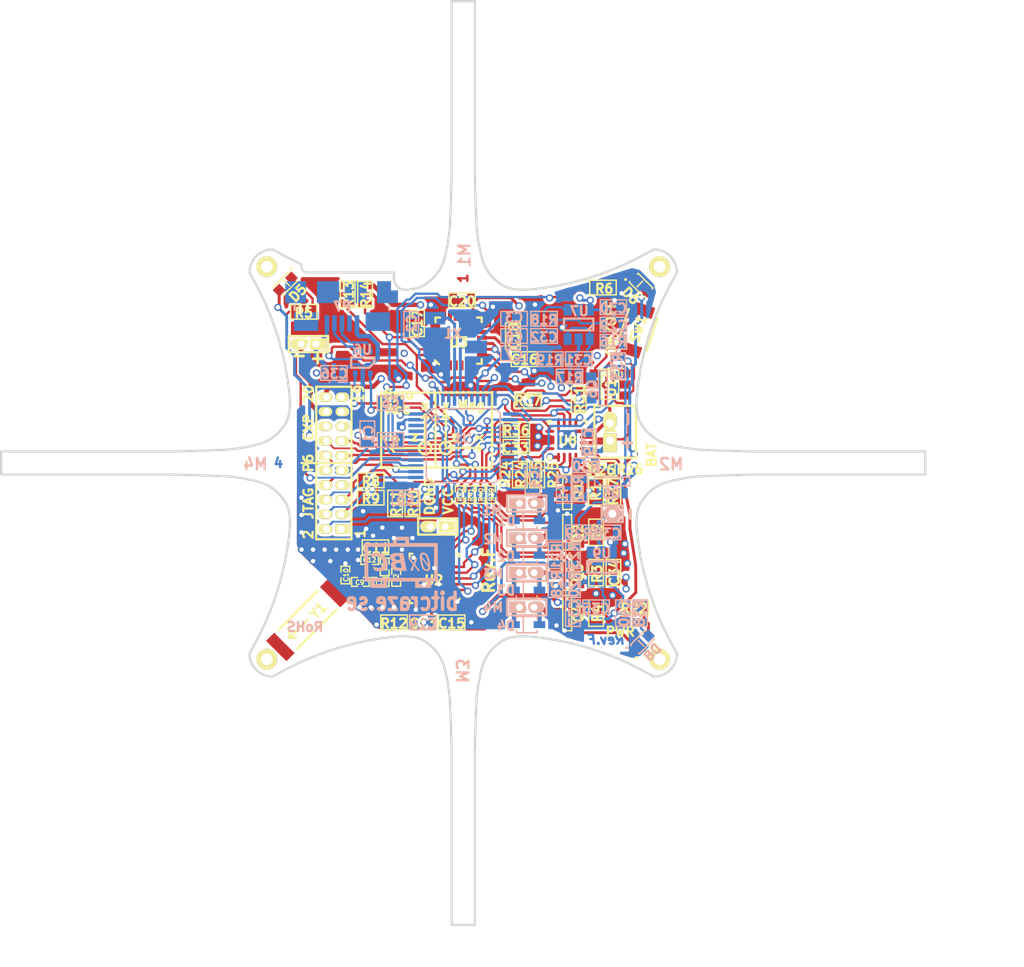
<source format=kicad_pcb>
(kicad_pcb (version 20171130) (host pcbnew 5.1.10-88a1d61d58~90~ubuntu20.04.1)
  (title_block (title "Crazyflie control board") (date 2021-08-09) (rev F) (company "Costa Rica Institute of Technology") (comment 1 "Based on  Crazyflie - Bitcraze"))
  (layers (0 Front_L1 signal) (1 Gnd_L2 power) (2 Vcc_L3 power) (31 Back_L4 signal) (34 B.Paste user) (35 F.Paste user) (36 B.SilkS user) (37 F.SilkS user) (38 B.Mask user) (39 F.Mask user) (44 Edge.Cuts user))
  (net 0 "")
  (net 1 +BATT)
  (net 2 /BOOT0)
  (net 3 /EXT_I2C_SCL/TX)
  (net 4 /EXT_I2C_SDA/RX)
  (net 5 /EXT_SPI_CS)
  (net 6 /EXT_SPI_MISO)
  (net 7 /EXT_SPI_MOSI)
  (net 8 /EXT_SPI_SCK)
  (net 9 /IMU/I2C_SCL_VCCA)
  (net 10 /IMU/I2C_SDA_VCCA)
  (net 11 /IMU/INT_GA)
  (net 12 /LED_GREEN)
  (net 13 /LED_RED)
  (net 14 /MOTOR1)
  (net 15 /MOTOR2)
  (net 16 /MOTOR3)
  (net 17 /MOTOR4)
  (net 18 /POWER/CHG)
  (net 19 /POWER/D+)
  (net 20 /POWER/D-)
  (net 21 /POWER/EN1)
  (net 22 /POWER/EN2)
  (net 23 /POWER/PGOOD)
  (net 24 /POWER/SYSOFF)
  (net 25 /POWER/USBD+)
  (net 26 /POWER/USBD-)
  (net 27 /POWER/USB_CON)
  (net 28 /POWER/VBAT)
  (net 29 /POWER/VUSB)
  (net 30 /SNRST)
  (net 31 /TCK)
  (net 32 /TDI)
  (net 33 /TDO)
  (net 34 /TMS)
  (net 35 /WIRELESS/SPI_MISO)
  (net 36 /WIRELESS/SPI_MOSI)
  (net 37 /WIRELESS/SPI_SCK)
  (net 38 /WIRELESS/W_CE)
  (net 39 /WIRELESS/W_CK)
  (net 40 /WIRELESS/W_CS)
  (net 41 /WIRELESS/W_INT)
  (net 42 AGND)
  (net 43 DGND)
  (net 44 GND)
  (net 45 N-000005)
  (net 46 N-000010)
  (net 47 N-000011)
  (net 48 N-000015)
  (net 49 N-000028)
  (net 50 N-000029)
  (net 51 N-000032)
  (net 52 N-000033)
  (net 53 N-000046)
  (net 54 N-000051)
  (net 55 N-000052)
  (net 56 N-000053)
  (net 57 N-000068)
  (net 58 N-000069)
  (net 59 N-000073)
  (net 60 N-000074)
  (net 61 N-000075)
  (net 62 N-000076)
  (net 63 N-000077)
  (net 64 N-000078)
  (net 65 N-000079)
  (net 66 N-000080)
  (net 67 N-000081)
  (net 68 N-000083)
  (net 69 N-000084)
  (net 70 N-000085)
  (net 71 N-000087)
  (net 72 N-000089)
  (net 73 N-000090)
  (net 74 N-000091)
  (net 75 N-000093)
  (net 76 N-000095)
  (net 77 N-000096)
  (net 78 N-000099)
  (net 79 N-000100)
  (net 80 N-000101)
  (net 81 N-000102)
  (net 82 N-000103)
  (net 83 VCC)
  (net 84 VCCA)
  (net 85 VCOM)
  (module EDGE_S_LONG_USB (layer Front_L1) (at 139.99972 101.0031)
    (fp_text reference PCB_EDGE1 hide)
    (fp_text value VAL** hide)
    (fp_line (start -21.97 -1.09) (end -25 -1) (layer Edge.Cuts) (width 0.2))
    (fp_line (start -20.25 -1.17) (end -21.97 -1.09) (layer Edge.Cuts) (width 0.2))
    (fp_line (start -1.17094 -20.25142) (end -1.09 -21.97) (layer Edge.Cuts) (width 0.2))
    (fp_line (start -1.09 -21.97) (end -1 -25) (layer Edge.Cuts) (width 0.2))
    (fp_line (start -17.8435 -1.59258) (end -18.6 -1.42) (layer Edge.Cuts) (width 0.2))
    (fp_line (start -17.41424 -1.72212) (end -17.8435 -1.59258) (layer Edge.Cuts) (width 0.2))
    (fp_line (start -17.09674 -1.84912) (end -17.41424 -1.72212) (layer Edge.Cuts) (width 0.2))
    (fp_line (start -16.83258 -1.9812) (end -17.09674 -1.84912) (layer Edge.Cuts) (width 0.2))
    (fp_line (start -19.27098 -1.29794) (end -20.25 -1.17) (layer Edge.Cuts) (width 0.2))
    (fp_line (start -18.59788 -1.41986) (end -19.27098 -1.29794) (layer Edge.Cuts) (width 0.2))
    (fp_line (start -1.41986 -18.58518) (end -1.3 -19.26) (layer Edge.Cuts) (width 0.2))
    (fp_line (start -1.3 -19.26) (end -1.17094 -20.25142) (layer Edge.Cuts) (width 0.2))
    (fp_line (start -1.9558 -16.87576) (end -1.86 -17.07) (layer Edge.Cuts) (width 0.2))
    (fp_line (start -1.86 -17.07) (end -1.72 -17.42) (layer Edge.Cuts) (width 0.2))
    (fp_line (start -1.72 -17.42) (end -1.59 -17.84) (layer Edge.Cuts) (width 0.2))
    (fp_line (start -1.59004 -17.84) (end -1.42 -18.58772) (layer Edge.Cuts) (width 0.2))
    (fp_line (start -5.00126 -15.00124) (end -4.85902 -15.00886) (layer Edge.Cuts) (width 0.20066))
    (fp_line (start -14.00048 -17.00022) (end -14.00048 -17.20088) (layer Edge.Cuts) (width 0.20066))
    (fp_line (start -5.99948 -15.99946) (end -5.99948 -16.49984) (layer Edge.Cuts) (width 0.20066))
    (fp_line (start -5.99948 -16.49984) (end -13.5001 -16.49984) (layer Edge.Cuts) (width 0.20066))
    (fp_line (start -15.00124 -5.21208) (end -15.00632 -5.42544) (layer Edge.Cuts) (width 0.20066))
    (fp_line (start -16.19504 -2.44348) (end -16.01216 -2.6162) (layer Edge.Cuts) (width 0.20066))
    (fp_line (start -16.83258 -1.9812) (end -16.5989 -2.12598) (layer Edge.Cuts) (width 0.20066))
    (fp_line (start -16.5989 -2.12598) (end -16.19504 -2.44348) (layer Edge.Cuts) (width 0.20066))
    (fp_line (start -16.01216 -2.6162) (end -15.85976 -2.77876) (layer Edge.Cuts) (width 0.20066))
    (fp_line (start -15.85976 -2.77876) (end -15.73022 -2.93116) (layer Edge.Cuts) (width 0.20066))
    (fp_line (start -15.73022 -2.93116) (end -15.60068 -3.0988) (layer Edge.Cuts) (width 0.20066))
    (fp_line (start -15.60068 -3.0988) (end -15.45082 -3.31978) (layer Edge.Cuts) (width 0.20066))
    (fp_line (start -15.45082 -3.31978) (end -15.33906 -3.50012) (layer Edge.Cuts) (width 0.20066))
    (fp_line (start -15.33906 -3.50012) (end -15.25016 -3.68046) (layer Edge.Cuts) (width 0.20066))
    (fp_line (start -15.25016 -3.68046) (end -15.17904 -3.8608) (layer Edge.Cuts) (width 0.20066))
    (fp_line (start -15.17904 -3.8608) (end -15.1003 -4.15036) (layer Edge.Cuts) (width 0.20066))
    (fp_line (start -15.1003 -4.15036) (end -15.05966 -4.38912) (layer Edge.Cuts) (width 0.20066))
    (fp_line (start -15.05966 -4.38912) (end -15.00886 -4.86664) (layer Edge.Cuts) (width 0.20066))
    (fp_line (start -15.00886 -4.86918) (end -15.00124 -5.20954) (layer Edge.Cuts) (width 0.20066))
    (fp_line (start -3.0988 -15.60068) (end -3.31978 -15.45082) (layer Edge.Cuts) (width 0.20066))
    (fp_line (start -3.31978 -15.45082) (end -3.50012 -15.33906) (layer Edge.Cuts) (width 0.20066))
    (fp_line (start -1.9558 -16.87576) (end -2.09042 -16.65986) (layer Edge.Cuts) (width 0.20066))
    (fp_line (start -2.09042 -16.65986) (end -2.29108 -16.38046) (layer Edge.Cuts) (width 0.20066))
    (fp_line (start -2.29108 -16.38046) (end -2.46888 -16.16964) (layer Edge.Cuts) (width 0.20066))
    (fp_line (start -2.46888 -16.16964) (end -2.60096 -16.02994) (layer Edge.Cuts) (width 0.20066))
    (fp_line (start -2.60096 -16.02994) (end -2.77876 -15.85976) (layer Edge.Cuts) (width 0.20066))
    (fp_line (start -2.77876 -15.85976) (end -2.93116 -15.73022) (layer Edge.Cuts) (width 0.20066))
    (fp_line (start -2.93116 -15.73022) (end -3.0988 -15.60068) (layer Edge.Cuts) (width 0.20066))
    (fp_line (start -3.50012 -15.33906) (end -3.68046 -15.25016) (layer Edge.Cuts) (width 0.20066))
    (fp_line (start -3.68046 -15.25016) (end -3.8608 -15.17904) (layer Edge.Cuts) (width 0.20066))
    (fp_line (start -3.8608 -15.17904) (end -4.15036 -15.1003) (layer Edge.Cuts) (width 0.20066))
    (fp_line (start -4.15036 -15.1003) (end -4.38912 -15.05966) (layer Edge.Cuts) (width 0.20066))
    (fp_line (start -4.38912 -15.05966) (end -4.86156 -15.00886) (layer Edge.Cuts) (width 0.20066))
    (fp_line (start -17.90192 -15.40256) (end -18.50136 -16.50238) (layer Edge.Cuts) (width 0.20066))
    (fp_line (start -17.20342 -14.00302) (end -17.90192 -15.40256) (layer Edge.Cuts) (width 0.20066))
    (fp_line (start -16.70304 -12.8016) (end -17.20342 -14.00302) (layer Edge.Cuts) (width 0.20066))
    (fp_line (start -16.40332 -12.0015) (end -16.70304 -12.8016) (layer Edge.Cuts) (width 0.20066))
    (fp_line (start -16.002 -10.80262) (end -16.40332 -12.0015) (layer Edge.Cuts) (width 0.20066))
    (fp_line (start -15.60322 -9.30148) (end -16.002 -10.80262) (layer Edge.Cuts) (width 0.20066))
    (fp_line (start -15.40256 -8.40232) (end -15.60322 -9.30148) (layer Edge.Cuts) (width 0.20066))
    (fp_line (start -15.2019 -7.20344) (end -15.40256 -8.40232) (layer Edge.Cuts) (width 0.20066))
    (fp_line (start -15.10284 -6.5024) (end -15.2019 -7.20344) (layer Edge.Cuts) (width 0.20066))
    (fp_line (start -15.00632 -5.42544) (end -15.10284 -6.5024) (layer Edge.Cuts) (width 0.20066))
    (fp_line (start -14.00048 -17.20088) (end -15.40002 -17.89938) (layer Edge.Cuts) (width 0.20066))
    (fp_line (start -15.40002 -17.89938) (end -16.49984 -18.49882) (layer Edge.Cuts) (width 0.20066))
    (fp_arc (start -13.5001 -17.00022) (end -13.5001 -16.49984) (angle 90) (layer Edge.Cuts) (width 0.20066))
    (fp_arc (start -5.00126 -15.99946) (end -5.00126 -15.00124) (angle 90) (layer Edge.Cuts) (width 0.20066))
    (fp_arc (start -16.49984 -16.49984) (end -18.50136 -16.50238) (angle 89.92728966) (layer Edge.Cuts) (width 0.20066))
    (pad 1 thru_hole circle (at -17.00022 -17.00022) (size 1.80086 1.80086) (drill 1.00076) (layers *.Cu *.Mask F.SilkS))
  )
  (module EDGE_S_LONG (layer Front_L1) (at 139.99972 101.0031 270)
    (fp_text reference PCB_EDGE2 hide)
    (fp_text value VAL** hide)
    (fp_line (start -15.40002 -17.89938) (end -16.50238 -18.50136) (layer Edge.Cuts) (width 0.20066))
    (fp_line (start -14.00048 -17.20088) (end -15.40002 -17.89938) (layer Edge.Cuts) (width 0.20066))
    (fp_line (start -12.79906 -16.7005) (end -14.00048 -17.20088) (layer Edge.Cuts) (width 0.20066))
    (fp_line (start -11.99896 -16.40078) (end -12.79906 -16.7005) (layer Edge.Cuts) (width 0.20066))
    (fp_line (start -10.80008 -15.99946) (end -11.99896 -16.40078) (layer Edge.Cuts) (width 0.20066))
    (fp_line (start -9.29894 -15.60068) (end -10.80008 -15.99946) (layer Edge.Cuts) (width 0.20066))
    (fp_line (start -8.39978 -15.40002) (end -9.29894 -15.60068) (layer Edge.Cuts) (width 0.20066))
    (fp_line (start -7.2009 -15.19936) (end -8.39978 -15.40002) (layer Edge.Cuts) (width 0.20066))
    (fp_line (start -6.49986 -15.1003) (end -7.2009 -15.19936) (layer Edge.Cuts) (width 0.20066))
    (fp_line (start -5.43052 -15.00124) (end -6.49986 -15.1003) (layer Edge.Cuts) (width 0.20066))
    (fp_line (start -15.00124 -5.4356) (end -15.10284 -6.5024) (layer Edge.Cuts) (width 0.20066))
    (fp_line (start -15.10284 -6.5024) (end -15.2019 -7.20344) (layer Edge.Cuts) (width 0.20066))
    (fp_line (start -15.2019 -7.20344) (end -15.40256 -8.40232) (layer Edge.Cuts) (width 0.20066))
    (fp_line (start -15.40256 -8.40232) (end -15.60322 -9.30148) (layer Edge.Cuts) (width 0.20066))
    (fp_line (start -15.60322 -9.30148) (end -16.002 -10.80262) (layer Edge.Cuts) (width 0.20066))
    (fp_line (start -16.002 -10.80262) (end -16.40332 -12.0015) (layer Edge.Cuts) (width 0.20066))
    (fp_line (start -16.40332 -12.0015) (end -16.70304 -12.8016) (layer Edge.Cuts) (width 0.20066))
    (fp_line (start -16.70304 -12.8016) (end -17.20342 -14.00302) (layer Edge.Cuts) (width 0.20066))
    (fp_line (start -17.20342 -14.00302) (end -17.90192 -15.40256) (layer Edge.Cuts) (width 0.20066))
    (fp_line (start -17.90192 -15.40256) (end -18.50136 -16.50238) (layer Edge.Cuts) (width 0.20066))
    (fp_line (start -4.8641 -15.00886) (end -5.20954 -15.00124) (layer Edge.Cuts) (width 0.20066))
    (fp_line (start -4.38912 -15.05966) (end -4.8641 -15.00886) (layer Edge.Cuts) (width 0.20066))
    (fp_line (start -4.15036 -15.1003) (end -4.38912 -15.05966) (layer Edge.Cuts) (width 0.20066))
    (fp_line (start -3.89128 -15.17142) (end -4.15036 -15.1003) (layer Edge.Cuts) (width 0.20066))
    (fp_line (start -3.6576 -15.26032) (end -3.89128 -15.17142) (layer Edge.Cuts) (width 0.20066))
    (fp_line (start -3.45948 -15.36192) (end -3.6576 -15.26032) (layer Edge.Cuts) (width 0.20066))
    (fp_line (start -3.31978 -15.45082) (end -3.45948 -15.36192) (layer Edge.Cuts) (width 0.20066))
    (fp_line (start -3.0988 -15.60068) (end -3.31978 -15.45082) (layer Edge.Cuts) (width 0.20066))
    (fp_line (start -5.20954 -15.00124) (end -5.43052 -15.00124) (layer Edge.Cuts) (width 0.20066))
    (fp_line (start -2.46888 -16.16964) (end -2.60096 -16.02994) (layer Edge.Cuts) (width 0.20066))
    (fp_line (start -2.09042 -16.65986) (end -2.29108 -16.38046) (layer Edge.Cuts) (width 0.20066))
    (fp_line (start -1.95834 -16.87322) (end -2.09042 -16.65986) (layer Edge.Cuts) (width 0.20066))
    (fp_line (start -2.29108 -16.38046) (end -2.46888 -16.16964) (layer Edge.Cuts) (width 0.20066))
    (fp_line (start -2.60096 -16.02994) (end -2.77876 -15.85976) (layer Edge.Cuts) (width 0.20066))
    (fp_line (start -2.77876 -15.85976) (end -2.93116 -15.73022) (layer Edge.Cuts) (width 0.20066))
    (fp_line (start -2.93116 -15.73022) (end -3.0988 -15.60068) (layer Edge.Cuts) (width 0.20066))
    (fp_line (start -15.00886 -4.86918) (end -15.00378 -5.17398) (layer Edge.Cuts) (width 0.20066))
    (fp_line (start -15.05966 -4.38912) (end -15.00886 -4.86918) (layer Edge.Cuts) (width 0.20066))
    (fp_line (start -15.1003 -4.15036) (end -15.05966 -4.38912) (layer Edge.Cuts) (width 0.20066))
    (fp_line (start -15.18158 -3.85318) (end -15.1003 -4.15036) (layer Edge.Cuts) (width 0.20066))
    (fp_line (start -15.25016 -3.68046) (end -15.18158 -3.85318) (layer Edge.Cuts) (width 0.20066))
    (fp_line (start -15.33906 -3.50012) (end -15.25016 -3.68046) (layer Edge.Cuts) (width 0.20066))
    (fp_line (start -15.45082 -3.31978) (end -15.33906 -3.50012) (layer Edge.Cuts) (width 0.20066))
    (fp_line (start -15.60068 -3.0988) (end -15.45082 -3.31978) (layer Edge.Cuts) (width 0.20066))
    (fp_line (start -15.73022 -2.93116) (end -15.60068 -3.0988) (layer Edge.Cuts) (width 0.20066))
    (fp_line (start -16.02994 -2.60096) (end -15.85976 -2.77876) (layer Edge.Cuts) (width 0.20066))
    (fp_line (start -16.84528 -1.97866) (end -16.61922 -2.1209) (layer Edge.Cuts) (width 0.20066))
    (fp_line (start -15.85976 -2.77876) (end -15.73022 -2.93116) (layer Edge.Cuts) (width 0.20066))
    (fp_line (start -16.16964 -2.46888) (end -16.36522 -2.30378) (layer Edge.Cuts) (width 0.20066))
    (fp_line (start -15.00378 -5.17144) (end -15.00124 -5.4356) (layer Edge.Cuts) (width 0.20066))
    (fp_line (start -16.61922 -2.1209) (end -16.36522 -2.30378) (layer Edge.Cuts) (width 0.20066))
    (fp_line (start -16.16964 -2.46888) (end -16.02994 -2.60096) (layer Edge.Cuts) (width 0.20066))
    (fp_line (start -1.59 -17.84) (end -1.42 -18.59788) (layer Edge.Cuts) (width 0.2))
    (fp_line (start -1.72 -17.42) (end -1.59 -17.84) (layer Edge.Cuts) (width 0.2))
    (fp_line (start -1.86 -17.07) (end -1.72 -17.42) (layer Edge.Cuts) (width 0.2))
    (fp_line (start -1.96 -16.87) (end -1.86 -17.07) (layer Edge.Cuts) (width 0.2))
    (fp_line (start -1.3 -19.26) (end -1.17 -20.2565) (layer Edge.Cuts) (width 0.2))
    (fp_line (start -1.42 -18.6) (end -1.3 -19.26) (layer Edge.Cuts) (width 0.2))
    (fp_line (start -18.59 -1.42) (end -19.26 -1.3) (layer Edge.Cuts) (width 0.2))
    (fp_line (start -19.26 -1.3) (end -20.25396 -1.17) (layer Edge.Cuts) (width 0.2))
    (fp_line (start -16.84528 -1.97866) (end -17.02308 -1.8923) (layer Edge.Cuts) (width 0.2))
    (fp_line (start -17.02308 -1.8923) (end -17.42 -1.72) (layer Edge.Cuts) (width 0.2))
    (fp_line (start -17.42 -1.72) (end -17.84 -1.59) (layer Edge.Cuts) (width 0.2))
    (fp_line (start -17.84 -1.59) (end -18.59 -1.42) (layer Edge.Cuts) (width 0.2))
    (fp_line (start -1.09 -21.97) (end -1 -25) (layer Edge.Cuts) (width 0.2))
    (fp_line (start -1.17 -20.26) (end -1.09 -21.97) (layer Edge.Cuts) (width 0.2))
    (fp_line (start -20.2565 -1.17) (end -21.97 -1.09) (layer Edge.Cuts) (width 0.2))
    (fp_line (start -21.97 -1.09) (end -25 -1) (layer Edge.Cuts) (width 0.2))
    (fp_arc (start -16.49984 -16.49984) (end -18.50136 -16.50238) (angle 89.85457932) (layer Edge.Cuts) (width 0.20066))
    (pad 1 thru_hole circle (at -17.00022 -17.00022 270) (size 1.80086 1.80086) (drill 1.00076) (layers *.Cu *.Mask F.SilkS))
  )
  (module EDGE_S_LONG (layer Front_L1) (at 139.99972 101.0031 90)
    (fp_text reference PCB_EDGE2 hide)
    (fp_text value VAL** hide)
    (fp_line (start -15.40002 -17.89938) (end -16.50238 -18.50136) (layer Edge.Cuts) (width 0.20066))
    (fp_line (start -14.00048 -17.20088) (end -15.40002 -17.89938) (layer Edge.Cuts) (width 0.20066))
    (fp_line (start -12.79906 -16.7005) (end -14.00048 -17.20088) (layer Edge.Cuts) (width 0.20066))
    (fp_line (start -11.99896 -16.40078) (end -12.79906 -16.7005) (layer Edge.Cuts) (width 0.20066))
    (fp_line (start -10.80008 -15.99946) (end -11.99896 -16.40078) (layer Edge.Cuts) (width 0.20066))
    (fp_line (start -9.29894 -15.60068) (end -10.80008 -15.99946) (layer Edge.Cuts) (width 0.20066))
    (fp_line (start -8.39978 -15.40002) (end -9.29894 -15.60068) (layer Edge.Cuts) (width 0.20066))
    (fp_line (start -7.2009 -15.19936) (end -8.39978 -15.40002) (layer Edge.Cuts) (width 0.20066))
    (fp_line (start -6.49986 -15.1003) (end -7.2009 -15.19936) (layer Edge.Cuts) (width 0.20066))
    (fp_line (start -5.43052 -15.00124) (end -6.49986 -15.1003) (layer Edge.Cuts) (width 0.20066))
    (fp_line (start -15.00124 -5.4356) (end -15.10284 -6.5024) (layer Edge.Cuts) (width 0.20066))
    (fp_line (start -15.10284 -6.5024) (end -15.2019 -7.20344) (layer Edge.Cuts) (width 0.20066))
    (fp_line (start -15.2019 -7.20344) (end -15.40256 -8.40232) (layer Edge.Cuts) (width 0.20066))
    (fp_line (start -15.40256 -8.40232) (end -15.60322 -9.30148) (layer Edge.Cuts) (width 0.20066))
    (fp_line (start -15.60322 -9.30148) (end -16.002 -10.80262) (layer Edge.Cuts) (width 0.20066))
    (fp_line (start -16.002 -10.80262) (end -16.40332 -12.0015) (layer Edge.Cuts) (width 0.20066))
    (fp_line (start -16.40332 -12.0015) (end -16.70304 -12.8016) (layer Edge.Cuts) (width 0.20066))
    (fp_line (start -16.70304 -12.8016) (end -17.20342 -14.00302) (layer Edge.Cuts) (width 0.20066))
    (fp_line (start -17.20342 -14.00302) (end -17.90192 -15.40256) (layer Edge.Cuts) (width 0.20066))
    (fp_line (start -17.90192 -15.40256) (end -18.50136 -16.50238) (layer Edge.Cuts) (width 0.20066))
    (fp_line (start -4.8641 -15.00886) (end -5.20954 -15.00124) (layer Edge.Cuts) (width 0.20066))
    (fp_line (start -4.38912 -15.05966) (end -4.8641 -15.00886) (layer Edge.Cuts) (width 0.20066))
    (fp_line (start -4.15036 -15.1003) (end -4.38912 -15.05966) (layer Edge.Cuts) (width 0.20066))
    (fp_line (start -3.89128 -15.17142) (end -4.15036 -15.1003) (layer Edge.Cuts) (width 0.20066))
    (fp_line (start -3.6576 -15.26032) (end -3.89128 -15.17142) (layer Edge.Cuts) (width 0.20066))
    (fp_line (start -3.45948 -15.36192) (end -3.6576 -15.26032) (layer Edge.Cuts) (width 0.20066))
    (fp_line (start -3.31978 -15.45082) (end -3.45948 -15.36192) (layer Edge.Cuts) (width 0.20066))
    (fp_line (start -3.0988 -15.60068) (end -3.31978 -15.45082) (layer Edge.Cuts) (width 0.20066))
    (fp_line (start -2.93116 -15.73022) (end -3.0988 -15.60068) (layer Edge.Cuts) (width 0.20066))
    (fp_line (start -2.29108 -16.38046) (end -2.46888 -16.16964) (layer Edge.Cuts) (width 0.20066))
    (fp_line (start -5.20954 -15.00124) (end -5.43052 -15.00124) (layer Edge.Cuts) (width 0.20066))
    (fp_line (start -2.60096 -16.02994) (end -2.77876 -15.85976) (layer Edge.Cuts) (width 0.20066))
    (fp_line (start -2.46888 -16.16964) (end -2.60096 -16.02994) (layer Edge.Cuts) (width 0.20066))
    (fp_line (start -1.95834 -16.87322) (end -2.09042 -16.65986) (layer Edge.Cuts) (width 0.20066))
    (fp_line (start -2.09042 -16.65986) (end -2.29108 -16.38046) (layer Edge.Cuts) (width 0.20066))
    (fp_line (start -2.77876 -15.85976) (end -2.93116 -15.73022) (layer Edge.Cuts) (width 0.20066))
    (fp_line (start -15.00886 -4.86918) (end -15.00378 -5.17398) (layer Edge.Cuts) (width 0.20066))
    (fp_line (start -15.05966 -4.38912) (end -15.00886 -4.86918) (layer Edge.Cuts) (width 0.20066))
    (fp_line (start -15.1003 -4.15036) (end -15.05966 -4.38912) (layer Edge.Cuts) (width 0.20066))
    (fp_line (start -15.18158 -3.85318) (end -15.1003 -4.15036) (layer Edge.Cuts) (width 0.20066))
    (fp_line (start -15.25016 -3.68046) (end -15.18158 -3.85318) (layer Edge.Cuts) (width 0.20066))
    (fp_line (start -15.33906 -3.50012) (end -15.25016 -3.68046) (layer Edge.Cuts) (width 0.20066))
    (fp_line (start -15.45082 -3.31978) (end -15.33906 -3.50012) (layer Edge.Cuts) (width 0.20066))
    (fp_line (start -15.60068 -3.0988) (end -15.45082 -3.31978) (layer Edge.Cuts) (width 0.20066))
    (fp_line (start -15.73022 -2.93116) (end -15.60068 -3.0988) (layer Edge.Cuts) (width 0.20066))
    (fp_line (start -16.02994 -2.60096) (end -15.85976 -2.77876) (layer Edge.Cuts) (width 0.20066))
    (fp_line (start -16.84528 -1.97866) (end -16.61922 -2.1209) (layer Edge.Cuts) (width 0.20066))
    (fp_line (start -15.85976 -2.77876) (end -15.73022 -2.93116) (layer Edge.Cuts) (width 0.20066))
    (fp_line (start -16.16964 -2.46888) (end -16.36522 -2.30378) (layer Edge.Cuts) (width 0.20066))
    (fp_line (start -15.00378 -5.17144) (end -15.00124 -5.4356) (layer Edge.Cuts) (width 0.20066))
    (fp_line (start -16.61922 -2.1209) (end -16.36522 -2.30378) (layer Edge.Cuts) (width 0.20066))
    (fp_line (start -16.16964 -2.46888) (end -16.02994 -2.60096) (layer Edge.Cuts) (width 0.20066))
    (fp_line (start -1.59 -17.84) (end -1.42 -18.59788) (layer Edge.Cuts) (width 0.2))
    (fp_line (start -1.72 -17.42) (end -1.59 -17.84) (layer Edge.Cuts) (width 0.2))
    (fp_line (start -1.86 -17.07) (end -1.72 -17.42) (layer Edge.Cuts) (width 0.2))
    (fp_line (start -1.96 -16.87) (end -1.86 -17.07) (layer Edge.Cuts) (width 0.2))
    (fp_line (start -1.3 -19.26) (end -1.17094 -20.2438) (layer Edge.Cuts) (width 0.2))
    (fp_line (start -1.42 -18.6) (end -1.3 -19.26) (layer Edge.Cuts) (width 0.2))
    (fp_line (start -18.59 -1.42) (end -19.26 -1.3) (layer Edge.Cuts) (width 0.2))
    (fp_line (start -19.26 -1.3) (end -20.25396 -1.17) (layer Edge.Cuts) (width 0.2))
    (fp_line (start -16.84528 -1.97866) (end -17.02308 -1.8923) (layer Edge.Cuts) (width 0.2))
    (fp_line (start -17.02308 -1.8923) (end -17.42 -1.72) (layer Edge.Cuts) (width 0.2))
    (fp_line (start -17.42 -1.72) (end -17.84 -1.59) (layer Edge.Cuts) (width 0.2))
    (fp_line (start -17.84 -1.59) (end -18.59 -1.42) (layer Edge.Cuts) (width 0.2))
    (fp_line (start -1.09 -21.97) (end -1 -25) (layer Edge.Cuts) (width 0.2))
    (fp_line (start -1.17094 -20.2438) (end -1.09 -21.97) (layer Edge.Cuts) (width 0.2))
    (fp_line (start -20.2565 -1.17) (end -21.97 -1.09) (layer Edge.Cuts) (width 0.2))
    (fp_line (start -21.97 -1.09) (end -25 -1) (layer Edge.Cuts) (width 0.2))
    (fp_arc (start -16.49984 -16.49984) (end -18.50136 -16.50238) (angle 89.85457932) (layer Edge.Cuts) (width 0.20066))
    (pad 1 thru_hole circle (at -17.00022 -17.00022 90) (size 1.80086 1.80086) (drill 1.00076) (layers *.Cu *.Mask F.SilkS))
  )
  (module EDGE_S_LONG (layer Front_L1) (at 139.99972 101.0031 180)
    (fp_text reference PCB_EDGE2 hide)
    (fp_text value VAL** hide)
    (fp_line (start -21.97 -1.09) (end -25 -1) (layer Edge.Cuts) (width 0.2))
    (fp_line (start -20.2565 -1.17) (end -21.97 -1.09) (layer Edge.Cuts) (width 0.2))
    (fp_line (start -1.17 -20.26) (end -1.09 -21.97) (layer Edge.Cuts) (width 0.2))
    (fp_line (start -1.09 -21.97) (end -1 -25) (layer Edge.Cuts) (width 0.2))
    (fp_line (start -17.84 -1.59) (end -18.59 -1.42) (layer Edge.Cuts) (width 0.2))
    (fp_line (start -17.42 -1.72) (end -17.84 -1.59) (layer Edge.Cuts) (width 0.2))
    (fp_line (start -17.02308 -1.8923) (end -17.42 -1.72) (layer Edge.Cuts) (width 0.2))
    (fp_line (start -16.84528 -1.97866) (end -17.02308 -1.8923) (layer Edge.Cuts) (width 0.2))
    (fp_line (start -19.26 -1.3) (end -20.25396 -1.17) (layer Edge.Cuts) (width 0.2))
    (fp_line (start -18.59 -1.42) (end -19.26 -1.3) (layer Edge.Cuts) (width 0.2))
    (fp_line (start -1.42 -18.6) (end -1.3 -19.26) (layer Edge.Cuts) (width 0.2))
    (fp_line (start -1.3 -19.26) (end -1.17 -20.2565) (layer Edge.Cuts) (width 0.2))
    (fp_line (start -1.96 -16.87) (end -1.86 -17.07) (layer Edge.Cuts) (width 0.2))
    (fp_line (start -1.86 -17.07) (end -1.72 -17.42) (layer Edge.Cuts) (width 0.2))
    (fp_line (start -1.72 -17.42) (end -1.59 -17.84) (layer Edge.Cuts) (width 0.2))
    (fp_line (start -1.59 -17.84) (end -1.42 -18.59788) (layer Edge.Cuts) (width 0.2))
    (fp_line (start -16.16964 -2.46888) (end -16.02994 -2.60096) (layer Edge.Cuts) (width 0.20066))
    (fp_line (start -16.61922 -2.1209) (end -16.36522 -2.30378) (layer Edge.Cuts) (width 0.20066))
    (fp_line (start -15.00378 -5.17144) (end -15.00124 -5.4356) (layer Edge.Cuts) (width 0.20066))
    (fp_line (start -16.16964 -2.46888) (end -16.36522 -2.30378) (layer Edge.Cuts) (width 0.20066))
    (fp_line (start -15.85976 -2.77876) (end -15.73022 -2.93116) (layer Edge.Cuts) (width 0.20066))
    (fp_line (start -16.84528 -1.97866) (end -16.61922 -2.1209) (layer Edge.Cuts) (width 0.20066))
    (fp_line (start -16.02994 -2.60096) (end -15.85976 -2.77876) (layer Edge.Cuts) (width 0.20066))
    (fp_line (start -15.73022 -2.93116) (end -15.60068 -3.0988) (layer Edge.Cuts) (width 0.20066))
    (fp_line (start -15.60068 -3.0988) (end -15.45082 -3.31978) (layer Edge.Cuts) (width 0.20066))
    (fp_line (start -15.45082 -3.31978) (end -15.33906 -3.50012) (layer Edge.Cuts) (width 0.20066))
    (fp_line (start -15.33906 -3.50012) (end -15.25016 -3.68046) (layer Edge.Cuts) (width 0.20066))
    (fp_line (start -15.25016 -3.68046) (end -15.18158 -3.85318) (layer Edge.Cuts) (width 0.20066))
    (fp_line (start -15.18158 -3.85318) (end -15.1003 -4.15036) (layer Edge.Cuts) (width 0.20066))
    (fp_line (start -15.1003 -4.15036) (end -15.05966 -4.38912) (layer Edge.Cuts) (width 0.20066))
    (fp_line (start -15.05966 -4.38912) (end -15.00886 -4.86918) (layer Edge.Cuts) (width 0.20066))
    (fp_line (start -15.00886 -4.86918) (end -15.00378 -5.17398) (layer Edge.Cuts) (width 0.20066))
    (fp_line (start -2.93116 -15.73022) (end -3.0988 -15.60068) (layer Edge.Cuts) (width 0.20066))
    (fp_line (start -1.95834 -16.87322) (end -2.09042 -16.65986) (layer Edge.Cuts) (width 0.20066))
    (fp_line (start -2.09042 -16.65986) (end -2.29108 -16.38046) (layer Edge.Cuts) (width 0.20066))
    (fp_line (start -5.20954 -15.00124) (end -5.43052 -15.00124) (layer Edge.Cuts) (width 0.20066))
    (fp_line (start -2.29108 -16.38046) (end -2.46888 -16.16964) (layer Edge.Cuts) (width 0.20066))
    (fp_line (start -2.46888 -16.16964) (end -2.60096 -16.02994) (layer Edge.Cuts) (width 0.20066))
    (fp_line (start -2.60096 -16.02994) (end -2.77876 -15.85976) (layer Edge.Cuts) (width 0.20066))
    (fp_line (start -2.77876 -15.85976) (end -2.93116 -15.73022) (layer Edge.Cuts) (width 0.20066))
    (fp_line (start -3.0988 -15.60068) (end -3.31978 -15.45082) (layer Edge.Cuts) (width 0.20066))
    (fp_line (start -3.31978 -15.45082) (end -3.45948 -15.36192) (layer Edge.Cuts) (width 0.20066))
    (fp_line (start -3.45948 -15.36192) (end -3.6576 -15.26032) (layer Edge.Cuts) (width 0.20066))
    (fp_line (start -3.6576 -15.26032) (end -3.89128 -15.17142) (layer Edge.Cuts) (width 0.20066))
    (fp_line (start -3.89128 -15.17142) (end -4.15036 -15.1003) (layer Edge.Cuts) (width 0.20066))
    (fp_line (start -4.15036 -15.1003) (end -4.38912 -15.05966) (layer Edge.Cuts) (width 0.20066))
    (fp_line (start -4.38912 -15.05966) (end -4.8641 -15.00886) (layer Edge.Cuts) (width 0.20066))
    (fp_line (start -4.8641 -15.00886) (end -5.20954 -15.00124) (layer Edge.Cuts) (width 0.20066))
    (fp_line (start -17.90192 -15.40256) (end -18.50136 -16.50238) (layer Edge.Cuts) (width 0.20066))
    (fp_line (start -17.20342 -14.00302) (end -17.90192 -15.40256) (layer Edge.Cuts) (width 0.20066))
    (fp_line (start -16.70304 -12.8016) (end -17.20342 -14.00302) (layer Edge.Cuts) (width 0.20066))
    (fp_line (start -16.40332 -12.0015) (end -16.70304 -12.8016) (layer Edge.Cuts) (width 0.20066))
    (fp_line (start -16.002 -10.80262) (end -16.40332 -12.0015) (layer Edge.Cuts) (width 0.20066))
    (fp_line (start -15.60322 -9.30148) (end -16.002 -10.80262) (layer Edge.Cuts) (width 0.20066))
    (fp_line (start -15.40256 -8.40232) (end -15.60322 -9.30148) (layer Edge.Cuts) (width 0.20066))
    (fp_line (start -15.2019 -7.20344) (end -15.40256 -8.40232) (layer Edge.Cuts) (width 0.20066))
    (fp_line (start -15.10284 -6.5024) (end -15.2019 -7.20344) (layer Edge.Cuts) (width 0.20066))
    (fp_line (start -15.00124 -5.4356) (end -15.10284 -6.5024) (layer Edge.Cuts) (width 0.20066))
    (fp_line (start -5.43052 -15.00124) (end -6.49986 -15.1003) (layer Edge.Cuts) (width 0.20066))
    (fp_line (start -6.49986 -15.1003) (end -7.2009 -15.19936) (layer Edge.Cuts) (width 0.20066))
    (fp_line (start -7.2009 -15.19936) (end -8.39978 -15.40002) (layer Edge.Cuts) (width 0.20066))
    (fp_line (start -8.39978 -15.40002) (end -9.29894 -15.60068) (layer Edge.Cuts) (width 0.20066))
    (fp_line (start -9.29894 -15.60068) (end -10.80008 -15.99946) (layer Edge.Cuts) (width 0.20066))
    (fp_line (start -10.80008 -15.99946) (end -11.99896 -16.40078) (layer Edge.Cuts) (width 0.20066))
    (fp_line (start -11.99896 -16.40078) (end -12.79906 -16.7005) (layer Edge.Cuts) (width 0.20066))
    (fp_line (start -12.79906 -16.7005) (end -14.00048 -17.20088) (layer Edge.Cuts) (width 0.20066))
    (fp_line (start -14.00048 -17.20088) (end -15.40002 -17.89938) (layer Edge.Cuts) (width 0.20066))
    (fp_line (start -15.40002 -17.89938) (end -16.50238 -18.50136) (layer Edge.Cuts) (width 0.20066))
    (fp_arc (start -16.49984 -16.49984) (end -18.50136 -16.50238) (angle 89.85457932) (layer Edge.Cuts) (width 0.20066))
    (pad 1 thru_hole circle (at -17.00022 -17.00022 180) (size 1.80086 1.80086) (drill 1.00076) (layers *.Cu *.Mask F.SilkS))
  )
  (module bitcraze (layer Back_L4) (at 134.59968 109.60354)
    (fp_text reference G*** hide)
    (fp_text value bitcraze hide)
  )
  (module SOT23_6 (layer Back_L4) (at 151.99868 110.00486)
    (fp_text reference U9 (at 0.00254 -1.1557) (layer B.SilkS) (effects (font (size 0.8001 0.8001) (thickness 0.20066)) (justify mirror)))
    (fp_text value TPS79301 hide)
    (pad 6 smd rect (at -0.9525 1.27) (size 0.70104 1.00076) (layers Back_L4 B.Paste B.Mask) (net 83 VCC))
    (pad 5 smd rect (at 0 1.27) (size 0.70104 1.00076) (layers Back_L4 B.Paste B.Mask) (net 64 N-000078))
    (pad 4 smd rect (at 0.9525 1.27) (size 0.70104 1.00076) (layers Back_L4 B.Paste B.Mask) (net 71 N-000087))
    (pad 3 smd rect (at 0.9525 -1.27) (size 0.70104 1.00076) (layers Back_L4 B.Paste B.Mask) (net 85 VCOM))
    (pad 2 smd rect (at 0 -1.27) (size 0.70104 1.00076) (layers Back_L4 B.Paste B.Mask) (net 44 GND))
    (pad 1 smd rect (at -0.9525 -1.27) (size 0.70104 1.00076) (layers Back_L4 B.Paste B.Mask) (net 85 VCOM))
  )
  (module SOT23_6 (layer Back_L4) (at 149.99462 89.0016 180)
    (fp_text reference U7 (at -0.05588 1.15062 180) (layer B.SilkS) (effects (font (size 0.8001 0.8001) (thickness 0.20066)) (justify mirror)))
    (fp_text value TPS79301 hide)
    (pad 6 smd rect (at -0.9525 1.27 180) (size 0.70104 1.00076) (layers Back_L4 B.Paste B.Mask) (net 84 VCCA))
    (pad 5 smd rect (at 0 1.27 180) (size 0.70104 1.00076) (layers Back_L4 B.Paste B.Mask) (net 66 N-000080))
    (pad 4 smd rect (at 0.9525 1.27 180) (size 0.70104 1.00076) (layers Back_L4 B.Paste B.Mask) (net 65 N-000079))
    (pad 3 smd rect (at 0.9525 -1.27 180) (size 0.70104 1.00076) (layers Back_L4 B.Paste B.Mask) (net 75 N-000093))
    (pad 2 smd rect (at 0 -1.27 180) (size 0.70104 1.00076) (layers Back_L4 B.Paste B.Mask) (net 44 GND))
    (pad 1 smd rect (at -0.9525 -1.27 180) (size 0.70104 1.00076) (layers Back_L4 B.Paste B.Mask) (net 75 N-000093))
  )
  (module SM0603 (layer Back_L4) (at 155.30068 114.00282 90)
    (fp_text reference R38 (at 0 0 90) (layer B.SilkS) (effects (font (size 0.8001 0.8001) (thickness 0.20066)) (justify mirror)))
    (fp_text value 1k hide)
    (pad 1 smd rect (at -0.762 0 90) (size 0.635 1.143) (layers Back_L4 B.Paste B.Mask) (net 62 N-000076))
    (pad 2 smd rect (at 0.762 0 90) (size 0.635 1.143) (layers Back_L4 B.Paste B.Mask) (net 83 VCC))
  )
  (module SM0603 (layer Front_L1) (at 145.60042 95.60306)
    (fp_text reference R37 (at 0 0) (layer F.SilkS) (effects (font (size 0.8001 0.8001) (thickness 0.20066))))
    (fp_text value 10k hide)
    (pad 1 smd rect (at -0.762 0) (size 0.635 1.143) (layers Front_L1 F.Paste F.Mask) (net 44 GND))
    (pad 2 smd rect (at 0.762 0) (size 0.635 1.143) (layers Front_L1 F.Paste F.Mask) (net 29 /POWER/VUSB))
  )
  (module SOT23GDS (layer Back_L4) (at 152.10028 94.50324 270)
    (fp_text reference Q6 (at 0.09652 0.94996 270) (layer B.SilkS) (effects (font (size 0.8001 0.8001) (thickness 0.20066)) (justify mirror)))
    (fp_text value 2N7002 hide)
    (pad S smd rect (at -0.889 1.016 270) (size 0.9144 0.9144) (layers Back_L4 B.Paste B.Mask) (net 44 GND))
    (pad G smd rect (at 0.889 1.016 270) (size 0.9144 0.9144) (layers Back_L4 B.Paste B.Mask) (net 29 /POWER/VUSB))
    (pad D smd rect (at 0 -1.016 270) (size 0.9144 0.9144) (layers Back_L4 B.Paste B.Mask) (net 63 N-000077))
  )
  (module SM0603 (layer Front_L1) (at 144.59966 98.10242)
    (fp_text reference R36 (at 0 0.09144) (layer F.SilkS) (effects (font (size 0.8001 0.8001) (thickness 0.20066))))
    (fp_text value 10k hide)
    (pad 1 smd rect (at -0.762 0) (size 0.635 1.143) (layers Front_L1 F.Paste F.Mask) (net 44 GND))
    (pad 2 smd rect (at 0.762 0) (size 0.635 1.143) (layers Front_L1 F.Paste F.Mask) (net 85 VCOM))
  )
  (module SOT23GDS (layer Back_L4) (at 152.90038 102.6033)
    (fp_text reference Q5 (at -0.0508 1.04648) (layer B.SilkS) (effects (font (size 0.8001 0.8001) (thickness 0.20066)) (justify mirror)))
    (fp_text value 2N7002 hide)
    (pad S smd rect (at -0.889 1.016) (size 0.9144 0.9144) (layers Back_L4 B.Paste B.Mask) (net 28 /POWER/VBAT))
    (pad G smd rect (at 0.889 1.016) (size 0.9144 0.9144) (layers Back_L4 B.Paste B.Mask) (net 85 VCOM))
    (pad D smd rect (at 0 -1.016) (size 0.9144 0.9144) (layers Back_L4 B.Paste B.Mask) (net 72 N-000089))
  )
  (module PINHEADER_127_1X1 (layer Back_L4) (at 152.90038 105.40238)
    (fp_text reference P9 (at 0 0.04826) (layer B.SilkS) (effects (font (size 0.8001 0.8001) (thickness 0.20066)) (justify mirror)))
    (fp_text value CONN_1 hide)
    (pad 1 thru_hole oval (at 0 0) (size 1.6002 1.19888) (drill 0.70104) (layers *.Cu *.Mask B.SilkS) (net 44 GND))
  )
  (module CHIP-ANT-6.5x2.2 (layer Front_L1) (at 126.49962 114.60226 225)
    (fp_text reference Y1 (at -1.23698 -0.09144 225) (layer F.SilkS) (effects (font (size 0.8001 0.8001) (thickness 0.20066))))
    (fp_text value CHIP_ANTENNA hide)
    (pad 2 smd rect (at 3.29946 0 315) (size 2.49936 1.00076) (layers Front_L1 F.Paste F.Mask))
    (pad 1 smd rect (at -3.29946 0 315) (size 2.49936 1.00076) (layers Front_L1 F.Paste F.Mask) (net 78 N-000099))
  )
  (module PINHEADER_127_2X1 (layer Front_L1) (at 126.60122 90.70086 90)
    (fp_text reference P8 (at -0.04826 0.00254 180) (layer F.SilkS) (effects (font (size 0.8001 0.8001) (thickness 0.20066))))
    (fp_text value CONN_2 hide)
    (pad 1 thru_hole rect (at 0 0.635 90) (size 1.00076 1.39954) (drill 0.59944 (offset 0 0.20066)) (layers *.Cu *.Mask F.SilkS) (net 29 /POWER/VUSB))
    (pad 2 thru_hole oval (at 0 -0.635 90) (size 1.00076 1.39954) (drill 0.59944 (offset 0 -0.20066)) (layers *.Cu *.Mask F.SilkS) (net 43 DGND))
  )
  (module SM0603 (layer Back_L4) (at 153.40076 92.60332 270)
    (fp_text reference R33 (at 0 0 270) (layer B.SilkS) (effects (font (size 0.8001 0.8001) (thickness 0.20066)) (justify mirror)))
    (fp_text value 10k hide)
    (pad 1 smd rect (at -0.762 0 270) (size 0.635 1.143) (layers Back_L4 B.Paste B.Mask) (net 67 N-000081))
    (pad 2 smd rect (at 0.762 0 270) (size 0.635 1.143) (layers Back_L4 B.Paste B.Mask) (net 63 N-000077))
  )
  (module SM0603 (layer Front_L1) (at 146.40052 102.00386 90)
    (fp_text reference R25 (at 0 0 90) (layer F.SilkS) (effects (font (size 0.8001 0.8001) (thickness 0.20066))))
    (fp_text value 10k hide)
    (pad 1 smd rect (at -0.762 0 90) (size 0.635 1.143) (layers Front_L1 F.Paste F.Mask) (net 44 GND))
    (pad 2 smd rect (at 0.762 0 90) (size 0.635 1.143) (layers Front_L1 F.Paste F.Mask) (net 61 N-000075))
  )
  (module PINHEADER_127_2X1 (layer Back_L4) (at 145.49882 107.50296 90)
    (fp_text reference P2 (at -0.04826 0.0508 180) (layer B.SilkS) (effects (font (size 0.8001 0.8001) (thickness 0.20066)) (justify mirror)))
    (fp_text value CONN_2 hide)
    (pad 1 thru_hole rect (at 0 -0.635 90) (size 1.00076 1.39954) (drill 0.59944 (offset 0 -0.20066)) (layers *.Cu *.Mask B.SilkS) (net 1 +BATT))
    (pad 2 thru_hole oval (at 0 0.635 90) (size 1.00076 1.39954) (drill 0.59944 (offset 0 0.20066)) (layers *.Cu *.Mask B.SilkS) (net 55 N-000052))
  )
  (module PINHEADER_127_2X1 (layer Front_L1) (at 137.80008 106.5022 90)
    (fp_text reference P5 (at -0.06096 -0.03048 180) (layer F.SilkS) (effects (font (size 0.8001 0.8001) (thickness 0.20066))))
    (fp_text value CONN_2 hide)
    (pad 1 thru_hole rect (at 0 0.635 90) (size 1.00076 1.39954) (drill 0.59944 (offset 0 0.20066)) (layers *.Cu *.Mask F.SilkS) (net 83 VCC))
    (pad 2 thru_hole oval (at 0 -0.635 90) (size 1.00076 1.39954) (drill 0.59944 (offset 0 -0.20066)) (layers *.Cu *.Mask F.SilkS) (net 43 DGND))
  )
  (module PINHEADER_127_2X1 (layer Back_L4) (at 145.49882 113.50244 90)
    (fp_text reference P4 (at -0.09652 0.1016 180) (layer B.SilkS) (effects (font (size 0.8001 0.8001) (thickness 0.20066)) (justify mirror)))
    (fp_text value CONN_2 hide)
    (pad 1 thru_hole rect (at 0 -0.635 90) (size 1.00076 1.39954) (drill 0.59944 (offset 0 -0.20066)) (layers *.Cu *.Mask B.SilkS) (net 1 +BATT))
    (pad 2 thru_hole oval (at 0 0.635 90) (size 1.00076 1.39954) (drill 0.59944 (offset 0 0.20066)) (layers *.Cu *.Mask B.SilkS) (net 56 N-000053))
  )
  (module PINHEADER_127_2X1 (layer Back_L4) (at 145.49882 104.50322 90)
    (fp_text reference P1 (at -0.04572 0.0508 180) (layer B.SilkS) (effects (font (size 0.8001 0.8001) (thickness 0.20066)) (justify mirror)))
    (fp_text value CONN_2 hide)
    (pad 1 thru_hole rect (at 0 -0.635 90) (size 1.00076 1.39954) (drill 0.59944 (offset 0 -0.20066)) (layers *.Cu *.Mask B.SilkS) (net 1 +BATT))
    (pad 2 thru_hole oval (at 0 0.635 90) (size 1.00076 1.39954) (drill 0.59944 (offset 0 0.20066)) (layers *.Cu *.Mask B.SilkS) (net 54 N-000051))
  )
  (module PINHEADER_127_2X1 (layer Back_L4) (at 145.49882 110.5027 90)
    (fp_text reference P3 (at -0.04826 0.0508 180) (layer B.SilkS) (effects (font (size 0.8001 0.8001) (thickness 0.20066)) (justify mirror)))
    (fp_text value CONN_2 hide)
    (pad 1 thru_hole rect (at 0 -0.635 90) (size 1.00076 1.39954) (drill 0.59944 (offset 0 -0.20066)) (layers *.Cu *.Mask B.SilkS) (net 1 +BATT))
    (pad 2 thru_hole oval (at 0 0.635 90) (size 1.00076 1.39954) (drill 0.59944 (offset 0 0.20066)) (layers *.Cu *.Mask B.SilkS) (net 47 N-000011))
  )
  (module SM0603_Capa (layer Front_L1) (at 144.59966 99.60356 180)
    (fp_text reference C33 (at 0.0508 -0.10922 180) (layer F.SilkS) (effects (font (size 0.8001 0.8001) (thickness 0.20066))))
    (fp_text value 100nF hide)
    (pad 1 smd rect (at -0.762 0 180) (size 0.635 1.143) (layers Front_L1 F.Paste F.Mask) (net 85 VCOM))
    (pad 2 smd rect (at 0.762 0 180) (size 0.635 1.143) (layers Front_L1 F.Paste F.Mask) (net 44 GND))
  )
  (module PINHEADER_127_2X10 (layer Front_L1) (at 128.80086 101.0031 90)
    (fp_text reference P6 (at 0 -2.20218 90) (layer F.SilkS) (effects (font (size 0.8001 0.8001) (thickness 0.20066))))
    (fp_text value CONN_10X2 hide)
    (pad 19 thru_hole oval (at 5.715 0.635 90) (size 0.8001 1.19888) (drill 0.59944 (offset 0 0.09906)) (layers *.Cu *.Mask F.SilkS) (net 42 AGND))
    (pad 17 thru_hole oval (at 4.445 0.635 90) (size 0.8001 1.19888) (drill 0.59944 (offset 0 0.09906)) (layers *.Cu *.Mask F.SilkS) (net 43 DGND))
    (pad 20 thru_hole oval (at 5.715 -0.635 90) (size 0.8001 1.19888) (drill 0.59944 (offset 0 -0.09906)) (layers *.Cu *.Mask F.SilkS) (net 84 VCCA))
    (pad 18 thru_hole oval (at 4.445 -0.635 90) (size 0.8001 1.19888) (drill 0.59944 (offset 0 -0.09906)) (layers *.Cu *.Mask F.SilkS) (net 43 DGND))
    (pad 1 thru_hole rect (at -5.715 0.635 90) (size 0.8001 1.19888) (drill 0.59944 (offset 0 0.09906)) (layers *.Cu *.Mask F.SilkS) (net 83 VCC))
    (pad 2 thru_hole oval (at -5.715 -0.635 90) (size 0.8001 1.19888) (drill 0.59944 (offset 0 -0.09906)) (layers *.Cu *.Mask F.SilkS) (net 34 /TMS))
    (pad 4 thru_hole oval (at -4.445 -0.635 90) (size 0.8001 1.19888) (drill 0.59944 (offset 0 -0.09906)) (layers *.Cu *.Mask F.SilkS) (net 31 /TCK))
    (pad 6 thru_hole oval (at -3.175 -0.635 90) (size 0.8001 1.19888) (drill 0.59944 (offset 0 -0.09906)) (layers *.Cu *.Mask F.SilkS) (net 33 /TDO))
    (pad 8 thru_hole oval (at -1.905 -0.635 90) (size 0.8001 1.19888) (drill 0.59944 (offset 0 -0.09906)) (layers *.Cu *.Mask F.SilkS) (net 32 /TDI))
    (pad 10 thru_hole oval (at -0.635 -0.635 90) (size 0.8001 1.19888) (drill 0.59944 (offset 0 -0.09906)) (layers *.Cu *.Mask F.SilkS) (net 30 /SNRST))
    (pad 12 thru_hole oval (at 0.635 -0.635 90) (size 0.8001 1.19888) (drill 0.59944 (offset 0 -0.09906)) (layers *.Cu *.Mask F.SilkS) (net 7 /EXT_SPI_MOSI))
    (pad 14 thru_hole oval (at 1.905 -0.635 90) (size 0.8001 1.19888) (drill 0.59944 (offset 0 -0.09906)) (layers *.Cu *.Mask F.SilkS) (net 6 /EXT_SPI_MISO))
    (pad 16 thru_hole oval (at 3.175 -0.635 90) (size 0.8001 1.19888) (drill 0.59944 (offset 0 -0.09906)) (layers *.Cu *.Mask F.SilkS) (net 85 VCOM))
    (pad 3 thru_hole oval (at -4.445 0.635 90) (size 0.8001 1.19888) (drill 0.59944 (offset 0 0.09906)) (layers *.Cu *.Mask F.SilkS) (net 3 /EXT_I2C_SCL/TX))
    (pad 5 thru_hole oval (at -3.175 0.635 90) (size 0.8001 1.19888) (drill 0.59944 (offset 0 0.09906)) (layers *.Cu *.Mask F.SilkS) (net 4 /EXT_I2C_SDA/RX))
    (pad 7 thru_hole oval (at -1.905 0.635 90) (size 0.8001 1.19888) (drill 0.59944 (offset 0 0.09906)) (layers *.Cu *.Mask F.SilkS))
    (pad 9 thru_hole oval (at -0.635 0.635 90) (size 0.8001 1.19888) (drill 0.59944 (offset 0 0.09906)) (layers *.Cu *.Mask F.SilkS) (net 43 DGND))
    (pad 11 thru_hole oval (at 0.635 0.635 90) (size 0.8001 1.19888) (drill 0.59944 (offset 0 0.09906)) (layers *.Cu *.Mask F.SilkS) (net 5 /EXT_SPI_CS))
    (pad 13 thru_hole oval (at 1.905 0.635 90) (size 0.8001 1.19888) (drill 0.59944 (offset 0 0.09906)) (layers *.Cu *.Mask F.SilkS) (net 8 /EXT_SPI_SCK))
    (pad 15 thru_hole oval (at 3.175 0.635 90) (size 0.8001 1.19888) (drill 0.59944 (offset 0 0.09906)) (layers *.Cu *.Mask F.SilkS) (net 83 VCC))
  )
  (module SMDLED-0603 (layer Front_L1) (at 155.39974 85.60308 135)
    (fp_text reference D6 (at 0 -1.30048 135) (layer F.SilkS) (effects (font (size 0.8001 0.8001) (thickness 0.20066))))
    (fp_text value GREEN_LED hide)
    (pad 1 smd rect (at -0.7493 0 135) (size 0.79756 0.79756) (layers Front_L1 F.Paste F.Mask) (net 83 VCC))
    (pad 2 smd rect (at 0.7493 0 135) (size 0.79756 0.79756) (layers Front_L1 F.Paste F.Mask) (net 51 N-000032))
  )
  (module SMDLED-0603 (layer Front_L1) (at 124.5997 85.50402 45)
    (fp_text reference D5 (at 0.2159 1.34112 45) (layer F.SilkS) (effects (font (size 0.8001 0.8001) (thickness 0.20066))))
    (fp_text value RED_LED hide)
    (pad 1 smd rect (at -0.7493 0 45) (size 0.79756 0.79756) (layers Front_L1 F.Paste F.Mask) (net 83 VCC))
    (pad 2 smd rect (at 0.7493 0 45) (size 0.79756 0.79756) (layers Front_L1 F.Paste F.Mask) (net 52 N-000033))
  )
  (module LQFP-48 (layer Back_L4) (at 139.99972 99.50196)
    (fp_text reference U1 (at -0.0508 -0.6477) (layer B.SilkS) (effects (font (size 0.8001 0.8001) (thickness 0.20066)) (justify mirror)))
    (fp_text value STM32F103CB hide)
    (pad 4 smd rect (at -1.24968 -4.09956) (size 0.29972 1.30048) (layers Back_L4 B.Paste B.Mask) (net 23 /POWER/PGOOD))
    (pad 5 smd rect (at -0.7493 -4.09956) (size 0.29972 1.30048) (layers Back_L4 B.Paste B.Mask) (net 49 N-000028))
    (pad 6 smd rect (at -0.24892 -4.09956) (size 0.29972 1.30048) (layers Back_L4 B.Paste B.Mask) (net 50 N-000029))
    (pad 7 smd rect (at 0.24892 -4.09956) (size 0.29972 1.30048) (layers Back_L4 B.Paste B.Mask) (net 30 /SNRST))
    (pad 8 smd rect (at 0.7493 -4.09956) (size 0.29972 1.30048) (layers Back_L4 B.Paste B.Mask) (net 42 AGND))
    (pad 1 smd rect (at -2.75082 -4.09956) (size 0.29972 1.30048) (layers Back_L4 B.Paste B.Mask) (net 83 VCC))
    (pad 2 smd rect (at -2.25044 -4.09956) (size 0.29972 1.30048) (layers Back_L4 B.Paste B.Mask) (net 21 /POWER/EN1))
    (pad 3 smd rect (at -1.75006 -4.09956) (size 0.29972 1.30048) (layers Back_L4 B.Paste B.Mask) (net 11 /IMU/INT_GA))
    (pad 13 smd rect (at 4.09956 -2.75082) (size 1.30048 0.29972) (layers Back_L4 B.Paste B.Mask) (net 28 /POWER/VBAT))
    (pad 14 smd rect (at 4.09956 -2.25044) (size 1.30048 0.29972) (layers Back_L4 B.Paste B.Mask) (net 5 /EXT_SPI_CS))
    (pad 15 smd rect (at 4.09956 -1.75006) (size 1.30048 0.29972) (layers Back_L4 B.Paste B.Mask) (net 8 /EXT_SPI_SCK))
    (pad 16 smd rect (at 4.09956 -1.24968) (size 1.30048 0.29972) (layers Back_L4 B.Paste B.Mask) (net 6 /EXT_SPI_MISO))
    (pad 17 smd rect (at 4.09956 -0.7493) (size 1.30048 0.29972) (layers Back_L4 B.Paste B.Mask) (net 7 /EXT_SPI_MOSI))
    (pad 18 smd rect (at 4.09956 -0.24892) (size 1.30048 0.29972) (layers Back_L4 B.Paste B.Mask) (net 15 /MOTOR2))
    (pad 19 smd rect (at 4.09956 0.24892) (size 1.30048 0.29972) (layers Back_L4 B.Paste B.Mask) (net 14 /MOTOR1))
    (pad 20 smd rect (at 4.09956 0.7493) (size 1.30048 0.29972) (layers Back_L4 B.Paste B.Mask) (net 18 /POWER/CHG))
    (pad 25 smd rect (at 2.75082 4.09956) (size 0.29972 1.30048) (layers Back_L4 B.Paste B.Mask) (net 40 /WIRELESS/W_CS))
    (pad 26 smd rect (at 2.25044 4.09956) (size 0.29972 1.30048) (layers Back_L4 B.Paste B.Mask) (net 37 /WIRELESS/SPI_SCK))
    (pad 27 smd rect (at 1.75006 4.09956) (size 0.29972 1.30048) (layers Back_L4 B.Paste B.Mask) (net 35 /WIRELESS/SPI_MISO))
    (pad 28 smd rect (at 1.24968 4.09956) (size 0.29972 1.30048) (layers Back_L4 B.Paste B.Mask) (net 36 /WIRELESS/SPI_MOSI))
    (pad 29 smd rect (at 0.7493 4.09956) (size 0.29972 1.30048) (layers Back_L4 B.Paste B.Mask) (net 39 /WIRELESS/W_CK))
    (pad 30 smd rect (at 0.24892 4.09956) (size 0.29972 1.30048) (layers Back_L4 B.Paste B.Mask) (net 41 /WIRELESS/W_INT))
    (pad 31 smd rect (at -0.24892 4.09956) (size 0.29972 1.30048) (layers Back_L4 B.Paste B.Mask) (net 38 /WIRELESS/W_CE))
    (pad 32 smd rect (at -0.7493 4.09956) (size 0.29972 1.30048) (layers Back_L4 B.Paste B.Mask) (net 26 /POWER/USBD-))
    (pad 37 smd rect (at -4.09956 2.75082) (size 1.30048 0.29972) (layers Back_L4 B.Paste B.Mask) (net 31 /TCK))
    (pad 38 smd rect (at -4.09956 2.25044) (size 1.30048 0.29972) (layers Back_L4 B.Paste B.Mask) (net 32 /TDI))
    (pad 39 smd rect (at -4.09956 1.75006) (size 1.30048 0.29972) (layers Back_L4 B.Paste B.Mask) (net 33 /TDO))
    (pad 40 smd rect (at -4.09956 1.24968) (size 1.30048 0.29972) (layers Back_L4 B.Paste B.Mask) (net 13 /LED_RED))
    (pad 41 smd rect (at -4.09956 0.7493) (size 1.30048 0.29972) (layers Back_L4 B.Paste B.Mask) (net 12 /LED_GREEN))
    (pad 42 smd rect (at -4.09956 0.24892) (size 1.30048 0.29972) (layers Back_L4 B.Paste B.Mask) (net 9 /IMU/I2C_SCL_VCCA))
    (pad 43 smd rect (at -4.09956 -0.24892) (size 1.30048 0.29972) (layers Back_L4 B.Paste B.Mask) (net 10 /IMU/I2C_SDA_VCCA))
    (pad 44 smd rect (at -4.09956 -0.7493) (size 1.30048 0.29972) (layers Back_L4 B.Paste B.Mask) (net 2 /BOOT0))
    (pad 9 smd rect (at 1.24968 -4.09956) (size 0.29972 1.30048) (layers Back_L4 B.Paste B.Mask) (net 84 VCCA))
    (pad 10 smd rect (at 1.75006 -4.09956) (size 0.29972 1.30048) (layers Back_L4 B.Paste B.Mask) (net 27 /POWER/USB_CON))
    (pad 11 smd rect (at 2.25044 -4.09956) (size 0.29972 1.30048) (layers Back_L4 B.Paste B.Mask) (net 24 /POWER/SYSOFF))
    (pad 12 smd rect (at 2.75082 -4.09956) (size 0.29972 1.30048) (layers Back_L4 B.Paste B.Mask) (net 22 /POWER/EN2))
    (pad 21 smd rect (at 4.09956 1.24968) (size 1.30048 0.29972) (layers Back_L4 B.Paste B.Mask) (net 3 /EXT_I2C_SCL/TX))
    (pad 22 smd rect (at 4.09956 1.75006) (size 1.30048 0.29972) (layers Back_L4 B.Paste B.Mask) (net 4 /EXT_I2C_SDA/RX))
    (pad 23 smd rect (at 4.09956 2.25044) (size 1.30048 0.29972) (layers Back_L4 B.Paste B.Mask) (net 43 DGND))
    (pad 24 smd rect (at 4.09956 2.75082) (size 1.30048 0.29972) (layers Back_L4 B.Paste B.Mask) (net 83 VCC))
    (pad 33 smd rect (at -1.24968 4.09956) (size 0.29972 1.30048) (layers Back_L4 B.Paste B.Mask) (net 25 /POWER/USBD+))
    (pad 34 smd rect (at -1.75006 4.09956) (size 0.29972 1.30048) (layers Back_L4 B.Paste B.Mask) (net 34 /TMS))
    (pad 35 smd rect (at -2.25044 4.09956) (size 0.29972 1.30048) (layers Back_L4 B.Paste B.Mask) (net 43 DGND))
    (pad 36 smd rect (at -2.75082 4.09956) (size 0.29972 1.30048) (layers Back_L4 B.Paste B.Mask) (net 83 VCC))
    (pad 45 smd rect (at -4.09956 -1.24968) (size 1.30048 0.29972) (layers Back_L4 B.Paste B.Mask) (net 17 /MOTOR4))
    (pad 46 smd rect (at -4.09956 -1.75006) (size 1.30048 0.29972) (layers Back_L4 B.Paste B.Mask) (net 16 /MOTOR3))
    (pad 47 smd rect (at -4.09956 -2.25044) (size 1.30048 0.29972) (layers Back_L4 B.Paste B.Mask) (net 43 DGND))
    (pad 48 smd rect (at -4.09956 -2.75082) (size 1.30048 0.29972) (layers Back_L4 B.Paste B.Mask) (net 83 VCC))
  )
  (module sod323 (layer Back_L4) (at 145.49882 115.00358 180)
    (fp_text reference D4 (at 1.79832 -0.09652 180) (layer B.SilkS) (effects (font (size 0.8001 0.8001) (thickness 0.20066)) (justify mirror)))
    (fp_text value BAT54 hide)
    (pad 2 smd rect (at 1.09982 0 180) (size 1.00076 0.59944) (layers Back_L4 B.Paste B.Mask) (net 1 +BATT))
    (pad 1 smd rect (at -1.09982 0 180) (size 1.00076 0.59944) (layers Back_L4 B.Paste B.Mask) (net 56 N-000053))
  )
  (module sod323 (layer Back_L4) (at 145.49882 112.00384 180)
    (fp_text reference D3 (at 1.79832 -0.04572 180) (layer B.SilkS) (effects (font (size 0.8001 0.8001) (thickness 0.20066)) (justify mirror)))
    (fp_text value BAT54 hide)
    (pad 2 smd rect (at 1.09982 0 180) (size 1.00076 0.59944) (layers Back_L4 B.Paste B.Mask) (net 1 +BATT))
    (pad 1 smd rect (at -1.09982 0 180) (size 1.00076 0.59944) (layers Back_L4 B.Paste B.Mask) (net 47 N-000011))
  )
  (module sod323 (layer Back_L4) (at 145.49882 109.0041 180)
    (fp_text reference D2 (at 1.79832 -0.09652 180) (layer B.SilkS) (effects (font (size 0.8001 0.8001) (thickness 0.20066)) (justify mirror)))
    (fp_text value BAT54 hide)
    (pad 2 smd rect (at 1.09982 0 180) (size 1.00076 0.59944) (layers Back_L4 B.Paste B.Mask) (net 1 +BATT))
    (pad 1 smd rect (at -1.09982 0 180) (size 1.00076 0.59944) (layers Back_L4 B.Paste B.Mask) (net 55 N-000052))
  )
  (module sod323 (layer Back_L4) (at 145.49882 106.00436 180)
    (fp_text reference D1 (at 1.75006 0.00508 180) (layer B.SilkS) (effects (font (size 0.8001 0.8001) (thickness 0.20066)) (justify mirror)))
    (fp_text value BAT54 hide)
    (pad 2 smd rect (at 1.09982 0 180) (size 1.00076 0.59944) (layers Back_L4 B.Paste B.Mask) (net 1 +BATT))
    (pad 1 smd rect (at -1.09982 0 180) (size 1.00076 0.59944) (layers Back_L4 B.Paste B.Mask) (net 54 N-000051))
  )
  (module SM0603 (layer Front_L1) (at 134.0993 104.50322 270)
    (fp_text reference R11 (at 0 -0.1016 270) (layer F.SilkS) (effects (font (size 0.8001 0.8001) (thickness 0.20066))))
    (fp_text value NM hide)
    (pad 1 smd rect (at -0.762 0 270) (size 0.635 1.143) (layers Front_L1 F.Paste F.Mask) (net 3 /EXT_I2C_SCL/TX))
    (pad 2 smd rect (at 0.762 0 270) (size 0.635 1.143) (layers Front_L1 F.Paste F.Mask) (net 43 DGND))
  )
  (module SM0603 (layer Front_L1) (at 135.60044 104.50322 270)
    (fp_text reference R10 (at 0 -0.09906 270) (layer F.SilkS) (effects (font (size 0.8001 0.8001) (thickness 0.20066))))
    (fp_text value NM hide)
    (pad 1 smd rect (at -0.762 0 270) (size 0.635 1.143) (layers Front_L1 F.Paste F.Mask) (net 4 /EXT_I2C_SDA/RX))
    (pad 2 smd rect (at 0.762 0 270) (size 0.635 1.143) (layers Front_L1 F.Paste F.Mask) (net 43 DGND))
  )
  (module SM0603 (layer Back_L4) (at 150.09876 103.20274 90)
    (fp_text reference R32 (at 0 -0.1016 90) (layer B.SilkS) (effects (font (size 0.8001 0.8001) (thickness 0.20066)) (justify mirror)))
    (fp_text value 10k hide)
    (pad 1 smd rect (at -0.762 0 90) (size 0.635 1.143) (layers Back_L4 B.Paste B.Mask) (net 44 GND))
    (pad 2 smd rect (at 0.762 0 90) (size 0.635 1.143) (layers Back_L4 B.Paste B.Mask) (net 28 /POWER/VBAT))
  )
  (module SM0603 (layer Front_L1) (at 149.9997 95.504 270)
    (fp_text reference R31 (at 0 -0.09906 270) (layer F.SilkS) (effects (font (size 0.8001 0.8001) (thickness 0.20066))))
    (fp_text value 100k hide)
    (pad 1 smd rect (at -0.762 0 270) (size 0.635 1.143) (layers Front_L1 F.Paste F.Mask) (net 44 GND))
    (pad 2 smd rect (at 0.762 0 270) (size 0.635 1.143) (layers Front_L1 F.Paste F.Mask) (net 24 /POWER/SYSOFF))
  )
  (module QFN20-4x4mm (layer Front_L1) (at 137.50036 111.00308 180)
    (fp_text reference U2 (at 0.0508 -0.14732 180) (layer F.SilkS) (effects (font (size 0.8001 0.8001) (thickness 0.20066))))
    (fp_text value NRF24L01+ hide)
    (pad 1 smd oval (at -1.89992 -1.00076 180) (size 0.8001 0.24892) (layers Front_L1 F.Paste F.Mask) (net 38 /WIRELESS/W_CE))
    (pad 2 smd oval (at -1.89738 -0.49784 180) (size 0.8001 0.24892) (layers Front_L1 F.Paste F.Mask) (net 40 /WIRELESS/W_CS))
    (pad 3 smd oval (at -1.89738 0.00254 180) (size 0.8001 0.24892) (layers Front_L1 F.Paste F.Mask) (net 37 /WIRELESS/SPI_SCK))
    (pad 4 smd oval (at -1.89738 0.50038 180) (size 0.8001 0.24892) (layers Front_L1 F.Paste F.Mask) (net 36 /WIRELESS/SPI_MOSI))
    (pad 5 smd oval (at -1.89738 1.00076 180) (size 0.8001 0.24892) (layers Front_L1 F.Paste F.Mask) (net 35 /WIRELESS/SPI_MISO))
    (pad 6 smd oval (at -0.99822 1.89992 270) (size 0.8001 0.24892) (layers Front_L1 F.Paste F.Mask) (net 41 /WIRELESS/W_INT))
    (pad 7 smd oval (at -0.49784 1.89992 270) (size 0.8001 0.24892) (layers Front_L1 F.Paste F.Mask) (net 83 VCC))
    (pad 8 smd oval (at 0.00254 1.89992 270) (size 0.8001 0.24892) (layers Front_L1 F.Paste F.Mask) (net 43 DGND))
    (pad 9 smd oval (at 0.50292 1.89992 270) (size 0.8001 0.24892) (layers Front_L1 F.Paste F.Mask))
    (pad 10 smd oval (at 1.00076 1.89992 270) (size 0.8001 0.24892) (layers Front_L1 F.Paste F.Mask) (net 39 /WIRELESS/W_CK))
    (pad 11 smd oval (at 1.89992 1.00076) (size 0.8001 0.24892) (layers Front_L1 F.Paste F.Mask) (net 79 N-000100))
    (pad 12 smd oval (at 1.89992 0.50038) (size 0.8001 0.24892) (layers Front_L1 F.Paste F.Mask) (net 81 N-000102))
    (pad 13 smd oval (at 1.89992 -0.00254) (size 0.8001 0.24892) (layers Front_L1 F.Paste F.Mask) (net 82 N-000103))
    (pad 14 smd oval (at 1.89992 -0.50038) (size 0.8001 0.24892) (layers Front_L1 F.Paste F.Mask) (net 43 DGND))
    (pad 15 smd oval (at 1.89992 -1.0033) (size 0.8001 0.24892) (layers Front_L1 F.Paste F.Mask) (net 83 VCC))
    (pad 16 smd oval (at 1.00076 -1.89992 90) (size 0.8001 0.24892) (layers Front_L1 F.Paste F.Mask) (net 76 N-000095))
    (pad 17 smd oval (at 0.50038 -1.89992 90) (size 0.8001 0.24892) (layers Front_L1 F.Paste F.Mask) (net 43 DGND))
    (pad 18 smd oval (at 0 -1.89992 90) (size 0.8001 0.24892) (layers Front_L1 F.Paste F.Mask) (net 83 VCC))
    (pad 19 smd oval (at -0.50038 -1.89992 90) (size 0.8001 0.24892) (layers Front_L1 F.Paste F.Mask) (net 80 N-000101))
    (pad 20 smd oval (at -1.00076 -1.89992 90) (size 0.8001 0.24892) (layers Front_L1 F.Paste F.Mask) (net 43 DGND))
  )
  (module SM0603 (layer Back_L4) (at 150.59914 101.20122 180)
    (fp_text reference R30 (at 0 -0.1016 180) (layer B.SilkS) (effects (font (size 0.8001 0.8001) (thickness 0.20066)) (justify mirror)))
    (fp_text value 20k hide)
    (pad 1 smd rect (at -0.762 0 180) (size 0.635 1.143) (layers Back_L4 B.Paste B.Mask) (net 72 N-000089))
    (pad 2 smd rect (at 0.762 0 180) (size 0.635 1.143) (layers Back_L4 B.Paste B.Mask) (net 1 +BATT))
  )
  (module SM0603 (layer Back_L4) (at 149.9997 107.00512)
    (fp_text reference R29 (at 0 0.09906) (layer B.SilkS) (effects (font (size 0.8001 0.8001) (thickness 0.20066)) (justify mirror)))
    (fp_text value 0R hide)
    (pad 1 smd rect (at -0.762 0) (size 0.635 1.143) (layers Back_L4 B.Paste B.Mask) (net 43 DGND))
    (pad 2 smd rect (at 0.762 0) (size 0.635 1.143) (layers Back_L4 B.Paste B.Mask) (net 44 GND))
  )
  (module SM0603 (layer Front_L1) (at 151.50084 103.50246 90)
    (fp_text reference R1 (at 0 0 90) (layer F.SilkS) (effects (font (size 0.8001 0.8001) (thickness 0.20066))))
    (fp_text value 10k hide)
    (pad 1 smd rect (at -0.762 0 90) (size 0.635 1.143) (layers Front_L1 F.Paste F.Mask) (net 53 N-000046))
    (pad 2 smd rect (at 0.762 0 90) (size 0.635 1.143) (layers Front_L1 F.Paste F.Mask) (net 44 GND))
  )
  (module SM0603 (layer Front_L1) (at 151.50084 107.00258 90)
    (fp_text reference R2 (at 0 0.09906 90) (layer F.SilkS) (effects (font (size 0.8001 0.8001) (thickness 0.20066))))
    (fp_text value 10k hide)
    (pad 1 smd rect (at -0.762 0 90) (size 0.635 1.143) (layers Front_L1 F.Paste F.Mask) (net 45 N-000005))
    (pad 2 smd rect (at 0.762 0 90) (size 0.635 1.143) (layers Front_L1 F.Paste F.Mask) (net 44 GND))
  )
  (module SM0603 (layer Front_L1) (at 151.50084 110.5027 90)
    (fp_text reference R3 (at -0.1016 0.09906 90) (layer F.SilkS) (effects (font (size 0.8001 0.8001) (thickness 0.20066))))
    (fp_text value 10k hide)
    (pad 1 smd rect (at -0.762 0 90) (size 0.635 1.143) (layers Front_L1 F.Paste F.Mask) (net 46 N-000010))
    (pad 2 smd rect (at 0.762 0 90) (size 0.635 1.143) (layers Front_L1 F.Paste F.Mask) (net 44 GND))
  )
  (module SM0603 (layer Front_L1) (at 151.50084 114.00282 90)
    (fp_text reference R4 (at 0 0.09906 90) (layer F.SilkS) (effects (font (size 0.8001 0.8001) (thickness 0.20066))))
    (fp_text value 10k hide)
    (pad 1 smd rect (at -0.762 0 90) (size 0.635 1.143) (layers Front_L1 F.Paste F.Mask) (net 48 N-000015))
    (pad 2 smd rect (at 0.762 0 90) (size 0.635 1.143) (layers Front_L1 F.Paste F.Mask) (net 44 GND))
  )
  (module SM0603 (layer Front_L1) (at 126.1999 87.90432)
    (fp_text reference R5 (at 0 0.1016) (layer F.SilkS) (effects (font (size 0.8001 0.8001) (thickness 0.20066))))
    (fp_text value 330R hide)
    (pad 1 smd rect (at -0.762 0) (size 0.635 1.143) (layers Front_L1 F.Paste F.Mask) (net 13 /LED_RED))
    (pad 2 smd rect (at 0.762 0) (size 0.635 1.143) (layers Front_L1 F.Paste F.Mask) (net 52 N-000033))
  )
  (module SM0603 (layer Front_L1) (at 152.10028 85.80374)
    (fp_text reference R6 (at 0.1016 0.09906) (layer F.SilkS) (effects (font (size 0.8001 0.8001) (thickness 0.20066))))
    (fp_text value 220R hide)
    (pad 1 smd rect (at -0.762 0) (size 0.635 1.143) (layers Front_L1 F.Paste F.Mask) (net 12 /LED_GREEN))
    (pad 2 smd rect (at 0.762 0) (size 0.635 1.143) (layers Front_L1 F.Paste F.Mask) (net 51 N-000032))
  )
  (module SM0603 (layer Back_L4) (at 133.70052 99.00412 180)
    (fp_text reference R7 (at 0 -0.09906 180) (layer B.SilkS) (effects (font (size 0.8001 0.8001) (thickness 0.20066)) (justify mirror)))
    (fp_text value 100k hide)
    (pad 1 smd rect (at -0.762 0 180) (size 0.635 1.143) (layers Back_L4 B.Paste B.Mask) (net 2 /BOOT0))
    (pad 2 smd rect (at 0.762 0 180) (size 0.635 1.143) (layers Back_L4 B.Paste B.Mask) (net 43 DGND))
  )
  (module SM0603 (layer Front_L1) (at 131.99872 102.50424 180)
    (fp_text reference R8 (at 0 -0.09906 180) (layer F.SilkS) (effects (font (size 0.8001 0.8001) (thickness 0.20066))))
    (fp_text value 10k hide)
    (pad 1 smd rect (at -0.762 0 180) (size 0.635 1.143) (layers Front_L1 F.Paste F.Mask) (net 83 VCC))
    (pad 2 smd rect (at 0.762 0 180) (size 0.635 1.143) (layers Front_L1 F.Paste F.Mask) (net 4 /EXT_I2C_SDA/RX))
  )
  (module SM0603 (layer Front_L1) (at 131.99872 104.00284 180)
    (fp_text reference R9 (at 0 -0.09906 180) (layer F.SilkS) (effects (font (size 0.8001 0.8001) (thickness 0.20066))))
    (fp_text value 10k hide)
    (pad 1 smd rect (at -0.762 0 180) (size 0.635 1.143) (layers Front_L1 F.Paste F.Mask) (net 83 VCC))
    (pad 2 smd rect (at 0.762 0 180) (size 0.635 1.143) (layers Front_L1 F.Paste F.Mask) (net 3 /EXT_I2C_SCL/TX))
  )
  (module SM0603 (layer Back_L4) (at 147.99818 111.506 90)
    (fp_text reference R28 (at 0.00254 0.1016 90) (layer B.SilkS) (effects (font (size 0.8001 0.8001) (thickness 0.20066)) (justify mirror)))
    (fp_text value 30k hide)
    (pad 1 smd rect (at -0.762 0 90) (size 0.635 1.143) (layers Back_L4 B.Paste B.Mask) (net 43 DGND))
    (pad 2 smd rect (at 0.762 0 90) (size 0.635 1.143) (layers Back_L4 B.Paste B.Mask) (net 64 N-000078))
  )
  (module SM0603 (layer Front_L1) (at 152.99944 103.50246 90)
    (fp_text reference R27 (at 0 0 90) (layer F.SilkS) (effects (font (size 0.8001 0.8001) (thickness 0.20066))))
    (fp_text value 10k hide)
    (pad 1 smd rect (at -0.762 0 90) (size 0.635 1.143) (layers Front_L1 F.Paste F.Mask) (net 44 GND))
    (pad 2 smd rect (at 0.762 0 90) (size 0.635 1.143) (layers Front_L1 F.Paste F.Mask) (net 68 N-000083))
  )
  (module SM0603 (layer Front_L1) (at 151.99868 101.50348 180)
    (fp_text reference R26 (at 0 -0.09906 180) (layer F.SilkS) (effects (font (size 0.8001 0.8001) (thickness 0.20066))))
    (fp_text value 1.2K hide)
    (pad 1 smd rect (at -0.762 0 180) (size 0.635 1.143) (layers Front_L1 F.Paste F.Mask) (net 44 GND))
    (pad 2 smd rect (at 0.762 0 180) (size 0.635 1.143) (layers Front_L1 F.Paste F.Mask) (net 69 N-000084))
  )
  (module SM0603 (layer Front_L1) (at 144.89938 102.00386 90)
    (fp_text reference R24 (at 0 0.1016 90) (layer F.SilkS) (effects (font (size 0.8001 0.8001) (thickness 0.20066))))
    (fp_text value 1.2k hide)
    (pad 1 smd rect (at -0.762 0 90) (size 0.635 1.143) (layers Front_L1 F.Paste F.Mask) (net 44 GND))
    (pad 2 smd rect (at 0.762 0 90) (size 0.635 1.143) (layers Front_L1 F.Paste F.Mask) (net 70 N-000085))
  )
  (module SM0603 (layer Back_L4) (at 149.49932 109.0041 90)
    (fp_text reference R23 (at 0 0.1016 90) (layer B.SilkS) (effects (font (size 0.8001 0.8001) (thickness 0.20066)) (justify mirror)))
    (fp_text value 150k hide)
    (pad 1 smd rect (at -0.762 0 90) (size 0.635 1.143) (layers Back_L4 B.Paste B.Mask) (net 64 N-000078))
    (pad 2 smd rect (at 0.762 0 90) (size 0.635 1.143) (layers Back_L4 B.Paste B.Mask) (net 23 /POWER/PGOOD))
  )
  (module SM0603 (layer Front_L1) (at 154.89936 113.50244 180)
    (fp_text reference R22 (at 0.09906 -0.09906 180) (layer F.SilkS) (effects (font (size 0.8001 0.8001) (thickness 0.20066))))
    (fp_text value 1k hide)
    (pad 1 smd rect (at -0.762 0 180) (size 0.635 1.143) (layers Front_L1 F.Paste F.Mask) (net 73 N-000090))
    (pad 2 smd rect (at 0.762 0 180) (size 0.635 1.143) (layers Front_L1 F.Paste F.Mask) (net 83 VCC))
  )
  (module SM0603 (layer Back_L4) (at 148.00072 109.0041 270)
    (fp_text reference R21 (at 0.09906 -0.09906 270) (layer B.SilkS) (effects (font (size 0.8001 0.8001) (thickness 0.20066)) (justify mirror)))
    (fp_text value 300k hide)
    (pad 1 smd rect (at -0.762 0 270) (size 0.635 1.143) (layers Back_L4 B.Paste B.Mask) (net 23 /POWER/PGOOD))
    (pad 2 smd rect (at 0.762 0 270) (size 0.635 1.143) (layers Back_L4 B.Paste B.Mask) (net 83 VCC))
  )
  (module SM0603 (layer Back_L4) (at 149.49932 111.506 270)
    (fp_text reference R20 (at -0.00254 -0.1016 270) (layer B.SilkS) (effects (font (size 0.8001 0.8001) (thickness 0.20066)) (justify mirror)))
    (fp_text value 42.2k hide)
    (pad 1 smd rect (at -0.762 0 270) (size 0.635 1.143) (layers Back_L4 B.Paste B.Mask) (net 64 N-000078))
    (pad 2 smd rect (at 0.762 0 270) (size 0.635 1.143) (layers Back_L4 B.Paste B.Mask) (net 83 VCC))
  )
  (module SM0603 (layer Front_L1) (at 134.00024 114.80292 180)
    (fp_text reference R12 (at 0 -0.09906 180) (layer F.SilkS) (effects (font (size 0.8001 0.8001) (thickness 0.20066))))
    (fp_text value 22k hide)
    (pad 1 smd rect (at -0.762 0 180) (size 0.635 1.143) (layers Front_L1 F.Paste F.Mask) (net 76 N-000095))
    (pad 2 smd rect (at 0.762 0 180) (size 0.635 1.143) (layers Front_L1 F.Paste F.Mask) (net 43 DGND))
  )
  (module SM0603 (layer Front_L1) (at 129.99974 86.40318 270)
    (fp_text reference R13 (at 0 -0.1016 270) (layer F.SilkS) (effects (font (size 0.8001 0.8001) (thickness 0.20066))))
    (fp_text value 2.2k hide)
    (pad 1 smd rect (at -0.762 0 270) (size 0.635 1.143) (layers Front_L1 F.Paste F.Mask) (net 84 VCCA))
    (pad 2 smd rect (at 0.762 0 270) (size 0.635 1.143) (layers Front_L1 F.Paste F.Mask) (net 10 /IMU/I2C_SDA_VCCA))
  )
  (module SM0603 (layer Front_L1) (at 131.50088 86.40318 270)
    (fp_text reference R14 (at 0 -0.09906 270) (layer F.SilkS) (effects (font (size 0.8001 0.8001) (thickness 0.20066))))
    (fp_text value 2.2k hide)
    (pad 1 smd rect (at -0.762 0 270) (size 0.635 1.143) (layers Front_L1 F.Paste F.Mask) (net 84 VCCA))
    (pad 2 smd rect (at 0.762 0 270) (size 0.635 1.143) (layers Front_L1 F.Paste F.Mask) (net 9 /IMU/I2C_SCL_VCCA))
  )
  (module SM0603 (layer Back_L4) (at 152.99944 90.50274)
    (fp_text reference R16 (at 0 0) (layer B.SilkS) (effects (font (size 0.8001 0.8001) (thickness 0.20066)) (justify mirror)))
    (fp_text value 39k hide)
    (pad 1 smd rect (at -0.762 0) (size 0.635 1.143) (layers Back_L4 B.Paste B.Mask) (net 66 N-000080))
    (pad 2 smd rect (at 0.762 0) (size 0.635 1.143) (layers Back_L4 B.Paste B.Mask) (net 84 VCCA))
  )
  (module SM0603 (layer Back_L4) (at 149.1996 93.50248 180)
    (fp_text reference R17 (at 0 -0.1016 180) (layer B.SilkS) (effects (font (size 0.8001 0.8001) (thickness 0.20066)) (justify mirror)))
    (fp_text value 10R hide)
    (pad 1 smd rect (at -0.762 0 180) (size 0.635 1.143) (layers Back_L4 B.Paste B.Mask) (net 75 N-000093))
    (pad 2 smd rect (at 0.762 0 180) (size 0.635 1.143) (layers Back_L4 B.Paste B.Mask) (net 85 VCOM))
  )
  (module SM0603 (layer Back_L4) (at 146.99996 88.50376)
    (fp_text reference R18 (at 0 0.09906) (layer B.SilkS) (effects (font (size 0.8001 0.8001) (thickness 0.20066)) (justify mirror)))
    (fp_text value 30k hide)
    (pad 1 smd rect (at -0.762 0) (size 0.635 1.143) (layers Back_L4 B.Paste B.Mask) (net 42 AGND))
    (pad 2 smd rect (at 0.762 0) (size 0.635 1.143) (layers Back_L4 B.Paste B.Mask) (net 66 N-000080))
  )
  (module SM0603 (layer Back_L4) (at 147.50034 92.00388)
    (fp_text reference R19 (at -0.01016 0.0889) (layer B.SilkS) (effects (font (size 0.8001 0.8001) (thickness 0.20066)) (justify mirror)))
    (fp_text value 0R hide)
    (pad 1 smd rect (at -0.762 0) (size 0.635 1.143) (layers Back_L4 B.Paste B.Mask) (net 42 AGND))
    (pad 2 smd rect (at 0.762 0) (size 0.635 1.143) (layers Back_L4 B.Paste B.Mask) (net 44 GND))
  )
  (module SM0603_Capa (layer Front_L1) (at 139.90066 86.90356 180)
    (fp_text reference C20 (at 0 -0.09906 180) (layer F.SilkS) (effects (font (size 0.8001 0.8001) (thickness 0.20066))))
    (fp_text value 100nF hide)
    (pad 1 smd rect (at -0.762 0 180) (size 0.635 1.143) (layers Front_L1 F.Paste F.Mask) (net 84 VCCA))
    (pad 2 smd rect (at 0.762 0 180) (size 0.635 1.143) (layers Front_L1 F.Paste F.Mask) (net 42 AGND))
  )
  (module SM0603_Capa (layer Front_L1) (at 144.29994 90.00236 90)
    (fp_text reference C18 (at 0 0.09906 90) (layer F.SilkS) (effects (font (size 0.8001 0.8001) (thickness 0.20066))))
    (fp_text value 100nF hide)
    (pad 1 smd rect (at -0.762 0 90) (size 0.635 1.143) (layers Front_L1 F.Paste F.Mask) (net 57 N-000068))
    (pad 2 smd rect (at 0.762 0 90) (size 0.635 1.143) (layers Front_L1 F.Paste F.Mask) (net 42 AGND))
  )
  (module SM0603_Capa (layer Front_L1) (at 135.99922 88.90254 90)
    (fp_text reference C17 (at 0.00254 0.0508 90) (layer F.SilkS) (effects (font (size 0.8001 0.8001) (thickness 0.20066))))
    (fp_text value 2.2nF hide)
    (pad 1 smd rect (at -0.762 0 90) (size 0.635 1.143) (layers Front_L1 F.Paste F.Mask) (net 60 N-000074))
    (pad 2 smd rect (at 0.762 0 90) (size 0.635 1.143) (layers Front_L1 F.Paste F.Mask) (net 42 AGND))
  )
  (module SM0603_Capa (layer Front_L1) (at 145.3007 92.00388)
    (fp_text reference C16 (at 0 0.04572) (layer F.SilkS) (effects (font (size 0.8001 0.8001) (thickness 0.20066))))
    (fp_text value 10nF hide)
    (pad 1 smd rect (at -0.762 0) (size 0.635 1.143) (layers Front_L1 F.Paste F.Mask) (net 84 VCCA))
    (pad 2 smd rect (at 0.762 0) (size 0.635 1.143) (layers Front_L1 F.Paste F.Mask) (net 42 AGND))
  )
  (module SM0603_Capa (layer Front_L1) (at 138.99896 114.80292)
    (fp_text reference C15 (at 0 0.09906) (layer F.SilkS) (effects (font (size 0.8001 0.8001) (thickness 0.20066))))
    (fp_text value 33nF hide)
    (pad 1 smd rect (at -0.762 0) (size 0.635 1.143) (layers Front_L1 F.Paste F.Mask) (net 80 N-000101))
    (pad 2 smd rect (at 0.762 0) (size 0.635 1.143) (layers Front_L1 F.Paste F.Mask) (net 43 DGND))
  )
  (module SM0603_Capa (layer Back_L4) (at 136.4996 114.80292 180)
    (fp_text reference C14 (at 0 -0.09906 180) (layer B.SilkS) (effects (font (size 0.8001 0.8001) (thickness 0.20066)) (justify mirror)))
    (fp_text value 100nF hide)
    (pad 1 smd rect (at -0.762 0 180) (size 0.635 1.143) (layers Back_L4 B.Paste B.Mask) (net 83 VCC))
    (pad 2 smd rect (at 0.762 0 180) (size 0.635 1.143) (layers Back_L4 B.Paste B.Mask) (net 43 DGND))
  )
  (module SM0603_Capa (layer Front_L1) (at 136.4996 114.80292 180)
    (fp_text reference C13 (at 0 -0.09906 180) (layer F.SilkS) (effects (font (size 0.8001 0.8001) (thickness 0.20066))))
    (fp_text value 10nF hide)
    (pad 1 smd rect (at -0.762 0 180) (size 0.635 1.143) (layers Front_L1 F.Paste F.Mask) (net 83 VCC))
    (pad 2 smd rect (at 0.762 0 180) (size 0.635 1.143) (layers Front_L1 F.Paste F.Mask) (net 43 DGND))
  )
  (module SM0603_Capa (layer Back_L4) (at 144.399 90.0049)
    (fp_text reference C8 (at 0 0.1016) (layer B.SilkS) (effects (font (size 0.8001 0.8001) (thickness 0.20066)) (justify mirror)))
    (fp_text value 10nF hide)
    (pad 1 smd rect (at -0.762 0) (size 0.635 1.143) (layers Back_L4 B.Paste B.Mask) (net 84 VCCA))
    (pad 2 smd rect (at 0.762 0) (size 0.635 1.143) (layers Back_L4 B.Paste B.Mask) (net 42 AGND))
  )
  (module SM0603_Capa (layer Back_L4) (at 144.399 91.50604)
    (fp_text reference C7 (at 0 0.09906) (layer B.SilkS) (effects (font (size 0.8001 0.8001) (thickness 0.20066)) (justify mirror)))
    (fp_text value 4.7uF hide)
    (pad 1 smd rect (at -0.762 0) (size 0.635 1.143) (layers Back_L4 B.Paste B.Mask) (net 84 VCCA))
    (pad 2 smd rect (at 0.762 0) (size 0.635 1.143) (layers Back_L4 B.Paste B.Mask) (net 42 AGND))
  )
  (module SM0603_Capa (layer Back_L4) (at 133.70052 95.80372 180)
    (fp_text reference C6 (at 0 0 180) (layer B.SilkS) (effects (font (size 0.8001 0.8001) (thickness 0.20066)) (justify mirror)))
    (fp_text value 4.7uF hide)
    (pad 1 smd rect (at -0.762 0 180) (size 0.635 1.143) (layers Back_L4 B.Paste B.Mask) (net 83 VCC))
    (pad 2 smd rect (at 0.762 0 180) (size 0.635 1.143) (layers Back_L4 B.Paste B.Mask) (net 43 DGND))
  )
  (module SM0603_Capa (layer Back_L4) (at 134.99846 104.00284 180)
    (fp_text reference C5 (at 0 -0.09906 180) (layer B.SilkS) (effects (font (size 0.8001 0.8001) (thickness 0.20066)) (justify mirror)))
    (fp_text value 100nF hide)
    (pad 1 smd rect (at -0.762 0 180) (size 0.635 1.143) (layers Back_L4 B.Paste B.Mask) (net 83 VCC))
    (pad 2 smd rect (at 0.762 0 180) (size 0.635 1.143) (layers Back_L4 B.Paste B.Mask) (net 43 DGND))
  )
  (module SM0603_Capa (layer Back_L4) (at 145.9992 102.50424 90)
    (fp_text reference C4 (at 0.1016 0.1016 90) (layer B.SilkS) (effects (font (size 0.8001 0.8001) (thickness 0.20066)) (justify mirror)))
    (fp_text value 100nF hide)
    (pad 1 smd rect (at -0.762 0 90) (size 0.635 1.143) (layers Back_L4 B.Paste B.Mask) (net 83 VCC))
    (pad 2 smd rect (at 0.762 0 90) (size 0.635 1.143) (layers Back_L4 B.Paste B.Mask) (net 43 DGND))
  )
  (module SM0603_Capa (layer Back_L4) (at 144.399 88.5063)
    (fp_text reference C3 (at 0.00254 -0.09652) (layer B.SilkS) (effects (font (size 0.8001 0.8001) (thickness 0.20066)) (justify mirror)))
    (fp_text value 15pF hide)
    (pad 1 smd rect (at -0.762 0) (size 0.635 1.143) (layers Back_L4 B.Paste B.Mask) (net 50 N-000029))
    (pad 2 smd rect (at 0.762 0) (size 0.635 1.143) (layers Back_L4 B.Paste B.Mask) (net 42 AGND))
  )
  (module SM0603_Capa (layer Back_L4) (at 135.49884 89.00414 270)
    (fp_text reference C2 (at -0.1016 -0.04064 270) (layer B.SilkS) (effects (font (size 0.8001 0.8001) (thickness 0.20066)) (justify mirror)))
    (fp_text value 15pF hide)
    (pad 1 smd rect (at -0.762 0 270) (size 0.635 1.143) (layers Back_L4 B.Paste B.Mask) (net 49 N-000028))
    (pad 2 smd rect (at 0.762 0 270) (size 0.635 1.143) (layers Back_L4 B.Paste B.Mask) (net 42 AGND))
  )
  (module SM0603_Capa (layer Back_L4) (at 131.699 98.50374 90)
    (fp_text reference C1 (at 0 0.09906 90) (layer B.SilkS) (effects (font (size 0.8001 0.8001) (thickness 0.20066)) (justify mirror)))
    (fp_text value 100nF hide)
    (pad 1 smd rect (at -0.762 0 90) (size 0.635 1.143) (layers Back_L4 B.Paste B.Mask) (net 30 /SNRST))
    (pad 2 smd rect (at 0.762 0 90) (size 0.635 1.143) (layers Back_L4 B.Paste B.Mask) (net 43 DGND))
  )
  (module SM0603_Capa (layer Back_L4) (at 148.69922 103.20274 270)
    (fp_text reference C41 (at 0 0.09398 270) (layer B.SilkS) (effects (font (size 0.8001 0.8001) (thickness 0.20066)) (justify mirror)))
    (fp_text value 100nF hide)
    (pad 1 smd rect (at -0.762 0 270) (size 0.635 1.143) (layers Back_L4 B.Paste B.Mask) (net 28 /POWER/VBAT))
    (pad 2 smd rect (at 0.762 0 270) (size 0.635 1.143) (layers Back_L4 B.Paste B.Mask) (net 44 GND))
  )
  (module SM0603_Capa (layer Back_L4) (at 153.83002 114.00282 270)
    (fp_text reference C40 (at 0 -0.09906 270) (layer B.SilkS) (effects (font (size 0.8001 0.8001) (thickness 0.20066)) (justify mirror)))
    (fp_text value 10nF hide)
    (pad 1 smd rect (at -0.762 0 270) (size 0.635 1.143) (layers Back_L4 B.Paste B.Mask) (net 71 N-000087))
    (pad 2 smd rect (at 0.762 0 270) (size 0.635 1.143) (layers Back_L4 B.Paste B.Mask) (net 43 DGND))
  )
  (module SM0603_Capa (layer Back_L4) (at 150.89886 99.1997 90)
    (fp_text reference C39 (at 0 0 90) (layer B.SilkS) (effects (font (size 0.8001 0.8001) (thickness 0.20066)) (justify mirror)))
    (fp_text value 10uF hide)
    (pad 1 smd rect (at -0.762 0 90) (size 0.635 1.143) (layers Back_L4 B.Paste B.Mask) (net 1 +BATT))
    (pad 2 smd rect (at 0.762 0 90) (size 0.635 1.143) (layers Back_L4 B.Paste B.Mask) (net 44 GND))
  )
  (module SM0603_Capa (layer Back_L4) (at 152.49906 107.00512 180)
    (fp_text reference C38 (at 0 -0.09906 180) (layer B.SilkS) (effects (font (size 0.8001 0.8001) (thickness 0.20066)) (justify mirror)))
    (fp_text value 100nF hide)
    (pad 1 smd rect (at -0.762 0 180) (size 0.635 1.143) (layers Back_L4 B.Paste B.Mask) (net 85 VCOM))
    (pad 2 smd rect (at 0.762 0 180) (size 0.635 1.143) (layers Back_L4 B.Paste B.Mask) (net 44 GND))
  )
  (module SM0603_Capa (layer Back_L4) (at 149.49932 114.00536 270)
    (fp_text reference C37 (at -0.00254 -0.1016 270) (layer B.SilkS) (effects (font (size 0.8001 0.8001) (thickness 0.20066)) (justify mirror)))
    (fp_text value 4.7uF hide)
    (pad 1 smd rect (at -0.762 0 270) (size 0.635 1.143) (layers Back_L4 B.Paste B.Mask) (net 83 VCC))
    (pad 2 smd rect (at 0.762 0 270) (size 0.635 1.143) (layers Back_L4 B.Paste B.Mask) (net 43 DGND))
  )
  (module SM0603_Capa (layer Back_L4) (at 128.80086 93.20276)
    (fp_text reference C36 (at 0.04826 0.07112) (layer B.SilkS) (effects (font (size 0.8001 0.8001) (thickness 0.20066)) (justify mirror)))
    (fp_text value 100nF hide)
    (pad 1 smd rect (at -0.762 0) (size 0.635 1.143) (layers Back_L4 B.Paste B.Mask) (net 29 /POWER/VUSB))
    (pad 2 smd rect (at 0.762 0) (size 0.635 1.143) (layers Back_L4 B.Paste B.Mask) (net 43 DGND))
  )
  (module SM0603_Capa (layer Back_L4) (at 151.50084 113.50244)
    (fp_text reference C35 (at 0 0.1016) (layer B.SilkS) (effects (font (size 0.8001 0.8001) (thickness 0.20066)) (justify mirror)))
    (fp_text value 15pF hide)
    (pad 1 smd rect (at -0.762 0) (size 0.635 1.143) (layers Back_L4 B.Paste B.Mask) (net 83 VCC))
    (pad 2 smd rect (at 0.762 0) (size 0.635 1.143) (layers Back_L4 B.Paste B.Mask) (net 64 N-000078))
  )
  (module SM0603_Capa (layer Front_L1) (at 152.99944 110.5027 90)
    (fp_text reference C34 (at 0 0.09906 90) (layer F.SilkS) (effects (font (size 0.8001 0.8001) (thickness 0.20066))))
    (fp_text value 4.7uF hide)
    (pad 1 smd rect (at -0.762 0 90) (size 0.635 1.143) (layers Front_L1 F.Paste F.Mask) (net 85 VCOM))
    (pad 2 smd rect (at 0.762 0 90) (size 0.635 1.143) (layers Front_L1 F.Paste F.Mask) (net 44 GND))
  )
  (module SM0603_Capa (layer Back_L4) (at 146.99996 90.00236 180)
    (fp_text reference C32 (at 0 -0.1016 180) (layer B.SilkS) (effects (font (size 0.8001 0.8001) (thickness 0.20066)) (justify mirror)))
    (fp_text value 10nF hide)
    (pad 1 smd rect (at -0.762 0 180) (size 0.635 1.143) (layers Back_L4 B.Paste B.Mask) (net 65 N-000079))
    (pad 2 smd rect (at 0.762 0 180) (size 0.635 1.143) (layers Back_L4 B.Paste B.Mask) (net 42 AGND))
  )
  (module SM0603_Capa (layer Back_L4) (at 149.99462 92.00134 180)
    (fp_text reference C31 (at 0.01524 -0.09144 180) (layer B.SilkS) (effects (font (size 0.8001 0.8001) (thickness 0.20066)) (justify mirror)))
    (fp_text value 4.7uF hide)
    (pad 1 smd rect (at -0.762 0 180) (size 0.635 1.143) (layers Back_L4 B.Paste B.Mask) (net 75 N-000093))
    (pad 2 smd rect (at 0.762 0 180) (size 0.635 1.143) (layers Back_L4 B.Paste B.Mask) (net 44 GND))
  )
  (module SM0603_Capa (layer Back_L4) (at 152.99944 87.503)
    (fp_text reference C30 (at 0 0.09906) (layer B.SilkS) (effects (font (size 0.8001 0.8001) (thickness 0.20066)) (justify mirror)))
    (fp_text value 4.7uF hide)
    (pad 1 smd rect (at -0.762 0) (size 0.635 1.143) (layers Back_L4 B.Paste B.Mask) (net 84 VCCA))
    (pad 2 smd rect (at 0.762 0) (size 0.635 1.143) (layers Back_L4 B.Paste B.Mask) (net 42 AGND))
  )
  (module SM0603_Capa (layer Back_L4) (at 152.99944 89.0016 180)
    (fp_text reference C29 (at 0 -0.1016 180) (layer B.SilkS) (effects (font (size 0.8001 0.8001) (thickness 0.20066)) (justify mirror)))
    (fp_text value 15pF hide)
    (pad 1 smd rect (at -0.762 0 180) (size 0.635 1.143) (layers Back_L4 B.Paste B.Mask) (net 84 VCCA))
    (pad 2 smd rect (at 0.762 0 180) (size 0.635 1.143) (layers Back_L4 B.Paste B.Mask) (net 66 N-000080))
  )
  (module SOT23_6 (layer Front_L1) (at 152.69972 94.20352 270)
    (fp_text reference U10 (at -0.09906 -0.09906 270) (layer F.SilkS) (effects (font (size 0.8001 0.8001) (thickness 0.20066))))
    (fp_text value MAX16054 hide)
    (pad 6 smd rect (at -0.9525 -1.27 270) (size 0.70104 1.00076) (layers Front_L1 F.Paste F.Mask) (net 1 +BATT))
    (pad 5 smd rect (at 0 -1.27 270) (size 0.70104 1.00076) (layers Front_L1 F.Paste F.Mask))
    (pad 4 smd rect (at 0.9525 -1.27 270) (size 0.70104 1.00076) (layers Front_L1 F.Paste F.Mask) (net 67 N-000081))
    (pad 3 smd rect (at 0.9525 1.27 270) (size 0.70104 1.00076) (layers Front_L1 F.Paste F.Mask) (net 24 /POWER/SYSOFF))
    (pad 2 smd rect (at 0 1.27 270) (size 0.70104 1.00076) (layers Front_L1 F.Paste F.Mask) (net 44 GND))
    (pad 1 smd rect (at -0.9525 1.27 270) (size 0.70104 1.00076) (layers Front_L1 F.Paste F.Mask) (net 74 N-000091))
  )
  (module SOT23GDS (layer Front_L1) (at 149.00148 114.00282 270)
    (fp_text reference Q4 (at -0.00254 -0.99822 270) (layer F.SilkS) (effects (font (size 0.8001 0.8001) (thickness 0.20066))))
    (fp_text value PMV31XN hide)
    (pad S smd rect (at -0.889 -1.016 270) (size 0.9144 0.9144) (layers Front_L1 F.Paste F.Mask) (net 44 GND))
    (pad G smd rect (at 0.889 -1.016 270) (size 0.9144 0.9144) (layers Front_L1 F.Paste F.Mask) (net 48 N-000015))
    (pad D smd rect (at 0 1.016 270) (size 0.9144 0.9144) (layers Front_L1 F.Paste F.Mask) (net 56 N-000053))
  )
  (module SOT23GDS (layer Front_L1) (at 149.00148 110.5027 270)
    (fp_text reference Q3 (at -0.00254 -0.94742 270) (layer F.SilkS) (effects (font (size 0.8001 0.8001) (thickness 0.20066))))
    (fp_text value PMV31XN hide)
    (pad S smd rect (at -0.889 -1.016 270) (size 0.9144 0.9144) (layers Front_L1 F.Paste F.Mask) (net 44 GND))
    (pad G smd rect (at 0.889 -1.016 270) (size 0.9144 0.9144) (layers Front_L1 F.Paste F.Mask) (net 46 N-000010))
    (pad D smd rect (at 0 1.016 270) (size 0.9144 0.9144) (layers Front_L1 F.Paste F.Mask) (net 47 N-000011))
  )
  (module SOT23GDS (layer Front_L1) (at 149.00148 107.00258 270)
    (fp_text reference Q2 (at 0.09652 -0.94742 270) (layer F.SilkS) (effects (font (size 0.8001 0.8001) (thickness 0.20066))))
    (fp_text value PMV31XN hide)
    (pad S smd rect (at -0.889 -1.016 270) (size 0.9144 0.9144) (layers Front_L1 F.Paste F.Mask) (net 44 GND))
    (pad G smd rect (at 0.889 -1.016 270) (size 0.9144 0.9144) (layers Front_L1 F.Paste F.Mask) (net 45 N-000005))
    (pad D smd rect (at 0 1.016 270) (size 0.9144 0.9144) (layers Front_L1 F.Paste F.Mask) (net 55 N-000052))
  )
  (module SOT23GDS (layer Front_L1) (at 149.00148 103.50246 270)
    (fp_text reference Q1 (at -0.1016 -0.89916 270) (layer F.SilkS) (effects (font (size 0.8001 0.8001) (thickness 0.20066))))
    (fp_text value PMV31XN hide)
    (pad S smd rect (at -0.889 -1.016 270) (size 0.9144 0.9144) (layers Front_L1 F.Paste F.Mask) (net 44 GND))
    (pad G smd rect (at 0.889 -1.016 270) (size 0.9144 0.9144) (layers Front_L1 F.Paste F.Mask) (net 53 N-000046))
    (pad D smd rect (at 0 1.016 270) (size 0.9144 0.9144) (layers Front_L1 F.Paste F.Mask) (net 54 N-000051))
  )
  (module XTAL-5.0x3.2 (layer Back_L4) (at 139.29868 89.70264)
    (fp_text reference X1 (at -0.20066 0.09652) (layer B.SilkS) (effects (font (size 0.8001 0.8001) (thickness 0.20066)) (justify mirror)))
    (fp_text value 16Mhz hide)
    (pad 4 smd rect (at -1.80086 1.24968) (size 1.89992 1.09982) (layers Back_L4 B.Paste B.Mask) (net 42 AGND))
    (pad 3 smd rect (at 1.80086 1.24968) (size 1.89992 1.09982) (layers Back_L4 B.Paste B.Mask) (net 50 N-000029))
    (pad 1 smd rect (at -1.80086 -1.24968) (size 1.89992 1.09982) (layers Back_L4 B.Paste B.Mask) (net 49 N-000028))
    (pad 2 smd rect (at 1.80086 -1.24968) (size 1.89992 1.09982) (layers Back_L4 B.Paste B.Mask) (net 42 AGND))
  )
  (module QFN16 (layer Front_L1) (at 148.99894 99.00412 180)
    (fp_text reference U8 (at -0.0508 -0.04572 180) (layer F.SilkS) (effects (font (size 0.8001 0.8001) (thickness 0.20066))))
    (fp_text value BQ24075 hide)
    (pad 17 smd rect (at 0 0 90) (size 1.69926 1.69926) (layers *.Cu F.Paste F.Mask) (net 44 GND))
    (pad 1 smd oval (at -1.50114 -0.75184 180) (size 0.8001 0.24892) (layers Front_L1 F.Paste F.Mask) (net 68 N-000083))
    (pad 2 smd oval (at -1.50114 -0.24892 180) (size 0.8001 0.24892) (layers Front_L1 F.Paste F.Mask) (net 1 +BATT))
    (pad 3 smd oval (at -1.50114 0.24892 180) (size 0.8001 0.24892) (layers Front_L1 F.Paste F.Mask) (net 1 +BATT))
    (pad 4 smd oval (at -1.50114 0.7493 180) (size 0.8001 0.24892) (layers Front_L1 F.Paste F.Mask) (net 44 GND))
    (pad 5 smd oval (at -0.7493 1.50114 270) (size 0.8001 0.24892) (layers Front_L1 F.Paste F.Mask) (net 22 /POWER/EN2))
    (pad 6 smd oval (at -0.24892 1.50114 270) (size 0.8001 0.24892) (layers Front_L1 F.Paste F.Mask) (net 21 /POWER/EN1))
    (pad 7 smd oval (at 0.25146 1.50114 270) (size 0.8001 0.24892) (layers Front_L1 F.Paste F.Mask) (net 23 /POWER/PGOOD))
    (pad 8 smd oval (at 0.7493 1.50114 270) (size 0.8001 0.24892) (layers Front_L1 F.Paste F.Mask) (net 44 GND))
    (pad 9 smd oval (at 1.50114 0.74676) (size 0.8001 0.24892) (layers Front_L1 F.Paste F.Mask) (net 18 /POWER/CHG))
    (pad 10 smd oval (at 1.50114 0.24892) (size 0.8001 0.24892) (layers Front_L1 F.Paste F.Mask) (net 85 VCOM))
    (pad 11 smd oval (at 1.50114 -0.25146) (size 0.8001 0.24892) (layers Front_L1 F.Paste F.Mask) (net 85 VCOM))
    (pad 12 smd oval (at 1.50114 -0.75184) (size 0.8001 0.24892) (layers Front_L1 F.Paste F.Mask) (net 70 N-000085))
    (pad 13 smd oval (at 0.7493 -1.50114 90) (size 0.8001 0.24892) (layers Front_L1 F.Paste F.Mask) (net 29 /POWER/VUSB))
    (pad 14 smd oval (at 0.25146 -1.50114 90) (size 0.8001 0.24892) (layers Front_L1 F.Paste F.Mask) (net 61 N-000075))
    (pad 15 smd oval (at -0.24892 -1.50114 90) (size 0.8001 0.24892) (layers Front_L1 F.Paste F.Mask) (net 63 N-000077))
    (pad 16 smd oval (at -0.7493 -1.50114 90) (size 0.8001 0.24892) (layers Front_L1 F.Paste F.Mask) (net 69 N-000084))
    (pad 17 thru_hole circle (at 0 0 90) (size 0.381 0.381) (drill 0.381) (layers *.Cu *.SilkS *.Mask) (net 44 GND))
    (pad 17 thru_hole circle (at 0.50038 -0.50038 90) (size 0.381 0.381) (drill 0.381) (layers *.Cu *.SilkS *.Mask) (net 44 GND))
    (pad 17 thru_hole circle (at -0.50038 -0.50038 90) (size 0.381 0.381) (drill 0.381) (layers *.Cu *.SilkS *.Mask) (net 44 GND))
    (pad 17 thru_hole circle (at 0.50038 0.50038 90) (size 0.381 0.381) (drill 0.381) (layers *.Cu *.SilkS *.Mask) (net 44 GND))
    (pad 17 thru_hole circle (at -0.50038 0.50038 90) (size 0.381 0.381) (drill 0.381) (layers *.Cu *.SilkS *.Mask) (net 44 GND))
  )
  (module SOT363 (layer Back_L4) (at 131.30022 92.3036 90)
    (fp_text reference U6 (at 1.12014 -0.01016) (layer B.SilkS) (effects (font (size 0.8001 0.8001) (thickness 0.20066)) (justify mirror)))
    (fp_text value NUF2221 hide)
    (pad 1 smd rect (at -0.94996 0.65024 90) (size 0.508 0.39878) (layers Back_L4 B.Paste B.Mask) (net 25 /POWER/USBD+))
    (pad 3 smd rect (at -0.94996 -0.65024 90) (size 0.508 0.39878) (layers Back_L4 B.Paste B.Mask) (net 26 /POWER/USBD-))
    (pad 5 smd rect (at 0.94996 0 90) (size 0.508 0.39878) (layers Back_L4 B.Paste B.Mask) (net 27 /POWER/USB_CON))
    (pad 2 smd rect (at -0.94996 0 90) (size 0.508 0.39878) (layers Back_L4 B.Paste B.Mask) (net 43 DGND))
    (pad 4 smd rect (at 0.94996 -0.65024 90) (size 0.508 0.39878) (layers Back_L4 B.Paste B.Mask) (net 20 /POWER/D-))
    (pad 6 smd rect (at 0.94996 0.65024 90) (size 0.508 0.39878) (layers Back_L4 B.Paste B.Mask) (net 19 /POWER/D+))
  )
  (module MPU60X0 (layer Front_L1) (at 139.60094 90.40368 90)
    (fp_text reference U3 (at -0.14732 0 180) (layer F.SilkS) (effects (font (size 0.8001 0.8001) (thickness 0.20066))))
    (fp_text value MPU60X0 hide)
    (pad 5 smd rect (at -2.1463 0.7493 90) (size 0.8509 0.35052) (layers Front_L1 F.Paste F.Mask) (clearance 0.12446))
    (pad 3 smd rect (at -2.1463 -0.24892 90) (size 0.8509 0.35052) (layers Front_L1 F.Paste F.Mask) (clearance 0.12446))
    (pad 4 smd rect (at -2.1463 0.24892 90) (size 0.8509 0.35052) (layers Front_L1 F.Paste F.Mask) (clearance 0.12446))
    (pad 6 smd rect (at -2.1463 1.24968 90) (size 0.8509 0.35052) (layers Front_L1 F.Paste F.Mask) (net 59 N-000073) (clearance 0.12446))
    (pad 2 smd rect (at -2.1463 -0.7493 90) (size 0.8509 0.35052) (layers Front_L1 F.Paste F.Mask) (clearance 0.12446))
    (pad 1 smd rect (at -2.1463 -1.24968 90) (size 0.8509 0.35052) (layers Front_L1 F.Paste F.Mask) (net 42 AGND) (clearance 0.12446))
    (pad 24 smd rect (at -1.24968 -2.02438 180) (size 0.8509 0.35052) (layers Front_L1 F.Paste F.Mask) (net 10 /IMU/I2C_SDA_VCCA) (clearance 0.12446))
    (pad 23 smd rect (at -0.7493 -2.02438 180) (size 0.8509 0.35052) (layers Front_L1 F.Paste F.Mask) (net 9 /IMU/I2C_SCL_VCCA) (clearance 0.12446))
    (pad 22 smd rect (at -0.24892 -2.02438 180) (size 0.8509 0.35052) (layers Front_L1 F.Paste F.Mask) (clearance 0.12446))
    (pad 20 smd rect (at 0.7493 -2.02438 180) (size 0.8509 0.35052) (layers Front_L1 F.Paste F.Mask) (net 60 N-000074) (clearance 0.12446))
    (pad 21 smd rect (at 0.24892 -2.02438 180) (size 0.8509 0.35052) (layers Front_L1 F.Paste F.Mask) (clearance 0.12446))
    (pad 19 smd rect (at 1.24968 -2.02438 180) (size 0.8509 0.35052) (layers Front_L1 F.Paste F.Mask) (clearance 0.12446))
    (pad 18 smd rect (at 2.1463 -1.24968 90) (size 0.8509 0.35052) (layers Front_L1 F.Paste F.Mask) (net 42 AGND) (clearance 0.12446))
    (pad 17 smd rect (at 2.1463 -0.7493 90) (size 0.8509 0.35052) (layers Front_L1 F.Paste F.Mask) (clearance 0.12446))
    (pad 13 smd rect (at 2.1463 1.24968 90) (size 0.8509 0.35052) (layers Front_L1 F.Paste F.Mask) (net 84 VCCA) (clearance 0.12446))
    (pad 15 smd rect (at 2.1463 0.24892 90) (size 0.8509 0.35052) (layers Front_L1 F.Paste F.Mask) (clearance 0.12446))
    (pad 16 smd rect (at 2.1463 -0.24892 90) (size 0.8509 0.35052) (layers Front_L1 F.Paste F.Mask) (clearance 0.12446))
    (pad 14 smd rect (at 2.1463 0.7493 90) (size 0.8509 0.35052) (layers Front_L1 F.Paste F.Mask) (clearance 0.12446))
    (pad 12 smd rect (at 1.24968 2.02184 180) (size 0.8509 0.35052) (layers Front_L1 F.Paste F.Mask) (net 11 /IMU/INT_GA) (clearance 0.12446))
    (pad 10 smd rect (at 0.24892 2.02184 180) (size 0.8509 0.35052) (layers Front_L1 F.Paste F.Mask) (net 57 N-000068) (clearance 0.12446))
    (pad 11 smd rect (at 0.7493 2.02184 180) (size 0.8509 0.35052) (layers Front_L1 F.Paste F.Mask) (clearance 0.12446))
    (pad 9 smd rect (at -0.24892 2.02184 180) (size 0.8509 0.35052) (layers Front_L1 F.Paste F.Mask) (net 84 VCCA) (clearance 0.12446))
    (pad 8 smd rect (at -0.7493 2.02184 180) (size 0.8509 0.35052) (layers Front_L1 F.Paste F.Mask) (net 84 VCCA) (clearance 0.12446))
    (pad 7 smd rect (at -1.24968 2.02184 180) (size 0.8509 0.35052) (layers Front_L1 F.Paste F.Mask) (net 58 N-000069) (clearance 0.12446))
  )
  (module SM0402 (layer Front_L1) (at 131.09956 111.3028)
    (fp_text reference C9 (at -0.0508 0.04826) (layer F.SilkS) (effects (font (size 0.39878 0.39878) (thickness 0.09906))))
    (fp_text value 1.5pF hide)
    (pad 1 smd rect (at -0.44958 0) (size 0.39878 0.59944) (layers Front_L1 F.Paste F.Mask) (net 78 N-000099))
    (pad 2 smd rect (at 0.44958 0) (size 0.39878 0.59944) (layers Front_L1 F.Paste F.Mask) (net 77 N-000096))
  )
  (module SM0402 (layer Front_L1) (at 129.79908 110.70336 90)
    (fp_text reference C10 (at 0.00254 0.0508 90) (layer F.SilkS) (effects (font (size 0.39878 0.39878) (thickness 0.09906))))
    (fp_text value 1.0pF hide)
    (pad 1 smd rect (at -0.44958 0 90) (size 0.39878 0.59944) (layers Front_L1 F.Paste F.Mask) (net 78 N-000099))
    (pad 2 smd rect (at 0.44958 0 90) (size 0.39878 0.59944) (layers Front_L1 F.Paste F.Mask) (net 43 DGND))
  )
  (module SM0402 (layer Front_L1) (at 131.89966 109.40288 180)
    (fp_text reference C12 (at 0 0.00254 180) (layer F.SilkS) (effects (font (size 0.39878 0.39878) (thickness 0.09906))))
    (fp_text value 4.7pF hide)
    (pad 1 smd rect (at -0.44958 0 180) (size 0.39878 0.59944) (layers Front_L1 F.Paste F.Mask) (net 79 N-000100))
    (pad 2 smd rect (at 0.44958 0 180) (size 0.39878 0.59944) (layers Front_L1 F.Paste F.Mask) (net 43 DGND))
  )
  (module SM0402 (layer Front_L1) (at 132.79882 111.3028)
    (fp_text reference L1 (at -0.04826 0.04826) (layer F.SilkS) (effects (font (size 0.39878 0.39878) (thickness 0.09906))))
    (fp_text value 3.9nH hide)
    (pad 1 smd rect (at -0.44958 0) (size 0.39878 0.59944) (layers Front_L1 F.Paste F.Mask) (net 77 N-000096))
    (pad 2 smd rect (at 0.44958 0) (size 0.39878 0.59944) (layers Front_L1 F.Paste F.Mask) (net 82 N-000103))
  )
  (module SM0402 (layer Front_L1) (at 134.2009 110.90402 90)
    (fp_text reference L2 (at -0.04572 0 90) (layer F.SilkS) (effects (font (size 0.39878 0.39878) (thickness 0.09906))))
    (fp_text value 8.2nH hide)
    (pad 1 smd rect (at -0.44958 0 90) (size 0.39878 0.59944) (layers Front_L1 F.Paste F.Mask) (net 82 N-000103))
    (pad 2 smd rect (at 0.44958 0 90) (size 0.39878 0.59944) (layers Front_L1 F.Paste F.Mask) (net 81 N-000102))
  )
  (module SM0402 (layer Front_L1) (at 133.20014 110.00232 270)
    (fp_text reference L3 (at -0.00254 0 270) (layer F.SilkS) (effects (font (size 0.39878 0.39878) (thickness 0.09906))))
    (fp_text value 2.7nH hide)
    (pad 1 smd rect (at -0.44958 0 270) (size 0.39878 0.59944) (layers Front_L1 F.Paste F.Mask) (net 79 N-000100))
    (pad 2 smd rect (at 0.44958 0 270) (size 0.39878 0.59944) (layers Front_L1 F.Paste F.Mask) (net 81 N-000102))
  )
  (module SMDLED-0603 (layer Front_L1) (at 155.4988 116.50218 225)
    (fp_text reference D7 (at 0.03302 -1.3081 225) (layer F.SilkS) (effects (font (size 0.8001 0.8001) (thickness 0.20066))))
    (fp_text value BLUE_LED hide)
    (pad 1 smd rect (at -0.7493 0 225) (size 0.79756 0.79756) (layers Front_L1 F.Paste F.Mask) (net 73 N-000090))
    (pad 2 smd rect (at 0.7493 0 225) (size 0.79756 0.79756) (layers Front_L1 F.Paste F.Mask) (net 43 DGND))
  )
  (module SMDLED-0603 (layer Back_L4) (at 155.4988 116.50218 225)
    (fp_text reference D8 (at -0.00254 -1.27254 225) (layer B.SilkS) (effects (font (size 0.8001 0.8001) (thickness 0.20066)) (justify mirror)))
    (fp_text value BLUE_LED hide)
    (pad 1 smd rect (at -0.7493 0 225) (size 0.79756 0.79756) (layers Back_L4 B.Paste B.Mask) (net 62 N-000076))
    (pad 2 smd rect (at 0.7493 0 225) (size 0.79756 0.79756) (layers Back_L4 B.Paste B.Mask) (net 43 DGND))
  )
  (module SM0603 (layer Front_L1) (at 132.40004 108.30306 180)
    (fp_text reference C11 (at -0.0508 -0.09652 180) (layer F.SilkS) (effects (font (size 0.8001 0.8001) (thickness 0.20066))))
    (fp_text value 2.2nF hide)
    (pad 1 smd rect (at -0.762 0 180) (size 0.635 1.143) (layers Front_L1 F.Paste F.Mask) (net 79 N-000100))
    (pad 2 smd rect (at 0.762 0 180) (size 0.635 1.143) (layers Front_L1 F.Paste F.Mask) (net 43 DGND))
  )
  (module JST-B2B-ZR (layer Front_L1) (at 152.69972 98.30054 90)
    (fp_text reference BT1 (at 0.0508 0.09906 90) (layer F.SilkS) (effects (font (size 0.8001 0.8001) (thickness 0.20066))))
    (fp_text value BATTERY hide)
    (pad 1 thru_hole rect (at -0.7493 0 90) (size 1.6002 1.19888) (drill 0.70104 (offset -0.20066 0)) (layers *.Cu *.Mask F.SilkS) (net 1 +BATT))
    (pad 2 thru_hole oval (at 0.7493 0 90) (size 1.6002 1.19888) (drill 0.70104 (offset 0.20066 0)) (layers *.Cu *.Mask F.SilkS) (net 44 GND))
  )
  (module SPST-NO-4x2.5 (layer Front_L1) (at 155.10002 89.50198 72)
    (fp_text reference SW1 (at 0.11176 0.01778 72) (layer F.SilkS) (effects (font (size 0.8001 0.8001) (thickness 0.20066))))
    (fp_text value PUSH_ON/OFF hide)
    (pad 2 smd rect (at 1.80086 0 162) (size 1.69926 1.00076) (layers Front_L1 F.Paste F.Mask) (net 74 N-000091))
    (pad 1 smd rect (at -1.80086 0 162) (size 1.69926 1.00076) (layers Front_L1 F.Paste F.Mask) (net 44 GND))
  )
  (module ZX62-B-5PA_11_CFK (layer Back_L4) (at 129.49936 86.20252)
    (fp_text reference P7 (at 0.0508 1.24714) (layer B.SilkS) (effects (font (size 0.8001 0.8001) (thickness 0.20066)) (justify mirror)))
    (fp_text value MICRO-B-USB hide)
    (pad "" smd rect (at -4.0005 0) (size 1.80086 1.89992) (layers Back_L4 B.Paste B.Mask))
    (pad "" smd rect (at 3.9497 0.39878) (size 1.80086 1.09982) (layers Back_L4 B.Paste B.Mask))
    (pad "" smd rect (at -1.19888 0) (size 1.89992 1.89992) (layers Back_L4 B.Paste B.Mask))
    (pad "" smd rect (at 1.19888 0) (size 1.89992 1.89992) (layers Back_L4 B.Paste B.Mask))
    (pad "" smd rect (at 3.0988 2.55016) (size 2.10058 1.6002) (layers Back_L4 B.Paste B.Mask))
    (pad "" smd rect (at -3.0988 2.55016) (size 2.10058 1.6002) (layers Back_L4 B.Paste B.Mask))
    (pad 3 smd rect (at 0 2.70002) (size 0.39878 1.39954) (layers Back_L4 B.Paste B.Mask) (net 19 /POWER/D+))
    (pad 4 smd rect (at 0.65024 2.70002) (size 0.39878 1.39954) (layers Back_L4 B.Paste B.Mask))
    (pad 5 smd rect (at 1.30048 2.70002) (size 0.39878 1.39954) (layers Back_L4 B.Paste B.Mask) (net 43 DGND))
    (pad 2 smd rect (at -0.65024 2.70002) (size 0.39878 1.39954) (layers Back_L4 B.Paste B.Mask) (net 20 /POWER/D-))
    (pad 1 smd rect (at -1.30048 2.70002) (size 0.39878 1.39954) (layers Back_L4 B.Paste B.Mask) (net 29 /POWER/VUSB))
    (pad "" smd rect (at 3.64998 0) (size 1.19888 1.89992) (layers Back_L4 B.Paste B.Mask))
  )
  (module SM0402 (layer Front_L1) (at 142.40002 103.74884 270)
    (fp_text reference R39 (at 0 -0.0508 270) (layer F.SilkS) (effects (font (size 0.39878 0.39878) (thickness 0.09906))))
    (fp_text value 100R hide)
    (pad 1 smd rect (at -0.44958 0 270) (size 0.39878 0.59944) (layers Front_L1 F.Paste F.Mask) (net 14 /MOTOR1))
    (pad 2 smd rect (at 0.44958 0 270) (size 0.39878 0.59944) (layers Front_L1 F.Paste F.Mask) (net 53 N-000046))
  )
  (module SM0402 (layer Front_L1) (at 141.50086 103.74884 270)
    (fp_text reference R40 (at 0 -0.04826 270) (layer F.SilkS) (effects (font (size 0.39878 0.39878) (thickness 0.09906))))
    (fp_text value 100R hide)
    (pad 1 smd rect (at -0.44958 0 270) (size 0.39878 0.59944) (layers Front_L1 F.Paste F.Mask) (net 15 /MOTOR2))
    (pad 2 smd rect (at 0.44958 0 270) (size 0.39878 0.59944) (layers Front_L1 F.Paste F.Mask) (net 45 N-000005))
  )
  (module SM0402 (layer Front_L1) (at 140.59916 103.74884 270)
    (fp_text reference R41 (at 0 -0.0508 270) (layer F.SilkS) (effects (font (size 0.39878 0.39878) (thickness 0.09906))))
    (fp_text value 100R hide)
    (pad 1 smd rect (at -0.44958 0 270) (size 0.39878 0.59944) (layers Front_L1 F.Paste F.Mask) (net 16 /MOTOR3))
    (pad 2 smd rect (at 0.44958 0 270) (size 0.39878 0.59944) (layers Front_L1 F.Paste F.Mask) (net 46 N-000010))
  )
  (module SM0402 (layer Front_L1) (at 139.7 103.74884 270)
    (fp_text reference R42 (at 0 -0.0508 270) (layer F.SilkS) (effects (font (size 0.39878 0.39878) (thickness 0.09906))))
    (fp_text value 100R hide)
    (pad 1 smd rect (at -0.44958 0 270) (size 0.39878 0.59944) (layers Front_L1 F.Paste F.Mask) (net 17 /MOTOR4))
    (pad 2 smd rect (at 0.44958 0 270) (size 0.39878 0.59944) (layers Front_L1 F.Paste F.Mask) (net 48 N-000015))
  )
  (gr_line (start 99.9998 102.00386) (end 114.99972 102.0031) (angle 90) (layer Edge.Cuts) (width 0.20066))
  (gr_line (start 179.99964 99.9998) (end 180 102) (angle 90) (layer Edge.Cuts) (width 0.20066))
  (gr_line (start 99.9998 102.00386) (end 100 99.9998) (angle 90) (layer Edge.Cuts) (width 0.20066))
  (gr_line (start 141 141) (end 139 141) (angle 90) (layer Edge.Cuts) (width 0.20066))
  (gr_line (start 138.99896 61.00318) (end 141.00048 61.00318) (angle 90) (layer Edge.Cuts) (width 0.20066))
  (gr_line (start 99.9998 99.9998) (end 115.00104 100.00234) (angle 90) (layer Edge.Cuts) (width 0.20066))
  (gr_line (start 139 126) (end 139 141) (angle 90) (layer Edge.Cuts) (width 0.20066))
  (gr_line (start 141 126) (end 141 141) (angle 90) (layer Edge.Cuts) (width 0.20066))
  (gr_line (start 165 102) (end 180 102) (angle 90) (layer Edge.Cuts) (width 0.20066))
  (gr_line (start 165 100) (end 180 100) (angle 90) (layer Edge.Cuts) (width 0.20066))
  (gr_line (start 141 61) (end 141 76) (angle 90) (layer Edge.Cuts) (width 0.20066))
  (gr_line (start 139 76) (end 139 61) (angle 90) (layer Edge.Cuts) (width 0.20066))
  (gr_text Rev.F (at 142.19936 110.2995 90) (layer F.SilkS) (effects (font (size 1.00076 1.00076) (thickness 0.25146))))
  (gr_text - (at 154.39898 105.40238 90) (layer F.SilkS) (effects (font (size 1.00076 1.00076) (thickness 0.25146))))
  (gr_text Mag (at 140.70076 96.00184) (layer F.SilkS) (effects (font (size 0.8001 0.8001) (thickness 0.20066))))
  (gr_text z (at 139.29868 98.70186) (layer F.SilkS) (effects (font (size 0.8001 0.8001) (thickness 0.20066))))
  (gr_text y (at 138.49858 96.00184) (layer F.SilkS) (effects (font (size 0.8001 0.8001) (thickness 0.20066))))
  (gr_text x (at 141.3002 98.80346 90) (layer F.SilkS) (effects (font (size 0.8001 0.8001) (thickness 0.20066))))
  (gr_circle (center 138.50112 99.70262) (end 139.0015 99.90328) (layer F.SilkS) (width 0.20066))
  (gr_line (start 141.59992 99.70262) (end 141.3002 99.4029) (angle 90) (layer F.SilkS) (width 0.20066))
  (gr_line (start 141.59992 99.70262) (end 141.3002 100.00234) (angle 90) (layer F.SilkS) (width 0.20066))
  (gr_line (start 138.50112 99.70262) (end 141.59992 99.70262) (angle 90) (layer F.SilkS) (width 0.20066))
  (gr_line (start 138.50112 96.80194) (end 138.80084 97.10166) (angle 90) (layer F.SilkS) (width 0.20066))
  (gr_line (start 138.50112 96.80194) (end 138.2014 97.10166) (angle 90) (layer F.SilkS) (width 0.20066))
  (gr_line (start 138.50112 96.80194) (end 138.50112 99.70262) (angle 90) (layer F.SilkS) (width 0.20066))
  (gr_line (start 136.70026 96.80194) (end 136.70026 99.70262) (angle 90) (layer F.SilkS) (width 0.20066))
  (gr_line (start 136.70026 99.70262) (end 133.70052 99.70262) (angle 90) (layer F.SilkS) (width 0.20066))
  (gr_line (start 136.70026 96.80194) (end 136.40054 97.10166) (angle 90) (layer F.SilkS) (width 0.20066))
  (gr_line (start 136.40054 97.10166) (end 136.40054 97.1042) (angle 90) (layer F.SilkS) (width 0.20066))
  (gr_line (start 136.70026 96.80194) (end 136.99998 97.10166) (angle 90) (layer F.SilkS) (width 0.20066))
  (gr_line (start 136.99998 97.10166) (end 136.99998 97.1042) (angle 90) (layer F.SilkS) (width 0.20066))
  (gr_circle (center 136.70026 99.70262) (end 136.90092 100.203) (layer F.SilkS) (width 0.20066))
  (gr_text z (at 135.79856 98.70186) (layer F.SilkS) (effects (font (size 0.8001 0.8001) (thickness 0.20066))))
  (gr_text "Gyro\nAcc" (at 134.39902 95.70212) (layer F.SilkS) (effects (font (size 0.8001 0.8001) (thickness 0.20066))))
  (gr_text "Gyro\nAcc" (at 134.39902 95.70212) (layer F.SilkS) (effects (font (size 0.8001 0.8001) (thickness 0.20066))))
  (gr_text z (at 135.79856 98.70186) (layer F.SilkS) (effects (font (size 0.8001 0.8001) (thickness 0.20066))))
  (gr_text y (at 133.79958 98.80346 90) (layer F.SilkS) (effects (font (size 0.8001 0.8001) (thickness 0.20066))))
  (gr_text x (at 136.70026 96.00184) (layer F.SilkS) (effects (font (size 0.8001 0.8001) (thickness 0.20066))))
  (gr_circle (center 136.70026 99.70262) (end 136.90092 100.203) (layer F.SilkS) (width 0.20066))
  (gr_line (start 136.99998 97.10166) (end 136.99998 97.1042) (angle 90) (layer F.SilkS) (width 0.20066))
  (gr_line (start 136.70026 96.80194) (end 136.99998 97.10166) (angle 90) (layer F.SilkS) (width 0.20066))
  (gr_line (start 136.40054 97.10166) (end 136.40054 97.1042) (angle 90) (layer F.SilkS) (width 0.20066))
  (gr_line (start 136.70026 96.80194) (end 136.40054 97.10166) (angle 90) (layer F.SilkS) (width 0.20066))
  (gr_line (start 133.70052 99.70262) (end 134.00024 100.00234) (angle 90) (layer F.SilkS) (width 0.20066))
  (gr_line (start 133.70052 99.70262) (end 134.00024 99.4029) (angle 90) (layer F.SilkS) (width 0.20066))
  (gr_line (start 136.70026 99.70262) (end 133.70052 99.70262) (angle 90) (layer F.SilkS) (width 0.20066))
  (gr_line (start 136.70026 96.80194) (end 136.70026 99.70262) (angle 90) (layer F.SilkS) (width 0.20066))
  (gr_line (start 137.59942 94.90202) (end 137.59942 101.40188) (angle 90) (layer F.SilkS) (width 0.20066))
  (gr_line (start 132.90042 94.90202) (end 132.90042 101.40188) (angle 90) (layer F.SilkS) (width 0.20066))
  (gr_line (start 142.49908 94.90202) (end 132.90042 94.90202) (angle 90) (layer F.SilkS) (width 0.20066))
  (gr_line (start 142.49908 101.40188) (end 142.49908 94.90202) (angle 90) (layer F.SilkS) (width 0.20066))
  (gr_line (start 132.90042 101.40188) (end 142.49908 101.40188) (angle 90) (layer F.SilkS) (width 0.20066))
  (gr_line (start 151.99868 104.70388) (end 151.99868 105.8037) (angle 90) (layer F.SilkS) (width 0.20066))
  (gr_line (start 153.79954 104.70388) (end 151.99868 104.70388) (angle 90) (layer F.SilkS) (width 0.20066))
  (gr_line (start 153.79954 106.10342) (end 153.79954 104.70388) (angle 90) (layer F.SilkS) (width 0.20066))
  (gr_line (start 152.19934 106.10342) (end 153.79954 106.10342) (angle 90) (layer F.SilkS) (width 0.20066))
  (gr_text - (at 154.20086 97.20072 90) (layer F.SilkS) (effects (font (size 1.00076 1.00076) (thickness 0.25146))))
  (gr_text + (at 154.20086 99.1997) (layer F.SilkS) (effects (font (size 1.00076 1.00076) (thickness 0.25146))))
  (gr_text RoHS (at 126.29896 115.20424) (layer B.SilkS) (effects (font (size 0.8001 0.8001) (thickness 0.20066)) (justify mirror)))
  (gr_text DGND (at 137.09904 103.90378 90) (layer F.SilkS) (effects (font (size 0.8001 0.8001) (thickness 0.20066))))
  (gr_text R24 (at 143.63954 101.9937 90) (layer F.SilkS) (effects (font (size 0.8001 0.8001) (thickness 0.20066))))
  (gr_text - (at 125.79858 91.80322 180) (layer F.SilkS) (effects (font (size 1.00076 1.00076) (thickness 0.24892))))
  (gr_text + (at 127.39878 91.90228) (layer F.SilkS) (effects (font (size 1.00076 1.00076) (thickness 0.24892))))
  (gr_text - (at 154.38882 105.41254 90) (layer B.SilkS) (effects (font (size 1.00076 1.00076) (thickness 0.24892))))
  (gr_text Rev.F (at 152.4 116.30406) (layer Back_L4) (effects (font (size 0.8001 0.8001) (thickness 0.20066) italic) (justify mirror)))
  (gr_text R25 (at 147.80006 102.04196 90) (layer F.SilkS) (effects (font (size 0.8001 0.8001) (thickness 0.20066))))
  (gr_text 4 (at 124.00026 101.0031) (layer Back_L4) (effects (font (size 0.8001 0.8001) (thickness 0.20066))))
  (gr_text 1 (at 139.99972 85.00364 90) (layer Front_L1) (effects (font (size 0.8001 0.8001) (thickness 0.20066))))
  (gr_text bitcraze.se (at 134.69874 113.00206) (layer B.SilkS) (effects (font (size 1.50114 1.19888) (thickness 0.29972)) (justify mirror)))
  (gr_text VCC (at 138.69924 104.30002 90) (layer F.SilkS) (effects (font (size 0.8001 0.8001) (thickness 0.20066))))
  (gr_text PWR (at 153.58872 115.61318) (layer F.SilkS) (effects (font (size 0.8001 0.8001) (thickness 0.20066))))
  (gr_text R26 (at 154.42946 101.5619) (layer F.SilkS) (effects (font (size 0.8001 0.8001) (thickness 0.20066))))
  (gr_text ON/OFF (at 152.79878 89.30386 90) (layer F.SilkS) (effects (font (size 0.8001 0.8001) (thickness 0.20066))))
  (gr_text 20 (at 126.59868 95.00362 90) (layer F.SilkS) (effects (font (size 0.8001 0.8001) (thickness 0.20066))))
  (gr_text 19 (at 131.0005 95.00362 90) (layer F.SilkS) (effects (font (size 0.8001 0.8001) (thickness 0.20066))))
  (gr_text 2 (at 126.59868 107.20324 90) (layer F.SilkS) (effects (font (size 0.8001 0.8001) (thickness 0.20066))))
  (gr_text 1 (at 131.09956 107.10418 90) (layer F.SilkS) (effects (font (size 0.8001 0.8001) (thickness 0.20066))))
  (gr_text EXP (at 126.59868 97.9043 90) (layer F.SilkS) (effects (font (size 0.8001 0.8001) (thickness 0.20066))))
  (gr_text JTAG (at 126.59868 104.50322 90) (layer F.SilkS) (effects (font (size 0.8001 0.8001) (thickness 0.20066))))
  (gr_line (start 125.99924 101.0031) (end 130.29946 101.0031) (angle 90) (layer F.SilkS) (width 0.20066))
  (gr_text M4 (at 121.99874 101.10216) (layer B.SilkS) (effects (font (size 1.00076 1.00076) (thickness 0.20066)) (justify mirror)))
  (gr_text M3 (at 139.90066 119.00408 270) (layer B.SilkS) (effects (font (size 1.00076 1.00076) (thickness 0.20066)) (justify mirror)))
  (gr_text M2 (at 158.0007 101.10216) (layer B.SilkS) (effects (font (size 1.00076 1.00076) (thickness 0.20066)) (justify mirror)))
  (gr_text M1 (at 140.09878 83.00212 90) (layer B.SilkS) (effects (font (size 1.00076 1.00076) (thickness 0.20066)) (justify mirror)))
  (gr_text M4 (at 142.60068 113.50244) (layer B.SilkS) (effects (font (size 0.8001 0.8001) (thickness 0.20066)) (justify mirror)))
  (gr_text M3 (at 142.60068 110.6043) (layer B.SilkS) (effects (font (size 0.8001 0.8001) (thickness 0.20066)) (justify mirror)))
  (gr_text M2 (at 142.60068 107.60202) (layer B.SilkS) (effects (font (size 0.8001 0.8001) (thickness 0.20066)) (justify mirror)))
  (gr_text M1 (at 142.49908 105.10266) (layer B.SilkS) (effects (font (size 0.8001 0.8001) (thickness 0.20066)) (justify mirror)))
  (gr_text BAT (at 156.2989 100.29952 90) (layer F.SilkS) (effects (font (size 0.8001 0.8001) (thickness 0.20066))))
  (gr_text - (at 154.20086 97.20072 90) (layer B.SilkS) (effects (font (size 1.00076 1.00076) (thickness 0.25146))))
  (gr_text + (at 154.20086 99.1997) (layer B.SilkS) (effects (font (size 1.00076 1.00076) (thickness 0.25146))))
  (segment (start 150.89886 100.1395) (end 149.83714 101.20122) (width 0.254) (layer Back_L4) (net 1))
  (segment (start 154.29992 96.29902) (end 154.29992 98.5012) (width 0.2032) (layer Front_L1) (net 1))
  (segment (start 144.399 107.96778) (end 144.86382 107.50296) (width 0.381) (layer Back_L4) (net 1))
  (segment (start 144.399 106.00436) (end 144.399 104.96804) (width 0.381) (layer Back_L4) (net 1))
  (segment (start 144.399 112.00384) (end 144.399 110.96752) (width 0.381) (layer Back_L4) (net 1))
  (segment (start 151.35606 98.7552) (end 151.5491 98.94824) (width 0.3048) (layer Front_L1) (net 1))
  (segment (start 152.64638 99.25304) (end 152.69972 99.04984) (width 0.254) (layer Front_L1) (net 1))
  (segment (start 152.79624 99.25304) (end 153.10104 98.94824) (width 0.3048) (layer Front_L1) (net 1))
  (segment (start 153.80208 95.80118) (end 154.29992 96.29902) (width 0.2032) (layer Front_L1) (net 1))
  (segment (start 144.399 115.00358) (end 144.399 113.96726) (width 0.381) (layer Back_L4) (net 1))
  (segment (start 150.89886 99.9617) (end 151.93772 99.9617) (width 0.381) (layer Back_L4) (net 1))
  (segment (start 153.29916 95.80118) (end 153.80208 95.80118) (width 0.2032) (layer Front_L1) (net 1))
  (segment (start 151.93772 99.9617) (end 152.69972 99.04984) (width 0.381) (layer Back_L4) (net 1))
  (segment (start 153.24836 93.25102) (end 152.99944 93.49994) (width 0.2032) (layer Front_L1) (net 1))
  (segment (start 150.50008 99.25304) (end 152.64638 99.25304) (width 0.254) (layer Front_L1) (net 1))
  (segment (start 150.50008 99.25304) (end 152.79624 99.25304) (width 0.3048) (layer Front_L1) (net 1))
  (segment (start 153.85288 98.94824) (end 153.10104 98.94824) (width 0.2032) (layer Front_L1) (net 1))
  (segment (start 152.99944 93.49994) (end 152.99944 95.50146) (width 0.2032) (layer Front_L1) (net 1))
  (segment (start 154.29992 98.5012) (end 153.85288 98.94824) (width 0.2032) (layer Front_L1) (net 1))
  (segment (start 153.96972 93.25102) (end 153.24836 93.25102) (width 0.2032) (layer Front_L1) (net 1))
  (segment (start 152.99944 95.50146) (end 153.29916 95.80118) (width 0.2032) (layer Front_L1) (net 1))
  (segment (start 144.399 113.96726) (end 144.86382 113.50244) (width 0.381) (layer Back_L4) (net 1))
  (segment (start 151.5491 98.94824) (end 153.10104 98.94824) (width 0.3048) (layer Front_L1) (net 1))
  (segment (start 144.399 110.96752) (end 144.86382 110.5027) (width 0.381) (layer Back_L4) (net 1))
  (segment (start 144.399 104.96804) (end 144.86382 104.50322) (width 0.381) (layer Back_L4) (net 1))
  (segment (start 150.89886 99.9617) (end 150.89886 100.1395) (width 0.254) (layer Back_L4) (net 1))
  (segment (start 150.50008 98.7552) (end 151.35606 98.7552) (width 0.3048) (layer Front_L1) (net 1))
  (segment (start 144.399 109.0041) (end 144.399 107.96778) (width 0.381) (layer Back_L4) (net 1))
  (segment (start 135.90016 98.75266) (end 134.71398 98.75266) (width 0.2032) (layer Back_L4) (net 2))
  (segment (start 134.71398 98.75266) (end 134.46252 99.00412) (width 0.2032) (layer Back_L4) (net 2))
  (segment (start 131.95046 104.17302) (end 131.78028 104.00284) (width 0.2032) (layer Front_L1) (net 3))
  (segment (start 131.78028 104.00284) (end 131.23672 104.00284) (width 0.2032) (layer Front_L1) (net 3))
  (via (at 139.97432 101.74478) (size 0.635) (layers Front_L1 Back_L4) (net 3))
  (segment (start 134.0993 104.013) (end 134.40664 104.32034) (width 0.2032) (layer Front_L1) (net 3))
  (segment (start 134.0993 104.32034) (end 134.40664 104.32034) (width 0.2032) (layer Front_L1) (net 3))
  (segment (start 131.95046 104.78516) (end 131.95046 104.17302) (width 0.2032) (layer Front_L1) (net 3))
  (segment (start 134.0993 104.32034) (end 133.82244 104.32034) (width 0.2032) (layer Front_L1) (net 3))
  (segment (start 134.0993 103.74122) (end 134.0993 104.013) (width 0.2032) (layer Front_L1) (net 3))
  (segment (start 133.70306 104.32034) (end 133.0198 105.0036) (width 0.2032) (layer Front_L1) (net 3))
  (segment (start 143.41348 100.75164) (end 144.09928 100.75164) (width 0.2032) (layer Back_L4) (net 3))
  (segment (start 134.0993 104.013) (end 134.0993 104.04348) (width 0.2032) (layer Front_L1) (net 3))
  (segment (start 139.97432 101.74478) (end 142.42034 101.74478) (width 0.2032) (layer Back_L4) (net 3))
  (segment (start 138.8999 102.58298) (end 139.41806 102.58298) (width 0.2032) (layer Front_L1) (net 3))
  (segment (start 129.43586 105.4481) (end 129.5146 105.4481) (width 0.2032) (layer Front_L1) (net 3))
  (segment (start 139.41806 102.58298) (end 139.97432 102.02672) (width 0.2032) (layer Front_L1) (net 3))
  (segment (start 129.5146 105.4481) (end 130.95986 104.00284) (width 0.2032) (layer Front_L1) (net 3))
  (segment (start 133.0198 105.0036) (end 132.1689 105.0036) (width 0.2032) (layer Front_L1) (net 3))
  (segment (start 133.82244 104.32034) (end 133.70306 104.32034) (width 0.2032) (layer Front_L1) (net 3))
  (segment (start 134.40664 104.32034) (end 137.16254 104.32034) (width 0.2032) (layer Front_L1) (net 3))
  (segment (start 134.0993 104.04348) (end 134.0993 104.32034) (width 0.2032) (layer Front_L1) (net 3))
  (segment (start 142.42034 101.74478) (end 143.41348 100.75164) (width 0.2032) (layer Back_L4) (net 3))
  (segment (start 130.95986 104.00284) (end 131.23672 104.00284) (width 0.2032) (layer Front_L1) (net 3))
  (segment (start 132.1689 105.0036) (end 131.95046 104.78516) (width 0.2032) (layer Front_L1) (net 3))
  (segment (start 139.97432 102.02672) (end 139.97432 101.74478) (width 0.2032) (layer Front_L1) (net 3))
  (segment (start 137.16254 104.32034) (end 138.8999 102.58298) (width 0.2032) (layer Front_L1) (net 3))
  (segment (start 134.0993 104.04348) (end 133.82244 104.32034) (width 0.2032) (layer Front_L1) (net 3))
  (segment (start 139.17676 102.00386) (end 139.4968 102.3239) (width 0.2032) (layer Back_L4) (net 4))
  (segment (start 129.71272 104.1781) (end 130.50012 103.3907) (width 0.2032) (layer Front_L1) (net 4))
  (segment (start 131.23672 102.50424) (end 131.81584 102.50424) (width 0.2032) (layer Front_L1) (net 4))
  (segment (start 132.1054 101.63556) (end 131.81584 101.92512) (width 0.2032) (layer Front_L1) (net 4))
  (segment (start 138.78814 102.00386) (end 139.17676 102.00386) (width 0.2032) (layer Front_L1) (net 4))
  (segment (start 131.81584 101.92512) (end 131.81584 102.50424) (width 0.2032) (layer Front_L1) (net 4))
  (segment (start 143.42872 101.25202) (end 144.09928 101.25202) (width 0.2032) (layer Back_L4) (net 4))
  (segment (start 134.38886 102.82936) (end 133.19506 101.63556) (width 0.2032) (layer Front_L1) (net 4))
  (segment (start 135.60044 102.82936) (end 135.60044 103.74122) (width 0.2032) (layer Front_L1) (net 4))
  (segment (start 129.43586 104.1781) (end 129.71272 104.1781) (width 0.2032) (layer Front_L1) (net 4))
  (via (at 139.17676 102.00386) (size 0.635) (layers Front_L1 Back_L4) (net 4))
  (segment (start 130.50012 102.72268) (end 130.71856 102.50424) (width 0.2032) (layer Front_L1) (net 4))
  (segment (start 135.60044 102.82936) (end 135.78332 102.64648) (width 0.2032) (layer Front_L1) (net 4))
  (segment (start 130.50012 103.3907) (end 130.50012 102.72268) (width 0.2032) (layer Front_L1) (net 4))
  (segment (start 142.35684 102.3239) (end 143.42872 101.25202) (width 0.2032) (layer Back_L4) (net 4))
  (segment (start 130.71856 102.50424) (end 131.23672 102.50424) (width 0.2032) (layer Front_L1) (net 4))
  (segment (start 135.78332 102.64648) (end 138.14552 102.64648) (width 0.2032) (layer Front_L1) (net 4))
  (segment (start 133.19506 101.63556) (end 132.1054 101.63556) (width 0.2032) (layer Front_L1) (net 4))
  (segment (start 139.4968 102.3239) (end 142.35684 102.3239) (width 0.2032) (layer Back_L4) (net 4))
  (segment (start 135.60044 102.82936) (end 134.38886 102.82936) (width 0.2032) (layer Front_L1) (net 4))
  (segment (start 138.14552 102.64648) (end 138.78814 102.00386) (width 0.2032) (layer Front_L1) (net 4))
  (segment (start 130.39852 100.3681) (end 130.45186 100.31476) (width 0.2032) (layer Front_L1) (net 5))
  (segment (start 142.18412 97.25152) (end 142.0622 97.37344) (width 0.2032) (layer Back_L4) (net 5))
  (segment (start 139.69492 100.07346) (end 140.0683 99.70008) (width 0.2032) (layer Front_L1) (net 5))
  (segment (start 144.09928 97.25152) (end 142.18412 97.25152) (width 0.2032) (layer Back_L4) (net 5))
  (segment (start 138.75258 100.31476) (end 138.99388 100.07346) (width 0.2032) (layer Front_L1) (net 5))
  (segment (start 138.99388 100.07346) (end 139.69492 100.07346) (width 0.2032) (layer Front_L1) (net 5))
  (segment (start 130.45186 100.31476) (end 138.75258 100.31476) (width 0.2032) (layer Front_L1) (net 5))
  (segment (start 140.67282 99.70008) (end 142.0622 98.3107) (width 0.2032) (layer Front_L1) (net 5))
  (segment (start 142.0622 98.3107) (end 142.0622 97.37344) (width 0.2032) (layer Front_L1) (net 5))
  (segment (start 140.0683 99.70008) (end 140.67282 99.70008) (width 0.2032) (layer Front_L1) (net 5))
  (via (at 142.0622 97.37344) (size 0.635) (layers Front_L1 Back_L4) (net 5))
  (segment (start 129.43586 100.3681) (end 130.39852 100.3681) (width 0.2032) (layer Front_L1) (net 5))
  (segment (start 128.16586 99.0981) (end 128.17348 99.0981) (width 0.1524) (layer Front_L1) (net 6))
  (segment (start 141.9098 98.31832) (end 141.63802 98.5901) (width 0.2032) (layer Back_L4) (net 6))
  (segment (start 140.25118 99.00158) (end 140.53058 99.00158) (width 0.2032) (layer Front_L1) (net 6))
  (segment (start 138.60018 99.95154) (end 138.84148 99.71024) (width 0.2032) (layer Front_L1) (net 6))
  (segment (start 128.80848 99.7331) (end 130.64998 99.7331) (width 0.1524) (layer Front_L1) (net 6))
  (segment (start 138.84148 99.71024) (end 139.54252 99.71024) (width 0.2032) (layer Front_L1) (net 6))
  (segment (start 139.54252 99.71024) (end 140.25118 99.00158) (width 0.2032) (layer Front_L1) (net 6))
  (segment (start 141.63802 98.5901) (end 140.94206 98.5901) (width 0.2032) (layer Back_L4) (net 6))
  (segment (start 128.17348 99.0981) (end 128.80848 99.7331) (width 0.1524) (layer Front_L1) (net 6))
  (segment (start 130.86842 99.95154) (end 138.60018 99.95154) (width 0.2032) (layer Front_L1) (net 6))
  (segment (start 140.94206 98.5901) (end 140.53058 99.00158) (width 0.2032) (layer Back_L4) (net 6))
  (segment (start 144.03324 98.31832) (end 141.9098 98.31832) (width 0.2032) (layer Back_L4) (net 6))
  (segment (start 130.64998 99.7331) (end 130.86842 99.95154) (width 0.2032) (layer Front_L1) (net 6))
  (segment (start 144.09928 98.25228) (end 144.03324 98.31832) (width 0.2032) (layer Back_L4) (net 6))
  (via (at 140.53058 99.00158) (size 0.635) (layers Front_L1 Back_L4) (net 6))
  (segment (start 141.99108 98.75266) (end 141.79042 98.95332) (width 0.2032) (layer Back_L4) (net 7))
  (segment (start 128.16586 100.3681) (end 128.16586 100.40874) (width 0.1524) (layer Front_L1) (net 7))
  (segment (start 144.09928 98.75266) (end 141.99108 98.75266) (width 0.2032) (layer Back_L4) (net 7))
  (segment (start 140.68552 100.43668) (end 140.76426 100.35794) (width 0.2032) (layer Front_L1) (net 7))
  (segment (start 128.16586 100.40874) (end 128.76022 101.0031) (width 0.1524) (layer Front_L1) (net 7))
  (segment (start 141.79042 98.95332) (end 141.4653 98.95332) (width 0.2032) (layer Back_L4) (net 7))
  (segment (start 141.4653 98.95332) (end 140.76426 99.65436) (width 0.2032) (layer Back_L4) (net 7))
  (segment (start 138.89482 100.68814) (end 139.14628 100.43668) (width 0.2032) (layer Front_L1) (net 7))
  (segment (start 140.76426 99.65436) (end 140.76426 100.35794) (width 0.2032) (layer Back_L4) (net 7))
  (via (at 140.76426 100.35794) (size 0.635) (layers Front_L1 Back_L4) (net 7))
  (segment (start 139.14628 100.43668) (end 140.68552 100.43668) (width 0.2032) (layer Front_L1) (net 7))
  (segment (start 130.70078 101.0031) (end 131.01574 100.68814) (width 0.2032) (layer Front_L1) (net 7))
  (segment (start 128.76022 101.0031) (end 130.70078 101.0031) (width 0.1524) (layer Front_L1) (net 7))
  (segment (start 131.01574 100.68814) (end 138.89482 100.68814) (width 0.2032) (layer Front_L1) (net 7))
  (segment (start 141.42974 97.9551) (end 141.3764 98.00844) (width 0.2032) (layer Back_L4) (net 8))
  (segment (start 143.18742 97.7519) (end 142.98422 97.9551) (width 0.2032) (layer Back_L4) (net 8))
  (segment (start 130.82016 99.29114) (end 131.11734 99.58832) (width 0.2032) (layer Front_L1) (net 8))
  (segment (start 131.11734 99.58832) (end 138.44778 99.58832) (width 0.2032) (layer Front_L1) (net 8))
  (segment (start 130.39852 99.0981) (end 130.59156 99.29114) (width 0.2032) (layer Front_L1) (net 8))
  (segment (start 142.98422 97.9551) (end 141.42974 97.9551) (width 0.2032) (layer Back_L4) (net 8))
  (segment (start 140.69822 98.00844) (end 141.3764 98.00844) (width 0.2032) (layer Front_L1) (net 8))
  (segment (start 138.73988 99.29622) (end 139.41044 99.29622) (width 0.2032) (layer Front_L1) (net 8))
  (segment (start 144.09928 97.7519) (end 143.18742 97.7519) (width 0.2032) (layer Back_L4) (net 8))
  (segment (start 138.44778 99.58832) (end 138.73988 99.29622) (width 0.2032) (layer Front_L1) (net 8))
  (segment (start 129.43586 99.0981) (end 130.39852 99.0981) (width 0.2032) (layer Front_L1) (net 8))
  (segment (start 139.41044 99.29622) (end 140.69822 98.00844) (width 0.2032) (layer Front_L1) (net 8))
  (segment (start 130.59156 99.29114) (end 130.82016 99.29114) (width 0.2032) (layer Front_L1) (net 8))
  (via (at 141.3764 98.00844) (size 0.635) (layers Front_L1 Back_L4) (net 8))
  (segment (start 133.99008 94.6531) (end 133.99008 94.14256) (width 0.2032) (layer Back_L4) (net 9))
  (segment (start 133.97992 99.86264) (end 133.88848 99.7712) (width 0.2032) (layer Back_L4) (net 9))
  (via (at 133.60908 90.10396) (size 0.635) (layers Front_L1 Back_L4) (net 9))
  (segment (start 135.05942 99.86264) (end 133.97992 99.86264) (width 0.2032) (layer Back_L4) (net 9))
  (segment (start 133.60908 93.76156) (end 133.60908 90.10396) (width 0.2032) (layer Back_L4) (net 9))
  (segment (start 133.88848 99.7712) (end 133.88848 94.7547) (width 0.2032) (layer Back_L4) (net 9))
  (segment (start 135.17118 99.75088) (end 135.05942 99.86264) (width 0.2032) (layer Back_L4) (net 9))
  (segment (start 133.88848 94.7547) (end 133.99008 94.6531) (width 0.2032) (layer Back_L4) (net 9))
  (segment (start 133.99008 94.14256) (end 133.60908 93.76156) (width 0.2032) (layer Back_L4) (net 9))
  (segment (start 135.90016 99.75088) (end 135.17118 99.75088) (width 0.2032) (layer Back_L4) (net 9))
  (segment (start 131.50088 87.99576) (end 133.60908 90.10396) (width 0.2032) (layer Front_L1) (net 9))
  (segment (start 131.50088 87.16518) (end 131.50088 87.99576) (width 0.2032) (layer Front_L1) (net 9))
  (segment (start 136.14908 91.15298) (end 137.57656 91.15298) (width 0.2032) (layer Front_L1) (net 9))
  (segment (start 135.10006 90.10396) (end 133.60908 90.10396) (width 0.2032) (layer Front_L1) (net 9))
  (segment (start 136.14908 91.15298) (end 135.10006 90.10396) (width 0.2032) (layer Front_L1) (net 9))
  (via (at 137.23874 98.64344) (size 0.635) (layers Front_L1 Back_L4) (net 10))
  (segment (start 137.45972 98.86442) (end 137.23874 98.64344) (width 0.2032) (layer Front_L1) (net 10))
  (segment (start 138.14806 98.86442) (end 137.45972 98.86442) (width 0.2032) (layer Front_L1) (net 10))
  (segment (start 135.001 90.7034) (end 136.00176 91.70416) (width 0.2032) (layer Front_L1) (net 10))
  (segment (start 139.1285 98.39452) (end 138.9507 98.57232) (width 0.2032) (layer Front_L1) (net 10))
  (segment (start 135.98398 91.7194) (end 135.98398 94.33814) (width 0.2032) (layer Front_L1) (net 10))
  (segment (start 138.44016 98.57232) (end 138.14806 98.86442) (width 0.2032) (layer Front_L1) (net 10))
  (segment (start 138.9507 98.57232) (end 138.44016 98.57232) (width 0.2032) (layer Front_L1) (net 10))
  (segment (start 135.98398 91.7194) (end 136.00176 91.70162) (width 0.2032) (layer Front_L1) (net 10))
  (segment (start 136.00176 91.70416) (end 136.00176 91.70162) (width 0.2032) (layer Front_L1) (net 10))
  (segment (start 135.90016 99.25304) (end 136.62914 99.25304) (width 0.2032) (layer Back_L4) (net 10))
  (segment (start 139.1285 97.48266) (end 139.1285 98.39452) (width 0.2032) (layer Front_L1) (net 10))
  (segment (start 136.05002 91.65336) (end 137.57656 91.65336) (width 0.2032) (layer Front_L1) (net 10))
  (segment (start 136.00176 91.70162) (end 136.05002 91.65336) (width 0.2032) (layer Front_L1) (net 10))
  (segment (start 135.98398 94.33814) (end 139.1285 97.48266) (width 0.2032) (layer Front_L1) (net 10))
  (segment (start 137.23874 98.64344) (end 136.62914 99.25304) (width 0.2032) (layer Back_L4) (net 10))
  (segment (start 129.99974 87.68588) (end 129.99974 87.65286) (width 0.2032) (layer Front_L1) (net 10))
  (segment (start 133.01726 90.7034) (end 129.99974 87.68588) (width 0.2032) (layer Front_L1) (net 10))
  (segment (start 135.001 90.7034) (end 133.01726 90.7034) (width 0.2032) (layer Front_L1) (net 10))
  (segment (start 129.99974 87.65286) (end 129.99974 87.16518) (width 0.2032) (layer Front_L1) (net 10))
  (segment (start 142.30858 89.154) (end 141.62278 89.154) (width 0.2032) (layer Front_L1) (net 11))
  (segment (start 135.49884 90.50274) (end 134.80034 90.50274) (width 0.2032) (layer Back_L4) (net 11))
  (segment (start 136.19988 91.20378) (end 135.49884 90.50274) (width 0.2032) (layer Back_L4) (net 11))
  (segment (start 135.50138 87.20328) (end 135.2677 87.20328) (width 0.2032) (layer Back_L4) (net 11))
  (segment (start 141.67104 87.4014) (end 141.67104 87.34044) (width 0.2032) (layer Front_L1) (net 11))
  (segment (start 138.23696 87.34044) (end 137.59942 86.7029) (width 0.2032) (layer Back_L4) (net 11))
  (segment (start 138.24966 94.3356) (end 137.00252 93.08846) (width 0.2032) (layer Back_L4) (net 11))
  (segment (start 142.30858 88.03894) (end 141.67104 87.4014) (width 0.2032) (layer Front_L1) (net 11))
  (segment (start 134.80034 90.50274) (end 134.66064 90.36304) (width 0.2032) (layer Back_L4) (net 11))
  (segment (start 136.00176 86.7029) (end 135.50138 87.20328) (width 0.2032) (layer Back_L4) (net 11))
  (via (at 141.67104 87.34044) (size 0.635) (layers Front_L1 Back_L4) (net 11))
  (segment (start 141.67104 87.34044) (end 138.23696 87.34044) (width 0.2032) (layer Back_L4) (net 11))
  (segment (start 136.19988 91.90482) (end 136.19988 91.20378) (width 0.2032) (layer Back_L4) (net 11))
  (segment (start 137.00252 93.08846) (end 137.00252 92.70746) (width 0.2032) (layer Back_L4) (net 11))
  (segment (start 134.66064 90.36304) (end 134.66064 87.81034) (width 0.2032) (layer Back_L4) (net 11))
  (segment (start 135.2677 87.20328) (end 134.66064 87.81034) (width 0.2032) (layer Back_L4) (net 11))
  (segment (start 137.00252 92.70746) (end 136.19988 91.90482) (width 0.2032) (layer Back_L4) (net 11))
  (segment (start 137.59942 86.7029) (end 136.00176 86.7029) (width 0.2032) (layer Back_L4) (net 11))
  (segment (start 138.24966 95.4024) (end 138.24966 94.3356) (width 0.2032) (layer Back_L4) (net 11))
  (segment (start 142.30858 89.154) (end 142.30858 88.03894) (width 0.2032) (layer Front_L1) (net 11))
  (segment (start 138.03376 86.62924) (end 137.74674 86.34222) (width 0.2032) (layer Back_L4) (net 12))
  (segment (start 147.55876 86.62416) (end 147.48002 86.7029) (width 0.2032) (layer Front_L1) (net 12))
  (segment (start 135.06958 93.30182) (end 135.06958 94.28226) (width 0.2032) (layer Back_L4) (net 12))
  (segment (start 151.33828 85.80374) (end 151.1808 85.80374) (width 0.2032) (layer Front_L1) (net 12))
  (segment (start 147.40636 86.62924) (end 138.03376 86.62924) (width 0.2032) (layer Back_L4) (net 12))
  (segment (start 133.5278 99.91852) (end 133.5278 94.57182) (width 0.2032) (layer Back_L4) (net 12))
  (segment (start 151.1808 85.80374) (end 150.93188 86.05266) (width 0.2032) (layer Front_L1) (net 12))
  (segment (start 134.29996 87.66302) (end 134.29996 92.5322) (width 0.2032) (layer Back_L4) (net 12))
  (segment (start 135.90016 100.25126) (end 134.7978 100.25126) (width 0.2032) (layer Back_L4) (net 12))
  (via (at 133.37032 94.41434) (size 0.635) (layers Front_L1 Back_L4) (net 12))
  (segment (start 135.06958 94.28226) (end 134.9375 94.41434) (width 0.2032) (layer Front_L1) (net 12))
  (segment (start 150.93188 86.05266) (end 149.84984 86.05266) (width 0.2032) (layer Front_L1) (net 12))
  (via (at 147.48002 86.7029) (size 0.635) (layers Front_L1 Back_L4) (net 12))
  (segment (start 133.5278 94.57182) (end 133.37032 94.41434) (width 0.2032) (layer Back_L4) (net 12))
  (segment (start 134.29996 92.5322) (end 135.06958 93.30182) (width 0.2032) (layer Back_L4) (net 12))
  (segment (start 135.3566 86.8426) (end 135.12038 86.8426) (width 0.2032) (layer Back_L4) (net 12))
  (segment (start 149.27834 86.62416) (end 147.55876 86.62416) (width 0.2032) (layer Front_L1) (net 12))
  (segment (start 134.7978 100.25126) (end 134.76986 100.22332) (width 0.2032) (layer Back_L4) (net 12))
  (segment (start 135.85698 86.34222) (end 135.3566 86.8426) (width 0.2032) (layer Back_L4) (net 12))
  (segment (start 149.84984 86.05266) (end 149.27834 86.62416) (width 0.2032) (layer Front_L1) (net 12))
  (via (at 135.06958 94.28226) (size 0.635) (layers Front_L1 Back_L4) (net 12))
  (segment (start 137.74674 86.34222) (end 135.85698 86.34222) (width 0.2032) (layer Back_L4) (net 12))
  (segment (start 133.8326 100.22332) (end 133.5278 99.91852) (width 0.2032) (layer Back_L4) (net 12))
  (segment (start 147.48002 86.7029) (end 147.40636 86.62924) (width 0.2032) (layer Back_L4) (net 12))
  (segment (start 134.76986 100.22332) (end 133.8326 100.22332) (width 0.2032) (layer Back_L4) (net 12))
  (segment (start 134.9375 94.41434) (end 133.37032 94.41434) (width 0.2032) (layer Front_L1) (net 12))
  (segment (start 135.12038 86.8426) (end 134.29996 87.66302) (width 0.2032) (layer Back_L4) (net 12))
  (segment (start 125.93066 93.76918) (end 125.5141 93.35262) (width 0.2032) (layer Front_L1) (net 13))
  (segment (start 125.93066 101.47554) (end 125.93066 93.76918) (width 0.2032) (layer Front_L1) (net 13))
  (segment (start 134.6962 100.75164) (end 134.53364 100.58908) (width 0.2032) (layer Back_L4) (net 13))
  (segment (start 130.22834 102.2731) (end 127.21082 102.2731) (width 0.1524) (layer Back_L4) (net 13))
  (segment (start 127.21082 102.2731) (end 126.76886 102.2731) (width 0.2032) (layer Back_L4) (net 13))
  (segment (start 131.9149 100.58908) (end 131.91236 100.58908) (width 0.1524) (layer Back_L4) (net 13))
  (segment (start 125.5141 93.35262) (end 125.5141 91.78036) (width 0.2032) (layer Front_L1) (net 13))
  (segment (start 124.72924 88.10244) (end 124.92736 87.90432) (width 0.2032) (layer Front_L1) (net 13))
  (segment (start 124.72924 90.9955) (end 124.72924 88.10244) (width 0.2032) (layer Front_L1) (net 13))
  (segment (start 134.53364 100.58908) (end 131.9149 100.58908) (width 0.2032) (layer Back_L4) (net 13))
  (via (at 126.74854 102.29342) (size 0.635) (layers Front_L1 Back_L4) (net 13))
  (segment (start 131.91236 100.58908) (end 130.22834 102.2731) (width 0.2032) (layer Back_L4) (net 13))
  (segment (start 126.74854 102.29342) (end 125.93066 101.47554) (width 0.2032) (layer Front_L1) (net 13))
  (segment (start 125.5141 91.78036) (end 124.72924 90.9955) (width 0.2032) (layer Front_L1) (net 13))
  (segment (start 135.90016 100.75164) (end 134.6962 100.75164) (width 0.2032) (layer Back_L4) (net 13))
  (segment (start 124.92736 87.90432) (end 125.4379 87.90432) (width 0.2032) (layer Front_L1) (net 13))
  (segment (start 126.76886 102.2731) (end 126.74854 102.29342) (width 0.2032) (layer Back_L4) (net 13))
  (segment (start 141.9987 102.49662) (end 142.40002 102.89794) (width 0.2032) (layer Front_L1) (net 14))
  (segment (start 144.09928 99.75088) (end 142.56004 99.75088) (width 0.2032) (layer Back_L4) (net 14))
  (segment (start 141.9987 101.32314) (end 141.9987 102.49662) (width 0.2032) (layer Front_L1) (net 14))
  (segment (start 141.9987 100.31222) (end 142.4686 99.84232) (width 0.2032) (layer Front_L1) (net 14))
  (via (at 142.4686 99.84232) (size 0.635) (layers Front_L1 Back_L4) (net 14))
  (segment (start 142.56004 99.75088) (end 142.4686 99.84232) (width 0.2032) (layer Back_L4) (net 14))
  (segment (start 142.40002 102.89794) (end 142.40002 103.29926) (width 0.2032) (layer Front_L1) (net 14))
  (segment (start 141.9987 101.32314) (end 141.9987 100.31222) (width 0.2032) (layer Front_L1) (net 14))
  (segment (start 141.98854 99.25304) (end 141.67866 99.56292) (width 0.2032) (layer Back_L4) (net 15))
  (segment (start 144.09928 99.25304) (end 141.98854 99.25304) (width 0.2032) (layer Back_L4) (net 15))
  (via (at 141.67866 99.56292) (size 0.635) (layers Front_L1 Back_L4) (net 15))
  (segment (start 141.67866 99.80422) (end 141.63802 99.84486) (width 0.2032) (layer Front_L1) (net 15))
  (segment (start 141.63802 101.76256) (end 141.63802 102.4636) (width 0.2032) (layer Front_L1) (net 15))
  (segment (start 141.63802 102.4636) (end 141.50086 102.60076) (width 0.2032) (layer Front_L1) (net 15))
  (segment (start 141.67866 99.56292) (end 141.67866 99.80422) (width 0.2032) (layer Front_L1) (net 15))
  (segment (start 141.63802 99.84486) (end 141.63802 101.47046) (width 0.2032) (layer Front_L1) (net 15))
  (segment (start 141.50086 102.60076) (end 141.50086 103.29926) (width 0.2032) (layer Front_L1) (net 15))
  (segment (start 141.63802 101.47046) (end 141.63802 101.76256) (width 0.2032) (layer Front_L1) (net 15))
  (segment (start 138.91768 97.03308) (end 139.78128 97.89668) (width 0.2032) (layer Back_L4) (net 16))
  (segment (start 139.78128 100.4443) (end 140.45946 101.12248) (width 0.2032) (layer Back_L4) (net 16))
  (segment (start 140.59916 102.90048) (end 140.59916 103.29926) (width 0.2032) (layer Front_L1) (net 16))
  (segment (start 140.45946 101.12248) (end 141.04874 101.12248) (width 0.2032) (layer Back_L4) (net 16))
  (segment (start 141.04874 101.38918) (end 141.04874 101.12248) (width 0.2032) (layer Front_L1) (net 16))
  (segment (start 139.78128 97.89668) (end 139.78128 100.4443) (width 0.2032) (layer Back_L4) (net 16))
  (segment (start 135.90016 97.7519) (end 136.6647 97.7519) (width 0.2032) (layer Back_L4) (net 16))
  (segment (start 136.6647 97.7519) (end 137.38352 97.03308) (width 0.2032) (layer Back_L4) (net 16))
  (via (at 141.04874 101.12248) (size 0.635) (layers Front_L1 Back_L4) (net 16))
  (segment (start 137.38352 97.03308) (end 138.91768 97.03308) (width 0.2032) (layer Back_L4) (net 16))
  (segment (start 141.04874 101.38918) (end 141.04874 102.4509) (width 0.2032) (layer Front_L1) (net 16))
  (segment (start 141.04874 102.4509) (end 140.59916 102.90048) (width 0.2032) (layer Front_L1) (net 16))
  (segment (start 136.76122 98.25228) (end 137.18032 97.83318) (width 0.2032) (layer Back_L4) (net 17))
  (segment (start 139.4206 98.044) (end 139.4206 101.06406) (width 0.2032) (layer Back_L4) (net 17))
  (segment (start 140.59916 102.10038) (end 139.7 102.99954) (width 0.2032) (layer Front_L1) (net 17))
  (segment (start 137.18032 97.83318) (end 137.18032 97.74174) (width 0.2032) (layer Back_L4) (net 17))
  (segment (start 137.18032 97.74174) (end 137.5283 97.39376) (width 0.2032) (layer Back_L4) (net 17))
  (segment (start 138.77036 97.39376) (end 139.4206 98.044) (width 0.2032) (layer Back_L4) (net 17))
  (segment (start 139.7 102.99954) (end 139.7 103.29926) (width 0.2032) (layer Front_L1) (net 17))
  (segment (start 139.49934 101.1428) (end 140.19784 101.1428) (width 0.2032) (layer Front_L1) (net 17))
  (segment (start 140.19784 101.1428) (end 140.24102 101.1428) (width 0.2032) (layer Front_L1) (net 17))
  (segment (start 135.90016 98.25228) (end 136.76122 98.25228) (width 0.2032) (layer Back_L4) (net 17))
  (segment (start 137.5283 97.39376) (end 138.77036 97.39376) (width 0.2032) (layer Back_L4) (net 17))
  (segment (start 139.4206 101.06406) (end 139.49934 101.1428) (width 0.2032) (layer Front_L1) (net 17))
  (segment (start 140.59916 101.50094) (end 140.59916 102.10038) (width 0.2032) (layer Front_L1) (net 17))
  (segment (start 140.24102 101.1428) (end 140.59916 101.50094) (width 0.2032) (layer Front_L1) (net 17))
  (via (at 139.4206 101.06406) (size 0.635) (layers Front_L1 Back_L4) (net 17))
  (segment (start 143.18742 100.25126) (end 144.09928 100.25126) (width 0.2032) (layer Back_L4) (net 18))
  (segment (start 142.73022 97.67316) (end 142.73022 99.08286) (width 0.2032) (layer Front_L1) (net 18))
  (segment (start 146.81454 97.24136) (end 143.16202 97.24136) (width 0.2032) (layer Front_L1) (net 18))
  (segment (start 143.08074 99.43338) (end 143.08074 100.15474) (width 0.2032) (layer Front_L1) (net 18))
  (segment (start 142.79372 100.64496) (end 142.59052 100.64496) (width 0.2032) (layer Back_L4) (net 18))
  (via (at 142.59052 100.64496) (size 0.635) (layers Front_L1 Back_L4) (net 18))
  (segment (start 142.73022 99.08286) (end 143.08074 99.43338) (width 0.2032) (layer Front_L1) (net 18))
  (segment (start 143.18742 100.25126) (end 142.79372 100.64496) (width 0.2032) (layer Back_L4) (net 18))
  (segment (start 143.16202 97.24136) (end 142.73022 97.67316) (width 0.2032) (layer Front_L1) (net 18))
  (segment (start 147.4978 97.92462) (end 146.81454 97.24136) (width 0.2032) (layer Front_L1) (net 18))
  (segment (start 147.4978 98.25736) (end 147.4978 97.92462) (width 0.2032) (layer Front_L1) (net 18))
  (segment (start 143.08074 100.15474) (end 142.59052 100.64496) (width 0.2032) (layer Front_L1) (net 18))
  (segment (start 131.62026 90.55354) (end 130.23088 90.55354) (width 0.2032) (layer Back_L4) (net 19))
  (segment (start 131.95046 91.35364) (end 131.95046 90.88374) (width 0.2032) (layer Back_L4) (net 19))
  (segment (start 129.49936 89.82202) (end 129.49936 88.90254) (width 0.2032) (layer Back_L4) (net 19))
  (segment (start 130.23088 90.55354) (end 129.49936 89.82202) (width 0.2032) (layer Back_L4) (net 19))
  (segment (start 131.95046 90.88374) (end 131.62026 90.55354) (width 0.2032) (layer Back_L4) (net 19))
  (segment (start 130.64998 91.01328) (end 130.55092 90.91422) (width 0.2032) (layer Back_L4) (net 20))
  (segment (start 128.84912 89.83218) (end 128.84912 88.90254) (width 0.2032) (layer Back_L4) (net 20))
  (segment (start 130.55092 90.91422) (end 129.93116 90.91422) (width 0.2032) (layer Back_L4) (net 20))
  (segment (start 129.93116 90.91422) (end 128.84912 89.83218) (width 0.2032) (layer Back_L4) (net 20))
  (segment (start 130.64998 91.35364) (end 130.64998 91.01328) (width 0.2032) (layer Back_L4) (net 20))
  (segment (start 138.21664 95.123) (end 137.3124 94.21876) (width 0.2032) (layer Front_L1) (net 21))
  (segment (start 137.74928 94.49054) (end 137.58418 94.49054) (width 0.2032) (layer Back_L4) (net 21))
  (segment (start 144.40154 96.47682) (end 144.22374 96.29902) (width 0.2032) (layer Front_L1) (net 21))
  (segment (start 147.51812 96.08566) (end 147.12696 96.47682) (width 0.2032) (layer Front_L1) (net 21))
  (segment (start 147.12696 96.47682) (end 144.40154 96.47682) (width 0.2032) (layer Front_L1) (net 21))
  (segment (start 149.24786 97.50298) (end 149.24786 96.774) (width 0.2032) (layer Front_L1) (net 21))
  (via (at 137.3124 94.21876) (size 0.635) (layers Front_L1 Back_L4) (net 21))
  (segment (start 149.24786 96.774) (end 148.55952 96.08566) (width 0.2032) (layer Front_L1) (net 21))
  (segment (start 137.58418 94.49054) (end 137.3124 94.21876) (width 0.2032) (layer Back_L4) (net 21))
  (segment (start 144.22374 96.29902) (end 144.22374 95.4151) (width 0.2032) (layer Front_L1) (net 21))
  (segment (start 137.74928 95.4024) (end 137.74928 94.49054) (width 0.2032) (layer Back_L4) (net 21))
  (segment (start 148.55952 96.08566) (end 147.51812 96.08566) (width 0.2032) (layer Front_L1) (net 21))
  (segment (start 143.93164 95.123) (end 138.21664 95.123) (width 0.2032) (layer Front_L1) (net 21))
  (segment (start 144.22374 95.4151) (end 143.93164 95.123) (width 0.2032) (layer Front_L1) (net 21))
  (segment (start 149.74824 97.50298) (end 149.74824 97.40646) (width 0.2032) (layer Front_L1) (net 22))
  (segment (start 149.74824 97.40646) (end 150.08098 97.07372) (width 0.2032) (layer Front_L1) (net 22))
  (segment (start 150.08098 97.07372) (end 149.90572 97.24898) (width 0.2032) (layer Back_L4) (net 22))
  (via (at 150.08098 97.07372) (size 0.635) (layers Front_L1 Back_L4) (net 22))
  (segment (start 143.04518 95.10776) (end 143.86814 95.10776) (width 0.2032) (layer Back_L4) (net 22))
  (segment (start 143.86814 95.10776) (end 146.00936 97.24898) (width 0.2032) (layer Back_L4) (net 22))
  (segment (start 146.00936 97.24898) (end 149.90572 97.24898) (width 0.2032) (layer Back_L4) (net 22))
  (segment (start 143.04518 95.10776) (end 142.75054 95.4024) (width 0.2032) (layer Back_L4) (net 22))
  (segment (start 152.90038 104.2035) (end 152.69972 104.40416) (width 0.2032) (layer Back_L4) (net 23))
  (segment (start 138.75004 95.4024) (end 138.75004 96.31426) (width 0.2032) (layer Back_L4) (net 23))
  (segment (start 152.90038 103.0986) (end 154.03068 101.9683) (width 0.2032) (layer Back_L4) (net 23))
  (segment (start 143.62938 95.70974) (end 143.62938 96.28378) (width 0.2032) (layer Front_L1) (net 23))
  (segment (start 151.78786 96.14662) (end 150.8887 96.14662) (width 0.2032) (layer Back_L4) (net 23))
  (segment (start 147.70862 96.87814) (end 147.85848 96.72828) (width 0.2032) (layer Front_L1) (net 23))
  (segment (start 143.01216 96.32696) (end 142.24 96.32696) (width 0.2032) (layer Back_L4) (net 23))
  (segment (start 153.99004 92.75318) (end 153.84018 92.60332) (width 0.2032) (layer Back_L4) (net 23))
  (segment (start 151.84374 96.09074) (end 151.78786 96.14662) (width 0.2032) (layer Back_L4) (net 23))
  (segment (start 144.22374 96.87814) (end 147.70862 96.87814) (width 0.2032) (layer Front_L1) (net 23))
  (segment (start 140.12164 97.72396) (end 140.03528 97.6376) (width 0.2032) (layer Back_L4) (net 23))
  (segment (start 143.62938 95.70974) (end 143.01216 96.32696) (width 0.2032) (layer Back_L4) (net 23))
  (segment (start 152.4 92.60332) (end 151.84374 93.15958) (width 0.2032) (layer Back_L4) (net 23))
  (segment (start 147.85848 96.72828) (end 148.63572 96.72828) (width 0.2032) (layer Front_L1) (net 23))
  (segment (start 149.9997 107.74172) (end 149.49932 108.2421) (width 0.2032) (layer Back_L4) (net 23))
  (segment (start 150.8887 96.14662) (end 150.65756 96.37776) (width 0.2032) (layer Back_L4) (net 23))
  (segment (start 152.90038 104.2035) (end 152.90038 103.0986) (width 0.2032) (layer Back_L4) (net 23))
  (segment (start 154.23896 93.89364) (end 154.03068 94.10192) (width 0.2032) (layer Back_L4) (net 23))
  (segment (start 151.84374 93.15958) (end 151.84374 96.09074) (width 0.2032) (layer Back_L4) (net 23))
  (segment (start 140.03528 97.6376) (end 140.03528 97.028) (width 0.2032) (layer Back_L4) (net 23))
  (via (at 143.62938 95.70974) (size 0.635) (layers Front_L1 Back_L4) (net 23))
  (segment (start 153.84018 92.60332) (end 152.4 92.60332) (width 0.2032) (layer Back_L4) (net 23))
  (segment (start 148.1455 96.37776) (end 147.85848 96.66478) (width 0.2032) (layer Back_L4) (net 23))
  (via (at 147.85848 96.66478) (size 0.635) (layers Front_L1 Back_L4) (net 23))
  (segment (start 142.24 96.32696) (end 140.843 97.72396) (width 0.2032) (layer Back_L4) (net 23))
  (segment (start 143.62938 96.28378) (end 144.22374 96.87814) (width 0.2032) (layer Front_L1) (net 23))
  (segment (start 140.843 97.72396) (end 140.12164 97.72396) (width 0.2032) (layer Back_L4) (net 23))
  (segment (start 152.69972 104.40416) (end 151.39924 104.40416) (width 0.2032) (layer Back_L4) (net 23))
  (segment (start 149.9997 105.8037) (end 149.9997 107.74172) (width 0.2032) (layer Back_L4) (net 23))
  (segment (start 154.23896 92.85224) (end 154.23896 93.89364) (width 0.2032) (layer Back_L4) (net 23))
  (segment (start 154.1399 92.75318) (end 154.23896 92.85224) (width 0.2032) (layer Back_L4) (net 23))
  (segment (start 153.99004 92.75318) (end 154.1399 92.75318) (width 0.2032) (layer Back_L4) (net 23))
  (segment (start 148.74748 97.50298) (end 148.74748 96.84004) (width 0.2032) (layer Front_L1) (net 23))
  (segment (start 140.03528 97.028) (end 139.32154 96.31426) (width 0.2032) (layer Back_L4) (net 23))
  (segment (start 151.39924 104.40416) (end 149.9997 105.8037) (width 0.2032) (layer Back_L4) (net 23))
  (segment (start 154.03068 101.9683) (end 154.03068 94.10192) (width 0.2032) (layer Back_L4) (net 23))
  (segment (start 150.65756 96.37776) (end 148.1455 96.37776) (width 0.2032) (layer Back_L4) (net 23))
  (segment (start 147.85848 96.72828) (end 147.85848 96.66478) (width 0.2032) (layer Front_L1) (net 23))
  (segment (start 139.32154 96.31426) (end 138.75004 96.31426) (width 0.2032) (layer Back_L4) (net 23))
  (segment (start 148.63572 96.72828) (end 148.74748 96.84004) (width 0.2032) (layer Front_L1) (net 23))
  (segment (start 149.49932 108.2421) (end 148.00072 108.2421) (width 0.2032) (layer Back_L4) (net 23))
  (segment (start 146.54784 96.2279) (end 145.55724 96.2279) (width 0.2032) (layer Back_L4) (net 24))
  (segment (start 149.9997 96.266) (end 149.32406 95.59036) (width 0.2032) (layer Front_L1) (net 24))
  (segment (start 145.55724 96.2279) (end 143.69034 94.361) (width 0.2032) (layer Back_L4) (net 24))
  (segment (start 151.42972 95.15602) (end 151.10968 95.15602) (width 0.2032) (layer Front_L1) (net 24))
  (segment (start 142.53972 94.361) (end 142.25016 94.65056) (width 0.2032) (layer Back_L4) (net 24))
  (segment (start 149.32406 95.59036) (end 147.18538 95.59036) (width 0.2032) (layer Front_L1) (net 24))
  (segment (start 151.10968 95.15602) (end 149.9997 96.266) (width 0.2032) (layer Front_L1) (net 24))
  (segment (start 147.18538 95.59036) (end 146.54784 96.2279) (width 0.2032) (layer Back_L4) (net 24))
  (segment (start 143.69034 94.361) (end 142.53972 94.361) (width 0.2032) (layer Back_L4) (net 24))
  (via (at 147.18538 95.59036) (size 0.635) (layers Front_L1 Back_L4) (net 24))
  (segment (start 142.25016 94.65056) (end 142.25016 95.4024) (width 0.2032) (layer Back_L4) (net 24))
  (via (at 137.73912 98.01352) (size 0.635) (layers Front_L1 Back_L4) (net 25))
  (segment (start 138.22934 98.50374) (end 138.22934 102.39756) (width 0.2032) (layer Back_L4) (net 25))
  (segment (start 137.73912 98.01352) (end 138.22934 98.50374) (width 0.2032) (layer Back_L4) (net 25))
  (segment (start 132.01904 94.12224) (end 131.95046 94.05366) (width 0.2032) (layer Back_L4) (net 25))
  (segment (start 138.75004 102.91826) (end 138.75004 103.60152) (width 0.2032) (layer Back_L4) (net 25))
  (segment (start 132.01904 96.42348) (end 132.01904 94.12224) (width 0.2032) (layer Back_L4) (net 25))
  (segment (start 132.23748 96.20504) (end 136.25322 96.20504) (width 0.2032) (layer Front_L1) (net 25))
  (segment (start 136.25322 96.20504) (end 137.73912 97.69094) (width 0.2032) (layer Front_L1) (net 25))
  (via (at 132.01904 96.42348) (size 0.635) (layers Front_L1 Back_L4) (net 25))
  (segment (start 132.23748 96.20504) (end 132.01904 96.42348) (width 0.2032) (layer Front_L1) (net 25))
  (segment (start 138.22934 102.39756) (end 138.75004 102.91826) (width 0.2032) (layer Back_L4) (net 25))
  (segment (start 131.95046 93.25356) (end 131.95046 94.05366) (width 0.2032) (layer Back_L4) (net 25))
  (segment (start 137.73912 97.69094) (end 137.73912 98.01352) (width 0.2032) (layer Front_L1) (net 25))
  (segment (start 130.58902 95.84436) (end 130.58902 93.91396) (width 0.2032) (layer Back_L4) (net 26))
  (segment (start 130.64998 93.853) (end 130.64998 93.25356) (width 0.2032) (layer Back_L4) (net 26))
  (via (at 138.54938 97.9932) (size 0.635) (layers Front_L1 Back_L4) (net 26))
  (segment (start 138.54938 97.9932) (end 136.40054 95.84436) (width 0.2032) (layer Front_L1) (net 26))
  (segment (start 130.58902 93.91396) (end 130.64998 93.853) (width 0.2032) (layer Back_L4) (net 26))
  (segment (start 136.40054 95.84436) (end 130.58902 95.84436) (width 0.2032) (layer Front_L1) (net 26))
  (segment (start 139.25042 102.68966) (end 139.02944 102.68966) (width 0.2032) (layer Back_L4) (net 26))
  (via (at 130.58902 95.84436) (size 0.635) (layers Front_L1 Back_L4) (net 26))
  (segment (start 138.59002 102.25024) (end 138.59002 98.03384) (width 0.2032) (layer Back_L4) (net 26))
  (segment (start 139.02944 102.68966) (end 138.59002 102.25024) (width 0.2032) (layer Back_L4) (net 26))
  (segment (start 138.59002 98.03384) (end 138.54938 97.9932) (width 0.2032) (layer Back_L4) (net 26))
  (segment (start 139.25042 103.60152) (end 139.25042 102.68966) (width 0.2032) (layer Back_L4) (net 26))
  (segment (start 141.09954 93.60408) (end 138.99642 93.60408) (width 0.2032) (layer Front_L1) (net 27))
  (segment (start 141.74978 95.4024) (end 141.74978 94.55404) (width 0.2032) (layer Back_L4) (net 27))
  (segment (start 135.04418 92.51696) (end 135.38454 92.51696) (width 0.2032) (layer Front_L1) (net 27))
  (segment (start 142.40002 93.9038) (end 141.39926 93.9038) (width 0.2032) (layer Front_L1) (net 27))
  (segment (start 142.69974 93.60408) (end 142.40002 93.9038) (width 0.2032) (layer Front_L1) (net 27))
  (segment (start 128.36906 91.70416) (end 128.62052 91.4527) (width 0.2032) (layer Front_L1) (net 27))
  (segment (start 128.75006 90.932) (end 130.17754 90.932) (width 0.2032) (layer Front_L1) (net 27))
  (segment (start 128.62052 91.4527) (end 128.62052 91.06154) (width 0.2032) (layer Front_L1) (net 27))
  (segment (start 136.78916 93.59392) (end 136.73074 93.65234) (width 0.2032) (layer Front_L1) (net 27))
  (segment (start 141.39926 93.9038) (end 141.09954 93.60408) (width 0.2032) (layer Front_L1) (net 27))
  (segment (start 131.07924 92.00388) (end 128.66878 92.00388) (width 0.2032) (layer Back_L4) (net 27))
  (segment (start 134.65048 92.12326) (end 135.04418 92.51696) (width 0.2032) (layer Front_L1) (net 27))
  (segment (start 135.39978 92.5322) (end 136.51992 93.65234) (width 0.2032) (layer Back_L4) (net 27))
  (via (at 135.39978 92.5322) (size 0.635) (layers Front_L1 Back_L4) (net 27))
  (segment (start 138.59764 94.00286) (end 137.91946 94.00286) (width 0.2032) (layer Front_L1) (net 27))
  (segment (start 136.51992 93.65234) (end 136.73074 93.65234) (width 0.2032) (layer Back_L4) (net 27))
  (segment (start 141.74978 94.55404) (end 142.69974 93.60408) (width 0.2032) (layer Back_L4) (net 27))
  (segment (start 138.99642 93.60408) (end 138.59764 94.00286) (width 0.2032) (layer Front_L1) (net 27))
  (via (at 128.36906 91.70416) (size 0.635) (layers Front_L1 Back_L4) (net 27))
  (segment (start 131.30022 91.7829) (end 131.07924 92.00388) (width 0.2032) (layer Back_L4) (net 27))
  (segment (start 137.91946 94.00286) (end 137.51052 93.59392) (width 0.2032) (layer Front_L1) (net 27))
  (segment (start 128.62052 91.06154) (end 128.75006 90.932) (width 0.2032) (layer Front_L1) (net 27))
  (segment (start 131.30022 91.7829) (end 131.30022 91.35364) (width 0.2032) (layer Back_L4) (net 27))
  (segment (start 135.38454 92.51696) (end 135.39978 92.5322) (width 0.2032) (layer Front_L1) (net 27))
  (segment (start 128.66878 92.00388) (end 128.36906 91.70416) (width 0.2032) (layer Back_L4) (net 27))
  (segment (start 137.51052 93.59392) (end 136.78916 93.59392) (width 0.2032) (layer Front_L1) (net 27))
  (via (at 142.69974 93.60408) (size 0.635) (layers Front_L1 Back_L4) (net 27))
  (via (at 136.73074 93.65234) (size 0.635) (layers Front_L1 Back_L4) (net 27))
  (segment (start 134.65048 92.12326) (end 131.3688 92.12326) (width 0.2032) (layer Front_L1) (net 27))
  (segment (start 131.3688 92.12326) (end 130.36677 91.12123) (width 0.2032) (layer Front_L1) (net 27))
  (segment (start 130.17754 90.932) (end 130.36677 91.12123) (width 0.2032) (layer Front_L1) (net 27))
  (segment (start 146.29892 101.10216) (end 145.60042 100.40366) (width 0.2032) (layer Back_L4) (net 28))
  (segment (start 152.01138 103.6193) (end 152.01138 103.01478) (width 0.2032) (layer Back_L4) (net 28))
  (segment (start 145.60042 97.40392) (end 145.60042 100.40366) (width 0.2032) (layer Back_L4) (net 28))
  (segment (start 148.69922 102.44074) (end 147.96262 101.70414) (width 0.2032) (layer Back_L4) (net 28))
  (segment (start 150.09876 102.44074) (end 148.69922 102.44074) (width 0.2032) (layer Back_L4) (net 28))
  (segment (start 144.94764 96.75114) (end 145.60042 97.40392) (width 0.2032) (layer Back_L4) (net 28))
  (segment (start 147.25396 101.70414) (end 146.65198 101.10216) (width 0.2032) (layer Back_L4) (net 28))
  (segment (start 146.65198 101.10216) (end 146.29892 101.10216) (width 0.2032) (layer Back_L4) (net 28))
  (segment (start 151.43734 102.44074) (end 150.09876 102.44074) (width 0.2032) (layer Back_L4) (net 28))
  (segment (start 144.94764 96.75114) (end 144.09928 96.75114) (width 0.2032) (layer Back_L4) (net 28))
  (segment (start 152.01138 103.01478) (end 151.43734 102.44074) (width 0.2032) (layer Back_L4) (net 28))
  (segment (start 147.96262 101.70414) (end 147.25396 101.70414) (width 0.2032) (layer Back_L4) (net 28))
  (segment (start 128.03886 93.20276) (end 127.29972 93.20276) (width 0.3048) (layer Back_L4) (net 29))
  (segment (start 146.42846 94.9833) (end 145.79854 95.61322) (width 0.2032) (layer Back_L4) (net 29))
  (segment (start 127.23368 91.68638) (end 127.23622 90.70086) (width 0.381) (layer Back_L4) (net 29))
  (segment (start 145.8087 95.60306) (end 146.36242 95.60306) (width 0.2032) (layer Front_L1) (net 29))
  (segment (start 127.39878 90.70086) (end 127.23622 90.70086) (width 0.3048) (layer Back_L4) (net 29))
  (segment (start 147.56384 100.50526) (end 147.52066 100.46208) (width 0.3048) (layer Front_L1) (net 29))
  (segment (start 149.12086 95.9612) (end 148.14296 94.9833) (width 0.2032) (layer Back_L4) (net 29))
  (segment (start 145.79854 95.61322) (end 145.8087 95.60306) (width 0.2032) (layer Front_L1) (net 29))
  (segment (start 128.19888 88.90254) (end 128.19888 89.90076) (width 0.3048) (layer Back_L4) (net 29))
  (via (at 145.79854 95.61322) (size 0.635) (layers Front_L1 Back_L4) (net 29))
  (segment (start 150.51532 95.9612) (end 149.12086 95.9612) (width 0.2032) (layer Back_L4) (net 29))
  (segment (start 128.19888 89.90076) (end 127.39878 90.70086) (width 0.3048) (layer Back_L4) (net 29))
  (segment (start 128.03886 92.49156) (end 127.23368 91.68638) (width 0.381) (layer Back_L4) (net 29))
  (via (at 127.29972 93.20276) (size 0.635) (layers Front_L1 Back_L4) (net 29))
  (segment (start 151.08428 95.39224) (end 150.51532 95.9612) (width 0.2032) (layer Back_L4) (net 29))
  (segment (start 148.24964 100.50526) (end 147.56384 100.50526) (width 0.3048) (layer Front_L1) (net 29))
  (via (at 147.52066 100.46208) (size 0.635) (layers Front_L1 Back_L4) (net 29))
  (segment (start 148.14296 94.9833) (end 146.42846 94.9833) (width 0.2032) (layer Back_L4) (net 29))
  (segment (start 128.03886 93.20276) (end 128.03886 92.49156) (width 0.381) (layer Back_L4) (net 29))
  (segment (start 139.25804 98.933) (end 140.6144 97.57664) (width 0.2032) (layer Front_L1) (net 30))
  (segment (start 130.8989 98.6028) (end 131.56184 99.26574) (width 0.2032) (layer Back_L4) (net 30))
  (segment (start 140.24864 96.72574) (end 140.6144 97.0915) (width 0.2032) (layer Back_L4) (net 30))
  (segment (start 131.56184 99.26574) (end 131.699 99.26574) (width 0.2032) (layer Back_L4) (net 30))
  (segment (start 131.5212 99.2251) (end 138.29538 99.2251) (width 0.2032) (layer Front_L1) (net 30))
  (segment (start 130.39852 101.0031) (end 128.80086 101.0031) (width 0.1524) (layer Back_L4) (net 30))
  (via (at 140.6144 97.1296) (size 0.635) (layers Front_L1 Back_L4) (net 30))
  (segment (start 128.80086 101.0031) (end 128.16586 101.6381) (width 0.1524) (layer Back_L4) (net 30))
  (segment (start 140.24864 95.4024) (end 140.24864 96.72574) (width 0.2032) (layer Back_L4) (net 30))
  (segment (start 138.58748 98.933) (end 139.25804 98.933) (width 0.2032) (layer Front_L1) (net 30))
  (segment (start 140.6144 97.57664) (end 140.6144 97.1296) (width 0.2032) (layer Front_L1) (net 30))
  (via (at 130.8989 98.6028) (size 0.635) (layers Front_L1 Back_L4) (net 30))
  (segment (start 131.699 99.26574) (end 131.699 99.70516) (width 0.2032) (layer Back_L4) (net 30))
  (segment (start 140.6144 97.0915) (end 140.6144 97.1296) (width 0.2032) (layer Back_L4) (net 30))
  (segment (start 131.699 99.70516) (end 130.40106 101.0031) (width 0.2032) (layer Back_L4) (net 30))
  (segment (start 130.8989 98.6028) (end 131.5212 99.2251) (width 0.2032) (layer Front_L1) (net 30))
  (segment (start 138.29538 99.2251) (end 138.58748 98.933) (width 0.2032) (layer Front_L1) (net 30))
  (segment (start 130.40106 101.0031) (end 130.39852 101.0031) (width 0.2032) (layer Back_L4) (net 30))
  (segment (start 131.39928 103.10368) (end 132.25018 102.25278) (width 0.2032) (layer Back_L4) (net 31))
  (segment (start 132.25018 102.25278) (end 135.90016 102.25278) (width 0.2032) (layer Back_L4) (net 31))
  (segment (start 128.16586 105.4481) (end 128.80086 104.8131) (width 0.2032) (layer Back_L4) (net 31))
  (segment (start 130.2893 104.8131) (end 131.39928 103.70312) (width 0.2032) (layer Back_L4) (net 31))
  (segment (start 131.39928 103.70312) (end 131.39928 103.10368) (width 0.2032) (layer Back_L4) (net 31))
  (segment (start 128.80086 104.8131) (end 130.2893 104.8131) (width 0.1524) (layer Back_L4) (net 31))
  (segment (start 128.16586 102.9081) (end 128.80086 102.2731) (width 0.2032) (layer Front_L1) (net 32))
  (via (at 134.1628 101.5492) (size 0.635) (layers Front_L1 Back_L4) (net 32))
  (segment (start 130.2004 102.2731) (end 131.31546 101.15804) (width 0.2032) (layer Front_L1) (net 32))
  (segment (start 128.80086 102.2731) (end 130.2004 102.2731) (width 0.1524) (layer Front_L1) (net 32))
  (segment (start 134.366 101.7524) (end 134.1628 101.5492) (width 0.2032) (layer Back_L4) (net 32))
  (segment (start 133.77164 101.15804) (end 134.1628 101.5492) (width 0.2032) (layer Front_L1) (net 32))
  (segment (start 135.90016 101.7524) (end 134.366 101.7524) (width 0.2032) (layer Back_L4) (net 32))
  (segment (start 131.31546 101.15804) (end 133.77164 101.15804) (width 0.2032) (layer Front_L1) (net 32))
  (segment (start 128.16586 104.1781) (end 128.80086 103.5431) (width 0.2032) (layer Back_L4) (net 33))
  (segment (start 130.31216 103.5431) (end 132.9055 100.94976) (width 0.2032) (layer Back_L4) (net 33))
  (segment (start 128.80086 103.5431) (end 130.31216 103.5431) (width 0.1524) (layer Back_L4) (net 33))
  (segment (start 132.9055 100.94976) (end 134.38632 100.94976) (width 0.2032) (layer Back_L4) (net 33))
  (segment (start 134.38632 100.94976) (end 134.68858 101.25202) (width 0.2032) (layer Back_L4) (net 33))
  (segment (start 134.68858 101.25202) (end 135.90016 101.25202) (width 0.2032) (layer Back_L4) (net 33))
  (segment (start 131.51866 106.0831) (end 131.89966 105.7021) (width 0.2032) (layer Back_L4) (net 34))
  (segment (start 138.24966 105.37444) (end 138.24966 103.60152) (width 0.2032) (layer Back_L4) (net 34))
  (segment (start 130.51028 106.0831) (end 131.51866 106.0831) (width 0.2032) (layer Back_L4) (net 34))
  (segment (start 137.922 105.7021) (end 138.24966 105.37444) (width 0.2032) (layer Back_L4) (net 34))
  (segment (start 128.70942 106.0831) (end 130.51028 106.0831) (width 0.1524) (layer Back_L4) (net 34))
  (segment (start 131.89966 105.7021) (end 137.922 105.7021) (width 0.2032) (layer Back_L4) (net 34))
  (segment (start 128.16586 106.7181) (end 128.70942 106.0831) (width 0.2032) (layer Back_L4) (net 34))
  (segment (start 139.39774 110.00232) (end 140.06068 110.00232) (width 0.2032) (layer Front_L1) (net 35))
  (segment (start 140.06068 110.00232) (end 140.06068 109.64164) (width 0.2032) (layer Front_L1) (net 35))
  (segment (start 141.74978 107.95254) (end 141.74978 103.60152) (width 0.2032) (layer Back_L4) (net 35))
  (via (at 141.00048 108.70184) (size 0.635) (layers Front_L1 Back_L4) (net 35))
  (segment (start 140.06068 109.64164) (end 141.00048 108.70184) (width 0.2032) (layer Front_L1) (net 35))
  (segment (start 141.00048 108.70184) (end 141.74978 107.95254) (width 0.2032) (layer Back_L4) (net 35))
  (segment (start 140.30198 110.5027) (end 141.00048 109.8042) (width 0.2032) (layer Front_L1) (net 36))
  (segment (start 140.30452 108.39704) (end 141.36624 107.33532) (width 0.2032) (layer Back_L4) (net 36))
  (segment (start 141.36624 107.33532) (end 141.36624 104.66832) (width 0.2032) (layer Back_L4) (net 36))
  (segment (start 141.2494 104.55148) (end 141.2494 103.60152) (width 0.2032) (layer Back_L4) (net 36))
  (via (at 141.00048 109.8042) (size 0.635) (layers Front_L1 Back_L4) (net 36))
  (segment (start 141.00048 109.8042) (end 140.30452 109.10824) (width 0.2032) (layer Back_L4) (net 36))
  (segment (start 141.36624 104.66832) (end 141.2494 104.55148) (width 0.2032) (layer Back_L4) (net 36))
  (segment (start 139.39774 110.5027) (end 140.30198 110.5027) (width 0.2032) (layer Front_L1) (net 36))
  (segment (start 140.30452 109.10824) (end 140.30452 108.39704) (width 0.2032) (layer Back_L4) (net 36))
  (segment (start 139.39774 111.00054) (end 140.70076 111.00054) (width 0.2032) (layer Front_L1) (net 37))
  (segment (start 140.89888 110.80242) (end 142.25016 109.45114) (width 0.2032) (layer Back_L4) (net 37))
  (segment (start 142.25016 109.45114) (end 142.25016 103.60152) (width 0.2032) (layer Back_L4) (net 37))
  (segment (start 140.70076 111.00054) (end 140.89888 110.80242) (width 0.2032) (layer Front_L1) (net 37))
  (via (at 140.89888 110.80242) (size 0.635) (layers Front_L1 Back_L4) (net 37))
  (segment (start 139.64412 104.648) (end 139.64412 111.34852) (width 0.2032) (layer Back_L4) (net 38))
  (segment (start 139.7508 104.54132) (end 139.64412 104.648) (width 0.2032) (layer Back_L4) (net 38))
  (segment (start 139.7508 103.60152) (end 139.7508 104.54132) (width 0.2032) (layer Back_L4) (net 38))
  (segment (start 139.64412 111.34852) (end 140.3985 112.1029) (width 0.2032) (layer Back_L4) (net 38))
  (via (at 140.3985 112.1029) (size 0.635) (layers Front_L1 Back_L4) (net 38))
  (segment (start 139.40028 112.00384) (end 140.29944 112.00384) (width 0.2032) (layer Front_L1) (net 38))
  (segment (start 140.29944 112.00384) (end 140.3985 112.1029) (width 0.2032) (layer Front_L1) (net 38))
  (segment (start 140.74902 103.60152) (end 140.74902 106.83494) (width 0.2032) (layer Back_L4) (net 39))
  (via (at 140.68044 106.90352) (size 0.635) (layers Front_L1 Back_L4) (net 39))
  (segment (start 140.74902 106.83494) (end 140.68044 106.90352) (width 0.2032) (layer Back_L4) (net 39))
  (segment (start 140.10132 106.90352) (end 138.56462 108.44022) (width 0.2032) (layer Front_L1) (net 39))
  (segment (start 138.56462 108.44022) (end 136.4996 108.44022) (width 0.2032) (layer Front_L1) (net 39))
  (segment (start 140.68044 106.90352) (end 140.10132 106.90352) (width 0.2032) (layer Front_L1) (net 39))
  (segment (start 136.4996 108.44022) (end 136.4996 109.10316) (width 0.2032) (layer Front_L1) (net 39))
  (segment (start 140.9573 111.50092) (end 141.0589 111.60252) (width 0.2032) (layer Front_L1) (net 40))
  (segment (start 142.68704 104.57688) (end 142.68704 109.97438) (width 0.2032) (layer Back_L4) (net 40))
  (segment (start 142.75054 103.60152) (end 142.75054 104.51338) (width 0.2032) (layer Back_L4) (net 40))
  (segment (start 142.68704 109.97438) (end 141.0589 111.60252) (width 0.2032) (layer Back_L4) (net 40))
  (segment (start 142.75054 104.51338) (end 142.68704 104.57688) (width 0.2032) (layer Back_L4) (net 40))
  (segment (start 139.39774 111.50092) (end 140.9573 111.50092) (width 0.2032) (layer Front_L1) (net 40))
  (via (at 141.0589 111.60252) (size 0.635) (layers Front_L1 Back_L4) (net 40))
  (segment (start 140.24864 104.78516) (end 140.24864 103.60152) (width 0.2032) (layer Back_L4) (net 41))
  (segment (start 138.49858 109.10316) (end 139.93876 107.66298) (width 0.2032) (layer Front_L1) (net 41))
  (segment (start 140.06068 107.50296) (end 140.06068 104.97312) (width 0.2032) (layer Back_L4) (net 41))
  (via (at 140.2207 107.66298) (size 0.635) (layers Front_L1 Back_L4) (net 41))
  (segment (start 140.06068 104.97312) (end 140.24864 104.78516) (width 0.2032) (layer Back_L4) (net 41))
  (segment (start 140.2207 107.66298) (end 140.06068 107.50296) (width 0.2032) (layer Back_L4) (net 41))
  (segment (start 139.93876 107.66298) (end 140.2207 107.66298) (width 0.2032) (layer Front_L1) (net 41))
  (segment (start 136.76122 88.14054) (end 137.20064 87.70112) (width 0.381) (layer Front_L1) (net 42))
  (segment (start 140.74902 95.4024) (end 140.74902 94.38132) (width 0.254) (layer Back_L4) (net 42))
  (segment (start 137.20064 87.70112) (end 137.20064 87.30234) (width 0.381) (layer Front_L1) (net 42))
  (segment (start 146.23542 88.5063) (end 146.23796 88.50376) (width 0.254) (layer Back_L4) (net 42))
  (segment (start 146.23796 87.30996) (end 146.23796 88.50376) (width 0.254) (layer Back_L4) (net 42))
  (segment (start 152.49906 89.00414) (end 153.0985 88.4047) (width 0.2032) (layer Front_L1) (net 42))
  (segment (start 137.49782 90.29954) (end 136.96442 89.76614) (width 0.254) (layer Back_L4) (net 42))
  (segment (start 149.44852 89.82202) (end 150.2664 89.00414) (width 0.2032) (layer Front_L1) (net 42))
  (segment (start 138.35126 87.65286) (end 138.35126 87.25154) (width 0.381) (layer Front_L1) (net 42))
  (segment (start 138.00074 87.30234) (end 138.35126 87.65286) (width 0.381) (layer Front_L1) (net 42))
  (segment (start 129.55016 91.5289) (end 129.55016 92.77858) (width 0.381) (layer Front_L1) (net 42))
  (segment (start 133.79958 92.86494) (end 133.79958 93.1037) (width 0.254) (layer Front_L1) (net 42))
  (segment (start 135.99922 88.14054) (end 136.76122 88.14054) (width 0.381) (layer Front_L1) (net 42))
  (via (at 153.0985 86.90356) (size 0.635) (layers Front_L1 Back_L4) (net 42))
  (segment (start 148.4503 89.3826) (end 148.56968 89.26322) (width 0.2032) (layer Front_L1) (net 42))
  (segment (start 153.0985 86.90356) (end 153.76144 87.4649) (width 0.254) (layer Back_L4) (net 42))
  (segment (start 137.49782 92.40012) (end 137.50036 92.40266) (width 0.254) (layer Back_L4) (net 42))
  (segment (start 146.73834 88.10244) (end 146.21002 87.57412) (width 0.254) (layer Front_L1) (net 42))
  (segment (start 153.76144 86.36508) (end 153.70048 86.30412) (width 0.254) (layer Back_L4) (net 42))
  (segment (start 138.35126 88.25738) (end 138.35126 87.65286) (width 0.254) (layer Front_L1) (net 42))
  (segment (start 146.0627 92.93606) (end 146.14906 93.02242) (width 0.254) (layer Front_L1) (net 42))
  (via (at 148.56968 89.26322) (size 0.635) (layers Front_L1 Back_L4) (net 42))
  (segment (start 146.87042 89.2429) (end 145.80108 89.2429) (width 0.254) (layer Front_L1) (net 42))
  (segment (start 138.35126 87.25154) (end 138.69924 86.90356) (width 0.381) (layer Front_L1) (net 42))
  (segment (start 145.79854 89.24036) (end 144.29994 89.24036) (width 0.254) (layer Front_L1) (net 42))
  (segment (start 138.35126 92.54998) (end 138.35126 93.05036) (width 0.254) (layer Front_L1) (net 42))
  (segment (start 145.161 90.0049) (end 145.161 91.50604) (width 0.254) (layer Back_L4) (net 42))
  (segment (start 133.79958 93.1037) (end 134.39902 93.70314) (width 0.254) (layer Front_L1) (net 42))
  (via (at 137.50036 92.40266) (size 0.635) (layers Front_L1 Back_L4) (net 42))
  (via (at 146.21002 87.28202) (size 0.635) (layers Front_L1 Back_L4) (net 42))
  (segment (start 138.35126 93.05036) (end 138.06932 93.3323) (width 0.254) (layer Front_L1) (net 42))
  (segment (start 153.76144 87.503) (end 153.76144 86.36508) (width 0.254) (layer Back_L4) (net 42))
  (segment (start 153.0985 88.4047) (end 153.0985 86.90356) (width 0.2032) (layer Front_L1) (net 42))
  (segment (start 149.44852 90.15476) (end 149.44852 89.82202) (width 0.2032) (layer Front_L1) (net 42))
  (via (at 134.39902 93.70314) (size 0.635) (layers Front_L1 Back_L4) (net 42))
  (segment (start 146.73834 92.43314) (end 146.73834 92.00388) (width 0.254) (layer Back_L4) (net 42))
  (segment (start 145.80108 89.2429) (end 145.79854 89.24036) (width 0.254) (layer Front_L1) (net 42))
  (segment (start 145.161 88.5063) (end 145.161 90.0049) (width 0.254) (layer Back_L4) (net 42))
  (segment (start 132.04952 92.77858) (end 133.71322 92.77858) (width 0.254) (layer Front_L1) (net 42))
  (segment (start 137.49782 90.95232) (end 137.49782 92.40012) (width 0.254) (layer Back_L4) (net 42))
  (via (at 153.70048 86.30412) (size 0.635) (layers Front_L1 Back_L4) (net 42))
  (segment (start 137.49782 90.95232) (end 137.49782 90.29954) (width 0.254) (layer Back_L4) (net 42))
  (via (at 146.14906 93.02242) (size 0.635) (layers Front_L1 Back_L4) (net 42))
  (segment (start 154.50058 86.50224) (end 153.76144 87.24138) (width 0.254) (layer Front_L1) (net 42))
  (segment (start 146.21002 87.57412) (end 146.21002 87.28202) (width 0.254) (layer Front_L1) (net 42))
  (segment (start 140.74902 94.38132) (end 140.6398 94.2721) (width 0.254) (layer Back_L4) (net 42))
  (via (at 140.6398 94.2721) (size 0.635) (layers Front_L1 Back_L4) (net 42))
  (segment (start 145.161 88.5063) (end 146.23542 88.5063) (width 0.254) (layer Back_L4) (net 42))
  (via (at 137.20064 87.30234) (size 0.635) (layers Front_L1 Back_L4) (net 42))
  (segment (start 133.71322 92.77858) (end 133.79958 92.86494) (width 0.254) (layer Front_L1) (net 42))
  (segment (start 136.96442 89.76614) (end 135.49884 89.76614) (width 0.254) (layer Back_L4) (net 42))
  (segment (start 129.55016 92.77858) (end 132.04952 92.77858) (width 0.381) (layer Front_L1) (net 42))
  (segment (start 150.2664 89.00414) (end 152.49906 89.00414) (width 0.2032) (layer Front_L1) (net 42))
  (segment (start 147.33778 88.10244) (end 146.73834 88.10244) (width 0.254) (layer Front_L1) (net 42))
  (segment (start 138.69924 86.90356) (end 139.13866 86.90356) (width 0.381) (layer Front_L1) (net 42))
  (via (at 138.06932 93.3323) (size 0.635) (layers Front_L1 Back_L4) (net 42))
  (segment (start 146.23796 88.50376) (end 146.23796 90.00236) (width 0.254) (layer Back_L4) (net 42))
  (via (at 154.50058 86.50224) (size 0.635) (layers Front_L1 Back_L4) (net 42))
  (segment (start 153.76144 87.24138) (end 153.76144 87.4649) (width 0.254) (layer Front_L1) (net 42))
  (segment (start 146.14906 93.02242) (end 146.73834 92.43314) (width 0.254) (layer Back_L4) (net 42))
  (via (at 142.5702 87.47252) (size 0.635) (layers Front_L1 Back_L4) (net 42))
  (segment (start 141.58976 88.45296) (end 142.5702 87.47252) (width 0.254) (layer Back_L4) (net 42))
  (segment (start 153.76144 87.4649) (end 153.0985 86.90356) (width 0.254) (layer Front_L1) (net 42))
  (segment (start 153.76144 87.4649) (end 153.76144 87.503) (width 0.254) (layer Back_L4) (net 42))
  (segment (start 146.21002 87.28202) (end 146.23796 87.30996) (width 0.254) (layer Back_L4) (net 42))
  (segment (start 147.33778 88.10244) (end 147.33778 88.77554) (width 0.254) (layer Front_L1) (net 42))
  (segment (start 146.0627 92.00388) (end 146.0627 92.93606) (width 0.254) (layer Front_L1) (net 42))
  (segment (start 138.00074 87.30234) (end 137.20064 87.30234) (width 0.381) (layer Front_L1) (net 42))
  (segment (start 147.33778 88.77554) (end 146.87042 89.2429) (width 0.254) (layer Front_L1) (net 42))
  (segment (start 141.09954 88.45296) (end 141.58976 88.45296) (width 0.254) (layer Back_L4) (net 42))
  (via (at 125.99924 108.50372) (size 0.635) (layers Front_L1 Back_L4) (net 43))
  (via (at 131.99872 113.50244) (size 0.635) (layers Front_L1 Back_L4) (net 43))
  (segment (start 138.50112 113.20526) (end 139.09802 113.80216) (width 0.254) (layer Front_L1) (net 43))
  (segment (start 144.09928 101.7524) (end 145.98904 101.7524) (width 0.254) (layer Back_L4) (net 43))
  (via (at 148.19884 105.10266) (size 0.635) (layers Front_L1 Back_L4) (net 43))
  (segment (start 131.30022 93.25356) (end 131.30022 96.2025) (width 0.381) (layer Back_L4) (net 43))
  (segment (start 137.74928 104.76484) (end 137.64006 104.87406) (width 0.254) (layer Back_L4) (net 43))
  (via (at 127 108.50372) (size 0.635) (layers Front_L1 Back_L4) (net 43))
  (via (at 130.8989 109.40288) (size 0.635) (layers Front_L1 Back_L4) (net 43))
  (segment (start 125.96368 93.1672) (end 125.96622 90.70086) (width 0.381) (layer Front_L1) (net 43))
  (via (at 148.77034 115.51412) (size 0.635) (layers Front_L1 Back_L4) (net 43))
  (segment (start 126.00178 108.50372) (end 125.99924 108.50372) (width 0.254) (layer Front_L1) (net 43))
  (segment (start 132.6007 90.73388) (end 131.86918 90.00236) (width 0.381) (layer Back_L4) (net 43))
  (via (at 140.70076 114.80292) (size 0.635) (layers Front_L1 Back_L4) (net 43))
  (segment (start 131.699 97.74174) (end 132.68706 97.74174) (width 0.254) (layer Back_L4) (net 43))
  (segment (start 130.94462 96.5581) (end 129.43586 96.5581) (width 0.254) (layer Back_L4) (net 43))
  (segment (start 134.7089 97.53346) (end 134.7089 97.91192) (width 0.2032) (layer Back_L4) (net 43))
  (segment (start 137.89914 111.50346) (end 136.59866 111.50346) (width 0.254) (layer Front_L1) (net 43))
  (via (at 131.3307 105.18394) (size 0.635) (layers Front_L1 Back_L4) (net 43))
  (segment (start 137.49782 109.10316) (end 137.49782 110.10138) (width 0.254) (layer Front_L1) (net 43))
  (segment (start 125.99924 105.50398) (end 125.99924 104.00284) (width 0.254) (layer Back_L4) (net 43))
  (segment (start 153.49728 114.76736) (end 153.83002 114.76482) (width 0.254) (layer Back_L4) (net 43))
  (segment (start 135.7376 113.86566) (end 135.90016 113.7031) (width 0.254) (layer Front_L1) (net 43))
  (segment (start 131.45008 106.85272) (end 131.45008 108.40212) (width 0.254) (layer Front_L1) (net 43))
  (segment (start 147.99818 112.268) (end 147.99818 111.65586) (width 0.254) (layer Back_L4) (net 43))
  (segment (start 130.0988 109.40288) (end 129.79908 109.7026) (width 0.381) (layer Front_L1) (net 43))
  (segment (start 128.16586 96.5581) (end 127.4572 96.5581) (width 0.381) (layer Front_L1) (net 43))
  (via (at 148.0693 115.07216) (size 0.635) (layers Front_L1 Back_L4) (net 43))
  (segment (start 129.79908 110.25378) (end 129.79908 109.80166) (width 0.254) (layer Front_L1) (net 43))
  (via (at 125.99924 107.00258) (size 0.635) (layers Front_L1 Back_L4) (net 43))
  (via (at 137.89914 111.50346) (size 0.635) (layers Front_L1 Back_L4) (net 43))
  (segment (start 150.5712 115.20424) (end 150.13432 114.76736) (width 0.254) (layer Back_L4) (net 43))
  (segment (start 132.90042 106.70286) (end 131.59994 106.70286) (width 0.254) (layer Back_L4) (net 43))
  (segment (start 136.99998 113.43386) (end 136.73074 113.7031) (width 0.254) (layer Front_L1) (net 43))
  (segment (start 145.98904 101.7524) (end 145.9992 101.74224) (width 0.254) (layer Back_L4) (net 43))
  (segment (start 132.5118 104.00284) (end 131.3307 105.18394) (width 0.254) (layer Back_L4) (net 43))
  (segment (start 148.49856 105.40238) (end 148.19884 105.10266) (width 0.254) (layer Back_L4) (net 43))
  (segment (start 136.73074 113.7031) (end 135.90016 113.7031) (width 0.254) (layer Front_L1) (net 43))
  (segment (start 139.76096 114.80292) (end 139.76096 114.06378) (width 0.254) (layer Front_L1) (net 43))
  (segment (start 149.49932 114.78514) (end 148.77034 115.51412) (width 0.381) (layer Back_L4) (net 43))
  (segment (start 149.2377 107.00512) (end 149.2377 105.64114) (width 0.254) (layer Back_L4) (net 43))
  (via (at 129.79908 109.7026) (size 0.635) (layers Front_L1 Back_L4) (net 43))
  (via (at 128.4986 109.50194) (size 0.635) (layers Front_L1 Back_L4) (net 43))
  (segment (start 130.8989 92.45346) (end 130.31216 92.45346) (width 0.254) (layer Back_L4) (net 43))
  (segment (start 134.70128 106.6038) (end 134.69874 106.6038) (width 0.254) (layer Back_L4) (net 43))
  (segment (start 131.45008 108.40212) (end 131.45008 109.40288) (width 0.381) (layer Front_L1) (net 43))
  (segment (start 132.99948 113.50244) (end 133.23824 113.7412) (width 0.254) (layer Front_L1) (net 43))
  (via (at 137.50036 110.10392) (size 0.635) (layers Front_L1 Back_L4) (net 43))
  (segment (start 128.4986 109.50194) (end 127 109.50194) (width 0.254) (layer Back_L4) (net 43))
  (segment (start 136.99998 112.903) (end 136.99998 113.43386) (width 0.254) (layer Front_L1) (net 43))
  (segment (start 149.2377 105.64114) (end 148.99894 105.40238) (width 0.254) (layer Back_L4) (net 43))
  (segment (start 134.69874 108.50372) (end 135.39724 109.20222) (width 0.254) (layer Back_L4) (net 43))
  (segment (start 125.99924 104.00284) (end 126.49962 104.50322) (width 0.254) (layer Front_L1) (net 43))
  (via (at 139.49934 113.00206) (size 0.635) (layers Front_L1 Back_L4) (net 43))
  (segment (start 129.99974 108.50372) (end 130.10134 108.40212) (width 0.254) (layer Front_L1) (net 43))
  (segment (start 126.79934 95.90024) (end 126.79934 94.00286) (width 0.381) (layer Front_L1) (net 43))
  (segment (start 134.69874 106.6038) (end 132.99948 106.6038) (width 0.254) (layer Front_L1) (net 43))
  (segment (start 135.90016 97.25152) (end 134.99084 97.25152) (width 0.2032) (layer Back_L4) (net 43))
  (segment (start 131.0005 113.50244) (end 131.99872 113.50244) (width 0.254) (layer Front_L1) (net 43))
  (segment (start 139.76096 114.80292) (end 140.70076 114.80292) (width 0.254) (layer Front_L1) (net 43))
  (segment (start 131.59994 106.70286) (end 131.45008 106.85272) (width 0.254) (layer Front_L1) (net 43))
  (segment (start 131.30022 93.25356) (end 131.30022 92.85478) (width 0.254) (layer Back_L4) (net 43))
  (via (at 135.6995 109.20222) (size 0.635) (layers Front_L1 Back_L4) (net 43))
  (segment (start 139.76096 113.26368) (end 139.49934 113.00206) (width 0.254) (layer Front_L1) (net 43))
  (via (at 134.7089 97.91192) (size 0.635) (layers Front_L1 Back_L4) (net 43))
  (via (at 128.00076 108.50372) (size 0.635) (layers Front_L1 Back_L4) (net 43))
  (segment (start 154.96794 116.97208) (end 154.96794 117.03304) (width 0.254) (layer Front_L1) (net 43))
  (segment (start 137.50036 111.10468) (end 137.89914 111.50346) (width 0.254) (layer Front_L1) (net 43))
  (segment (start 134.99084 97.25152) (end 134.7089 97.53346) (width 0.2032) (layer Back_L4) (net 43))
  (segment (start 148.9583 115.70208) (end 148.96846 115.70208) (width 0.381) (layer Front_L1) (net 43))
  (segment (start 139.76096 114.06378) (end 139.76096 113.26368) (width 0.254) (layer Front_L1) (net 43))
  (segment (start 133.23824 113.7412) (end 133.23824 114.80292) (width 0.254) (layer Front_L1) (net 43))
  (via (at 134.00024 113.50244) (size 0.635) (layers Front_L1 Back_L4) (net 43))
  (segment (start 127 109.50194) (end 126.00178 108.50372) (width 0.254) (layer Front_L1) (net 43))
  (segment (start 131.30022 92.85478) (end 130.8989 92.45346) (width 0.254) (layer Back_L4) (net 43))
  (segment (start 138.50112 112.903) (end 138.50112 113.20526) (width 0.254) (layer Front_L1) (net 43))
  (segment (start 137.74928 103.60152) (end 137.74928 104.76484) (width 0.254) (layer Back_L4) (net 43))
  (segment (start 126.79934 94.00286) (end 125.96368 93.1672) (width 0.381) (layer Front_L1) (net 43))
  (segment (start 153.83002 114.76482) (end 153.20772 114.76482) (width 0.254) (layer Back_L4) (net 43))
  (via (at 132.19938 107.3023) (size 0.635) (layers Front_L1 Back_L4) (net 43))
  (via (at 131.59994 106.70286) (size 0.635) (layers Front_L1 Back_L4) (net 43))
  (segment (start 131.45008 109.40288) (end 130.0988 109.40288) (width 0.381) (layer Front_L1) (net 43))
  (segment (start 127.4572 96.5581) (end 126.79934 95.90024) (width 0.381) (layer Front_L1) (net 43))
  (segment (start 147.48002 114.48288) (end 148.0693 115.07216) (width 0.254) (layer Back_L4) (net 43))
  (segment (start 139.49934 113.80216) (end 139.76096 114.06378) (width 0.254) (layer Front_L1) (net 43))
  (segment (start 132.93852 97.9932) (end 132.93852 99.00412) (width 0.254) (layer Back_L4) (net 43))
  (segment (start 135.60044 109.10316) (end 135.60044 107.50296) (width 0.254) (layer Front_L1) (net 43))
  (segment (start 148.19884 104.9528) (end 146.97964 103.7336) (width 0.254) (layer Back_L4) (net 43))
  (via (at 132.99948 106.6038) (size 0.635) (layers Front_L1 Back_L4) (net 43))
  (segment (start 125.99924 107.00258) (end 125.99924 105.50398) (width 0.254) (layer Front_L1) (net 43))
  (segment (start 126.49962 104.50322) (end 126.49962 108.00334) (width 0.254) (layer Front_L1) (net 43))
  (segment (start 130.8989 107.3023) (end 132.19938 107.3023) (width 0.254) (layer Front_L1) (net 43))
  (segment (start 131.99872 92.50426) (end 131.6482 92.50426) (width 0.381) (layer Back_L4) (net 43))
  (segment (start 146.97964 101.97338) (end 146.7485 101.74224) (width 0.254) (layer Back_L4) (net 43))
  (segment (start 132.68706 97.74174) (end 132.93852 97.9932) (width 0.254) (layer Back_L4) (net 43))
  (segment (start 153.20772 114.76482) (end 152.7683 115.20424) (width 0.254) (layer Back_L4) (net 43))
  (via (at 125.99924 105.50398) (size 0.635) (layers Front_L1 Back_L4) (net 43))
  (segment (start 126.49962 108.00334) (end 127 108.50372) (width 0.254) (layer Front_L1) (net 43))
  (via (at 148.00072 111.65332) (size 0.635) (layers Front_L1 Back_L4) (net 43))
  (segment (start 129.79908 109.80166) (end 129.49936 109.50194) (width 0.254) (layer Front_L1) (net 43))
  (segment (start 135.60044 107.50296) (end 134.70128 106.6038) (width 0.254) (layer Back_L4) (net 43))
  (segment (start 147.955 112.268) (end 147.48002 112.74298) (width 0.254) (layer Back_L4) (net 43))
  (segment (start 136.59866 111.50346) (end 135.60044 111.50346) (width 0.254) (layer Front_L1) (net 43))
  (segment (start 128.00076 108.50372) (end 128.99898 108.50372) (width 0.254) (layer Front_L1) (net 43))
  (segment (start 148.19884 105.10266) (end 148.19884 104.9528) (width 0.254) (layer Back_L4) (net 43))
  (segment (start 154.96794 116.97208) (end 153.69794 115.70208) (width 0.254) (layer Front_L1) (net 43))
  (segment (start 154.96794 115.90274) (end 153.83002 114.76482) (width 0.254) (layer Back_L4) (net 43))
  (via (at 130.8989 108.50372) (size 0.635) (layers Front_L1 Back_L4) (net 43))
  (via (at 129.99974 108.50372) (size 0.635) (layers Front_L1 Back_L4) (net 43))
  (via (at 137.64006 104.87406) (size 0.635) (layers Front_L1 Back_L4) (net 43))
  (segment (start 135.7376 113.86566) (end 135.7376 114.80292) (width 0.254) (layer Back_L4) (net 43))
  (via (at 125.99924 104.00284) (size 0.635) (layers Front_L1 Back_L4) (net 43))
  (via (at 148.99894 105.40238) (size 0.635) (layers Front_L1 Back_L4) (net 43))
  (segment (start 139.09802 113.80216) (end 139.49934 113.80216) (width 0.254) (layer Front_L1) (net 43))
  (segment (start 128.99898 108.50372) (end 129.99974 108.50372) (width 0.254) (layer Back_L4) (net 43))
  (segment (start 153.69794 115.70208) (end 148.96846 115.70208) (width 0.254) (layer Front_L1) (net 43))
  (segment (start 137.49782 110.10138) (end 137.50036 110.10392) (width 0.254) (layer Front_L1) (net 43))
  (segment (start 152.7683 115.20424) (end 150.5712 115.20424) (width 0.254) (layer Back_L4) (net 43))
  (segment (start 130.79984 88.90254) (end 130.79984 89.81186) (width 0.381) (layer Back_L4) (net 43))
  (segment (start 149.49932 114.76736) (end 149.49932 114.78514) (width 0.381) (layer Back_L4) (net 43))
  (segment (start 130.8989 108.50372) (end 130.8989 107.3023) (width 0.254) (layer Back_L4) (net 43))
  (segment (start 153.49728 114.76736) (end 153.83002 114.76482) (width 0.254) (layer Back_L4) (net 43))
  (segment (start 127 108.50372) (end 128.00076 108.50372) (width 0.254) (layer Back_L4) (net 43))
  (segment (start 131.6482 92.50426) (end 131.30022 92.85224) (width 0.381) (layer Back_L4) (net 43))
  (segment (start 132.6007 91.90228) (end 132.6007 90.73388) (width 0.381) (layer Back_L4) (net 43))
  (segment (start 132.4991 115.00358) (end 131.0005 113.50244) (width 0.254) (layer Back_L4) (net 43))
  (segment (start 146.7485 101.74224) (end 145.9992 101.74224) (width 0.254) (layer Back_L4) (net 43))
  (via (at 131.0005 113.50244) (size 0.635) (layers Front_L1 Back_L4) (net 43))
  (segment (start 130.0988 109.40288) (end 130.8989 109.40288) (width 0.254) (layer Back_L4) (net 43))
  (segment (start 154.72156 117.27942) (end 154.96794 117.03304) (width 0.254) (layer Back_L4) (net 43))
  (segment (start 135.39724 109.20222) (end 135.6995 109.20222) (width 0.254) (layer Back_L4) (net 43))
  (segment (start 148.77034 115.51412) (end 148.9583 115.70208) (width 0.381) (layer Front_L1) (net 43))
  (segment (start 132.93852 95.80372) (end 132.93852 97.9932) (width 0.254) (layer Back_L4) (net 43))
  (via (at 134.69874 108.50372) (size 0.635) (layers Front_L1 Back_L4) (net 43))
  (segment (start 154.96794 117.03304) (end 154.96794 115.90274) (width 0.254) (layer Back_L4) (net 43))
  (segment (start 131.3307 105.18394) (end 131.32054 105.17378) (width 0.254) (layer Front_L1) (net 43))
  (segment (start 131.30022 96.2025) (end 130.94462 96.5581) (width 0.254) (layer Back_L4) (net 43))
  (via (at 132.99948 113.50244) (size 0.635) (layers Front_L1 Back_L4) (net 43))
  (segment (start 154.72156 117.27942) (end 154.96794 117.03304) (width 0.254) (layer Back_L4) (net 43))
  (via (at 134.00024 107.50296) (size 0.635) (layers Front_L1 Back_L4) (net 43))
  (via (at 127 109.50194) (size 0.635) (layers Front_L1 Back_L4) (net 43))
  (via (at 135.60044 107.50296) (size 0.635) (layers Front_L1 Back_L4) (net 43))
  (segment (start 131.30022 92.85478) (end 131.30022 92.85224) (width 0.381) (layer Back_L4) (net 43))
  (segment (start 132.6007 91.90228) (end 131.99872 92.50426) (width 0.381) (layer Back_L4) (net 43))
  (segment (start 147.99818 112.268) (end 147.955 112.268) (width 0.254) (layer Back_L4) (net 43))
  (segment (start 147.99818 111.65586) (end 148.00072 111.65332) (width 0.254) (layer Back_L4) (net 43))
  (segment (start 148.99894 105.40238) (end 148.49856 105.40238) (width 0.254) (layer Back_L4) (net 43))
  (segment (start 137.50036 110.10392) (end 137.50036 111.10468) (width 0.254) (layer Front_L1) (net 43))
  (segment (start 133.23824 114.80292) (end 132.4991 115.00358) (width 0.254) (layer Front_L1) (net 43))
  (segment (start 131.99872 113.50244) (end 132.99948 113.50244) (width 0.254) (layer Back_L4) (net 43))
  (segment (start 130.8989 109.40288) (end 130.8989 108.50372) (width 0.254) (layer Front_L1) (net 43))
  (segment (start 132.19938 107.3023) (end 134.00024 107.50296) (width 0.254) (layer Back_L4) (net 43))
  (segment (start 129.79908 109.7026) (end 130.0988 109.40288) (width 0.254) (layer Back_L4) (net 43))
  (segment (start 130.10134 108.40212) (end 131.45008 108.40212) (width 0.254) (layer Front_L1) (net 43))
  (segment (start 131.86918 90.00236) (end 130.99034 90.00236) (width 0.381) (layer Back_L4) (net 43))
  (segment (start 147.48002 112.74298) (end 147.48002 114.48288) (width 0.254) (layer Back_L4) (net 43))
  (via (at 132.4991 115.00358) (size 0.635) (layers Front_L1 Back_L4) (net 43))
  (segment (start 135.7376 114.80292) (end 135.7376 113.86566) (width 0.254) (layer Front_L1) (net 43))
  (segment (start 132.99948 113.50244) (end 134.00024 113.50244) (width 0.254) (layer Back_L4) (net 43))
  (segment (start 135.90016 113.7031) (end 135.7376 113.86566) (width 0.254) (layer Back_L4) (net 43))
  (segment (start 134.69874 108.50118) (end 134.69874 108.50372) (width 0.254) (layer Front_L1) (net 43))
  (segment (start 129.49936 109.50194) (end 128.4986 109.50194) (width 0.254) (layer Front_L1) (net 43))
  (segment (start 130.31216 92.45346) (end 129.56286 93.20276) (width 0.254) (layer Back_L4) (net 43))
  (segment (start 125.99924 108.50372) (end 125.99924 107.00258) (width 0.254) (layer Back_L4) (net 43))
  (segment (start 150.13432 114.76736) (end 149.49932 114.76736) (width 0.254) (layer Back_L4) (net 43))
  (segment (start 146.97964 103.7336) (end 146.97964 101.97338) (width 0.254) (layer Back_L4) (net 43))
  (via (at 134.69874 106.6038) (size 0.635) (layers Front_L1 Back_L4) (net 43))
  (via (at 136.59866 111.50346) (size 0.635) (layers Front_L1 Back_L4) (net 43))
  (via (at 135.90016 113.7031) (size 0.635) (layers Front_L1 Back_L4) (net 43))
  (segment (start 134.00024 107.50296) (end 134.69874 108.50118) (width 0.254) (layer Front_L1) (net 43))
  (segment (start 130.99034 90.00236) (end 130.79984 89.81186) (width 0.381) (layer Back_L4) (net 43))
  (segment (start 132.99948 106.6038) (end 132.90042 106.70286) (width 0.254) (layer Back_L4) (net 43))
  (segment (start 135.6995 109.20222) (end 135.60044 109.10316) (width 0.254) (layer Front_L1) (net 43))
  (segment (start 134.23646 104.00284) (end 132.5118 104.00284) (width 0.254) (layer Back_L4) (net 43))
  (segment (start 129.79908 110.25378) (end 129.79908 109.7026) (width 0.254) (layer Front_L1) (net 43))
  (via (at 128.99898 108.50372) (size 0.635) (layers Front_L1 Back_L4) (net 43))
  (via (at 130.8989 107.3023) (size 0.635) (layers Front_L1 Back_L4) (net 43))
  (segment (start 134.0993 105.26522) (end 135.60044 105.26522) (width 0.254) (layer Front_L1) (net 43))
  (segment (start 152.35174 97.20326) (end 152.69972 97.55124) (width 0.381) (layer Back_L4) (net 44))
  (via (at 151.50084 112.30356) (size 0.635) (layers Front_L1 Back_L4) (net 44))
  (segment (start 151.73706 106.16438) (end 152.49906 105.40238) (width 0.381) (layer Back_L4) (net 44))
  (segment (start 149.23262 92.00134) (end 149.23262 94.22638) (width 0.3048) (layer Back_L4) (net 44))
  (segment (start 149.74824 98.25482) (end 148.99894 99.00412) (width 0.3048) (layer Front_L1) (net 44))
  (segment (start 148.24964 98.25482) (end 148.99894 99.00412) (width 0.2032) (layer Front_L1) (net 44))
  (segment (start 151.50084 113.24082) (end 152.15362 113.24082) (width 0.3048) (layer Front_L1) (net 44))
  (segment (start 149.9997 95.34398) (end 149.9997 94.742) (width 0.3048) (layer Front_L1) (net 44))
  (segment (start 148.26488 92.00134) (end 148.26234 92.00388) (width 0.3048) (layer Back_L4) (net 44))
  (segment (start 152.3746 94.5769) (end 152.3746 95.9739) (width 0.254) (layer Front_L1) (net 44))
  (segment (start 152.90038 107.20324) (end 153.2001 107.20324) (width 0.3048) (layer Front_L1) (net 44))
  (segment (start 152.99944 104.26446) (end 152.99944 105.30332) (width 0.381) (layer Front_L1) (net 44))
  (segment (start 152.69972 96.29902) (end 152.69972 97.55124) (width 0.254) (layer Front_L1) (net 44))
  (segment (start 152.76068 101.50348) (end 152.70988 101.50348) (width 0.381) (layer Front_L1) (net 44))
  (segment (start 149.23262 94.22638) (end 150.00986 95.00362) (width 0.3048) (layer Back_L4) (net 44))
  (segment (start 151.50084 106.24058) (end 151.50084 105.90276) (width 0.381) (layer Front_L1) (net 44))
  (segment (start 146.91106 94.72422) (end 147.17014 94.9833) (width 0.2032) (layer Front_L1) (net 44))
  (segment (start 150.14448 109.7407) (end 150.01748 109.6137) (width 0.3048) (layer Front_L1) (net 44))
  (segment (start 153.2001 107.20324) (end 154.0002 108.00334) (width 0.3048) (layer Front_L1) (net 44))
  (segment (start 149.23262 92.00134) (end 148.26488 92.00134) (width 0.3048) (layer Back_L4) (net 44))
  (segment (start 146.62658 102.76586) (end 146.72056 102.67188) (width 0.3048) (layer Front_L1) (net 44))
  (segment (start 152.4635 107.20324) (end 152.90038 107.20324) (width 0.3048) (layer Front_L1) (net 44))
  (segment (start 152.00122 94.20352) (end 151.42972 94.20352) (width 0.2032) (layer Front_L1) (net 44))
  (segment (start 152.25014 97.55124) (end 152.69972 97.55124) (width 0.3048) (layer Front_L1) (net 44))
  (segment (start 151.50084 106.24058) (end 150.14448 106.24058) (width 0.3048) (layer Front_L1) (net 44))
  (segment (start 152.15362 113.24082) (end 152.93086 112.46358) (width 0.3048) (layer Front_L1) (net 44))
  (segment (start 150.00986 95.00362) (end 150.00986 95.35414) (width 0.2032) (layer Back_L4) (net 44))
  (segment (start 153.8986 108.10494) (end 154.0002 108.00334) (width 0.3048) (layer Front_L1) (net 44))
  (segment (start 146.72056 102.67188) (end 149.95906 102.67188) (width 0.3048) (layer Front_L1) (net 44))
  (segment (start 151.08428 93.61424) (end 151.08428 93.9165) (width 0.2032) (layer Back_L4) (net 44))
  (segment (start 150.50008 98.25482) (end 151.54656 98.25482) (width 0.3048) (layer Front_L1) (net 44))
  (via (at 151.69896 97.20326) (size 0.635) (layers Front_L1 Back_L4) (net 44))
  (segment (start 150.89886 98.00336) (end 151.69896 97.20326) (width 0.381) (layer Back_L4) (net 44))
  (segment (start 153.8986 108.80344) (end 153.8986 108.10494) (width 0.3048) (layer Front_L1) (net 44))
  (segment (start 151.50084 105.90276) (end 152.00122 105.40238) (width 0.381) (layer Front_L1) (net 44))
  (segment (start 150.89886 98.4377) (end 150.89886 98.00336) (width 0.381) (layer Back_L4) (net 44))
  (segment (start 151.73706 107.00512) (end 150.7617 107.00512) (width 0.3048) (layer Back_L4) (net 44))
  (segment (start 154.54376 91.21394) (end 154.57424 91.11742) (width 0.2032) (layer Front_L1) (net 44))
  (segment (start 151.99868 108.73486) (end 151.9682 108.73486) (width 0.3048) (layer Back_L4) (net 44))
  (segment (start 150.33752 103.96474) (end 150.89886 103.4034) (width 0.3048) (layer Back_L4) (net 44))
  (segment (start 152.90038 105.40238) (end 152.90038 107.20324) (width 0.3048) (layer Front_L1) (net 44))
  (segment (start 152.00122 94.20352) (end 152.3746 94.5769) (width 0.254) (layer Front_L1) (net 44))
  (segment (start 150.46198 94.742) (end 149.9997 94.742) (width 0.2032) (layer Front_L1) (net 44))
  (via (at 152.93086 112.46358) (size 0.635) (layers Front_L1 Back_L4) (net 44))
  (via (at 150.00986 95.35414) (size 0.635) (layers Front_L1 Back_L4) (net 44))
  (segment (start 154.20086 109.7026) (end 154.20086 109.1057) (width 0.3048) (layer Front_L1) (net 44))
  (segment (start 153.2001 91.10218) (end 153.49982 90.80246) (width 0.2032) (layer Front_L1) (net 44))
  (segment (start 151.9682 108.73486) (end 151.89962 108.80344) (width 0.3048) (layer Back_L4) (net 44))
  (segment (start 150.09876 103.96474) (end 150.33752 103.96474) (width 0.3048) (layer Back_L4) (net 44))
  (via (at 153.8986 108.80344) (size 0.635) (layers Front_L1 Back_L4) (net 44))
  (segment (start 151.42972 94.20352) (end 151.00046 94.20352) (width 0.2032) (layer Front_L1) (net 44))
  (via (at 154.20086 109.7026) (size 0.635) (layers Front_L1 Back_L4) (net 44))
  (segment (start 149.9997 95.34398) (end 150.00986 95.35414) (width 0.2032) (layer Front_L1) (net 44))
  (segment (start 149.99462 90.2716) (end 149.99462 91.23934) (width 0.3048) (layer Back_L4) (net 44))
  (segment (start 144.83842 95.40494) (end 145.51914 94.72422) (width 0.2032) (layer Front_L1) (net 44))
  (segment (start 149.95906 102.67188) (end 150.01748 102.61346) (width 0.3048) (layer Front_L1) (net 44))
  (segment (start 148.24964 97.50298) (end 148.24964 98.25482) (width 0.2032) (layer Front_L1) (net 44))
  (segment (start 149.26056 94.742) (end 149.9997 94.742) (width 0.2032) (layer Front_L1) (net 44))
  (segment (start 152.99944 105.30332) (end 152.90038 105.40238) (width 0.381) (layer Front_L1) (net 44))
  (segment (start 150.50008 98.25482) (end 149.74824 98.25482) (width 0.3048) (layer Front_L1) (net 44))
  (segment (start 152.3746 95.9739) (end 152.69972 96.29902) (width 0.254) (layer Front_L1) (net 44))
  (segment (start 151.54656 98.25482) (end 152.25014 97.55124) (width 0.3048) (layer Front_L1) (net 44))
  (segment (start 151.50084 102.71252) (end 151.50084 102.74046) (width 0.381) (layer Front_L1) (net 44))
  (segment (start 151.50084 106.24058) (end 152.4635 107.20324) (width 0.3048) (layer Front_L1) (net 44))
  (segment (start 153.49982 90.80246) (end 154.25928 90.80246) (width 0.2032) (layer Front_L1) (net 44))
  (segment (start 148.16074 94.9833) (end 148.30044 95.123) (width 0.2032) (layer Front_L1) (net 44))
  (segment (start 152.00122 94.20352) (end 152.09774 94.20352) (width 0.2032) (layer Front_L1) (net 44))
  (segment (start 150.14448 113.24082) (end 150.01748 113.11382) (width 0.3048) (layer Front_L1) (net 44))
  (segment (start 152.4 92.60332) (end 153.2001 91.80322) (width 0.2032) (layer Front_L1) (net 44))
  (segment (start 150.14448 106.24058) (end 150.01748 106.11358) (width 0.3048) (layer Front_L1) (net 44))
  (segment (start 154.25928 90.80246) (end 154.57424 91.11742) (width 0.2032) (layer Front_L1) (net 44))
  (segment (start 152.00122 105.40238) (end 152.90038 105.40238) (width 0.381) (layer Front_L1) (net 44))
  (segment (start 148.30044 95.123) (end 148.87956 95.123) (width 0.2032) (layer Front_L1) (net 44))
  (segment (start 151.50084 113.24082) (end 150.14448 113.24082) (width 0.3048) (layer Front_L1) (net 44))
  (segment (start 151.50084 113.24082) (end 151.50084 112.30356) (width 0.3048) (layer Front_L1) (net 44))
  (segment (start 151.89962 108.80344) (end 151.99868 108.73486) (width 0.3048) (layer Back_L4) (net 44))
  (segment (start 152.70988 101.50348) (end 151.50084 102.71252) (width 0.381) (layer Front_L1) (net 44))
  (segment (start 151.69896 97.20326) (end 152.35174 97.20326) (width 0.381) (layer Back_L4) (net 44))
  (segment (start 151.73706 107.93984) (end 151.99868 108.20146) (width 0.3048) (layer Back_L4) (net 44))
  (segment (start 144.83842 95.60306) (end 144.83842 95.40494) (width 0.2032) (layer Front_L1) (net 44))
  (segment (start 150.09876 103.96474) (end 148.69922 103.96474) (width 0.3048) (layer Back_L4) (net 44))
  (segment (start 151.73706 107.00512) (end 151.73706 106.16438) (width 0.381) (layer Back_L4) (net 44))
  (segment (start 146.40052 102.76586) (end 144.89938 102.76586) (width 0.3048) (layer Front_L1) (net 44))
  (segment (start 151.99868 108.20146) (end 151.99868 108.73486) (width 0.3048) (layer Back_L4) (net 44))
  (segment (start 152.99944 109.7407) (end 154.16276 109.7407) (width 0.3048) (layer Front_L1) (net 44))
  (segment (start 148.87956 95.123) (end 149.26056 94.742) (width 0.2032) (layer Front_L1) (net 44))
  (segment (start 151.50084 109.7407) (end 150.14448 109.7407) (width 0.3048) (layer Front_L1) (net 44))
  (segment (start 146.40052 102.76586) (end 146.62658 102.76586) (width 0.3048) (layer Front_L1) (net 44))
  (segment (start 154.16276 109.7407) (end 154.20086 109.7026) (width 0.3048) (layer Front_L1) (net 44))
  (segment (start 152.4 93.90126) (end 152.09774 94.20352) (width 0.2032) (layer Front_L1) (net 44))
  (segment (start 150.00986 94.99092) (end 150.00986 95.00362) (width 0.2032) (layer Back_L4) (net 44))
  (segment (start 154.20086 109.1057) (end 153.8986 108.80344) (width 0.3048) (layer Front_L1) (net 44))
  (segment (start 147.17014 94.9833) (end 148.16074 94.9833) (width 0.2032) (layer Front_L1) (net 44))
  (segment (start 151.08428 93.9165) (end 150.00986 94.99092) (width 0.2032) (layer Back_L4) (net 44))
  (segment (start 149.99462 91.23934) (end 149.23262 92.00134) (width 0.3048) (layer Back_L4) (net 44))
  (segment (start 151.00046 94.20352) (end 150.46198 94.742) (width 0.2032) (layer Front_L1) (net 44))
  (segment (start 151.73706 107.00512) (end 151.73706 107.93984) (width 0.3048) (layer Back_L4) (net 44))
  (segment (start 152.49906 105.40238) (end 152.90038 105.40238) (width 0.381) (layer Back_L4) (net 44))
  (segment (start 152.4 92.60332) (end 152.4 93.90126) (width 0.2032) (layer Front_L1) (net 44))
  (segment (start 145.51914 94.72422) (end 146.91106 94.72422) (width 0.2032) (layer Front_L1) (net 44))
  (segment (start 153.2001 91.80322) (end 153.2001 91.10218) (width 0.2032) (layer Front_L1) (net 44))
  (via (at 154.0002 108.00334) (size 0.635) (layers Front_L1 Back_L4) (net 44))
  (via (at 150.89886 103.4034) (size 0.635) (layers Front_L1 Back_L4) (net 44))
  (segment (start 151.50084 107.76458) (end 150.8633 107.76458) (width 0.2032) (layer Front_L1) (net 45))
  (segment (start 150.8633 107.76458) (end 150.7363 107.89158) (width 0.2032) (layer Front_L1) (net 45))
  (segment (start 148.63064 106.172) (end 149.01926 106.56062) (width 0.2032) (layer Front_L1) (net 45))
  (segment (start 149.01926 106.56062) (end 149.01926 107.65282) (width 0.2032) (layer Front_L1) (net 45))
  (segment (start 142.1003 105.10012) (end 142.748 105.10012) (width 0.2032) (layer Front_L1) (net 45))
  (segment (start 146.96694 106.172) (end 148.63064 106.172) (width 0.2032) (layer Front_L1) (net 45))
  (segment (start 141.50086 104.50068) (end 142.1003 105.10012) (width 0.2032) (layer Front_L1) (net 45))
  (segment (start 143.62176 105.97388) (end 146.76882 105.97388) (width 0.2032) (layer Front_L1) (net 45))
  (segment (start 141.50086 104.19842) (end 141.50086 104.50068) (width 0.2032) (layer Front_L1) (net 45))
  (segment (start 142.748 105.10012) (end 143.32712 105.67924) (width 0.2032) (layer Front_L1) (net 45))
  (segment (start 150.7363 107.89158) (end 150.01748 107.89158) (width 0.2032) (layer Front_L1) (net 45))
  (segment (start 149.01926 107.65282) (end 149.25802 107.89158) (width 0.2032) (layer Front_L1) (net 45))
  (segment (start 146.76882 105.97388) (end 146.96694 106.172) (width 0.2032) (layer Front_L1) (net 45))
  (segment (start 149.25802 107.89158) (end 150.01748 107.89158) (width 0.2032) (layer Front_L1) (net 45))
  (segment (start 143.32712 105.67924) (end 143.62176 105.97388) (width 0.2032) (layer Front_L1) (net 45))
  (segment (start 140.59916 104.49814) (end 140.59916 104.54894) (width 0.2032) (layer Front_L1) (net 46))
  (segment (start 148.32838 108.7628) (end 143.73098 108.7628) (width 0.2032) (layer Front_L1) (net 46))
  (segment (start 143.3068 106.22026) (end 143.3068 106.20756) (width 0.2032) (layer Front_L1) (net 46))
  (segment (start 143.3068 106.20756) (end 142.59814 105.4989) (width 0.2032) (layer Front_L1) (net 46))
  (segment (start 143.3068 108.33862) (end 143.3068 106.22026) (width 0.2032) (layer Front_L1) (net 46))
  (segment (start 150.01748 111.3917) (end 149.54758 111.3917) (width 0.2032) (layer Front_L1) (net 46))
  (segment (start 149.10054 109.53496) (end 148.32838 108.7628) (width 0.2032) (layer Front_L1) (net 46))
  (segment (start 140.59916 104.49814) (end 140.59916 104.19842) (width 0.2032) (layer Front_L1) (net 46))
  (segment (start 143.73098 108.7628) (end 143.3068 108.33862) (width 0.2032) (layer Front_L1) (net 46))
  (segment (start 149.54758 111.3917) (end 149.10054 110.94466) (width 0.2032) (layer Front_L1) (net 46))
  (segment (start 149.10054 110.94466) (end 149.10054 109.53496) (width 0.2032) (layer Front_L1) (net 46))
  (segment (start 141.99108 105.4989) (end 142.59814 105.4989) (width 0.2032) (layer Front_L1) (net 46))
  (segment (start 141.39672 104.90454) (end 141.99108 105.4989) (width 0.2032) (layer Front_L1) (net 46))
  (segment (start 140.95476 104.90454) (end 141.39672 104.90454) (width 0.2032) (layer Front_L1) (net 46))
  (segment (start 140.59916 104.54894) (end 140.95476 104.90454) (width 0.2032) (layer Front_L1) (net 46))
  (segment (start 150.8633 111.2647) (end 150.7363 111.3917) (width 0.2032) (layer Front_L1) (net 46))
  (segment (start 151.50084 111.2647) (end 150.8633 111.2647) (width 0.2032) (layer Front_L1) (net 46))
  (segment (start 150.7363 111.3917) (end 150.01748 111.3917) (width 0.2032) (layer Front_L1) (net 46))
  (segment (start 146.59864 112.00384) (end 146.59864 110.96752) (width 0.381) (layer Back_L4) (net 47))
  (segment (start 146.13382 110.5027) (end 147.98548 110.5027) (width 0.381) (layer Front_L1) (net 47))
  (segment (start 146.59864 110.96752) (end 146.13382 110.5027) (width 0.381) (layer Back_L4) (net 47))
  (segment (start 139.7 104.50068) (end 139.7 104.55148) (width 0.2032) (layer Front_L1) (net 48))
  (segment (start 142.94612 106.35488) (end 142.45082 105.85958) (width 0.2032) (layer Front_L1) (net 48))
  (segment (start 150.01748 114.89182) (end 149.57044 114.89182) (width 0.2032) (layer Front_L1) (net 48))
  (segment (start 148.18106 109.12348) (end 143.51 109.12348) (width 0.2032) (layer Front_L1) (net 48))
  (segment (start 139.7 104.50068) (end 139.7 104.19842) (width 0.2032) (layer Front_L1) (net 48))
  (segment (start 148.73986 114.06124) (end 148.73986 109.68228) (width 0.2032) (layer Front_L1) (net 48))
  (segment (start 142.94612 106.36758) (end 142.94612 106.35488) (width 0.2032) (layer Front_L1) (net 48))
  (segment (start 148.73986 109.68228) (end 148.18106 109.12348) (width 0.2032) (layer Front_L1) (net 48))
  (segment (start 149.57044 114.89182) (end 148.73986 114.06124) (width 0.2032) (layer Front_L1) (net 48))
  (segment (start 142.94612 106.36758) (end 142.94612 108.5596) (width 0.2032) (layer Front_L1) (net 48))
  (segment (start 141.84376 105.85958) (end 142.45082 105.85958) (width 0.2032) (layer Front_L1) (net 48))
  (segment (start 141.2494 105.26522) (end 141.84376 105.85958) (width 0.2032) (layer Front_L1) (net 48))
  (segment (start 140.80744 105.26522) (end 141.2494 105.26522) (width 0.2032) (layer Front_L1) (net 48))
  (segment (start 140.44676 104.90454) (end 140.80744 105.26522) (width 0.2032) (layer Front_L1) (net 48))
  (segment (start 140.05306 104.90454) (end 140.44676 104.90454) (width 0.2032) (layer Front_L1) (net 48))
  (segment (start 139.7 104.55148) (end 140.05306 104.90454) (width 0.2032) (layer Front_L1) (net 48))
  (segment (start 150.8633 114.76482) (end 151.50084 114.76482) (width 0.2032) (layer Front_L1) (net 48))
  (segment (start 150.7363 114.89182) (end 150.8633 114.76482) (width 0.2032) (layer Front_L1) (net 48))
  (segment (start 150.01748 114.89182) (end 150.7363 114.89182) (width 0.2032) (layer Front_L1) (net 48))
  (segment (start 143.51 109.12348) (end 142.94612 108.5596) (width 0.2032) (layer Front_L1) (net 48))
  (segment (start 137.287 88.24214) (end 137.49782 88.45296) (width 0.254) (layer Back_L4) (net 49))
  (segment (start 138.7348 88.45296) (end 137.49782 88.45296) (width 0.254) (layer Back_L4) (net 49))
  (segment (start 139.25042 95.4024) (end 139.25042 88.96858) (width 0.254) (layer Back_L4) (net 49))
  (segment (start 135.49884 88.24214) (end 137.287 88.24214) (width 0.254) (layer Back_L4) (net 49))
  (segment (start 139.25042 88.96858) (end 138.7348 88.45296) (width 0.254) (layer Back_L4) (net 49))
  (segment (start 139.7508 91.06408) (end 139.7508 95.4024) (width 0.254) (layer Back_L4) (net 50))
  (segment (start 141.09954 90.95232) (end 139.86256 90.95232) (width 0.254) (layer Back_L4) (net 50))
  (segment (start 143.19758 88.5063) (end 143.637 88.5063) (width 0.254) (layer Back_L4) (net 50))
  (segment (start 141.09954 90.95232) (end 141.09954 90.60434) (width 0.254) (layer Back_L4) (net 50))
  (segment (start 139.86256 90.95232) (end 139.7508 91.06408) (width 0.254) (layer Back_L4) (net 50))
  (segment (start 141.09954 90.60434) (end 143.19758 88.5063) (width 0.254) (layer Back_L4) (net 50))
  (segment (start 154.43708 85.50402) (end 154.86888 85.07222) (width 0.2032) (layer Front_L1) (net 51))
  (segment (start 153.2001 85.80374) (end 153.49982 85.50402) (width 0.2032) (layer Front_L1) (net 51))
  (segment (start 153.49982 85.50402) (end 154.43708 85.50402) (width 0.2032) (layer Front_L1) (net 51))
  (segment (start 152.86228 85.80374) (end 153.2001 85.80374) (width 0.2032) (layer Front_L1) (net 51))
  (segment (start 125.1712 84.97316) (end 126.9619 86.76386) (width 0.2032) (layer Front_L1) (net 52))
  (segment (start 126.9619 86.76386) (end 126.9619 87.90432) (width 0.2032) (layer Front_L1) (net 52))
  (segment (start 125.13056 84.97316) (end 125.1712 84.97316) (width 0.2032) (layer Front_L1) (net 52))
  (segment (start 143.76908 105.6132) (end 142.70482 104.54894) (width 0.2032) (layer Front_L1) (net 53))
  (segment (start 148.02104 104.39146) (end 146.7993 105.6132) (width 0.2032) (layer Front_L1) (net 53))
  (segment (start 150.66772 104.26446) (end 151.50084 104.26446) (width 0.2032) (layer Front_L1) (net 53))
  (segment (start 142.70482 104.54894) (end 142.40002 104.19842) (width 0.2032) (layer Front_L1) (net 53))
  (segment (start 150.01748 104.39146) (end 150.54072 104.39146) (width 0.2032) (layer Front_L1) (net 53))
  (segment (start 143.77924 105.6132) (end 143.76908 105.6132) (width 0.2032) (layer Front_L1) (net 53))
  (segment (start 146.7993 105.6132) (end 143.77924 105.6132) (width 0.2032) (layer Front_L1) (net 53))
  (segment (start 150.01748 104.39146) (end 148.02104 104.39146) (width 0.2032) (layer Front_L1) (net 53))
  (segment (start 150.54072 104.39146) (end 150.66772 104.26446) (width 0.2032) (layer Front_L1) (net 53))
  (segment (start 146.59864 106.00436) (end 146.59864 104.96804) (width 0.381) (layer Back_L4) (net 54))
  (segment (start 146.59864 104.96804) (end 146.13382 104.50322) (width 0.381) (layer Back_L4) (net 54))
  (segment (start 147.98548 103.50246) (end 147.13458 103.50246) (width 0.381) (layer Front_L1) (net 54))
  (segment (start 147.13458 103.50246) (end 146.13382 104.50322) (width 0.381) (layer Front_L1) (net 54))
  (segment (start 147.37842 107.00258) (end 146.87804 107.50296) (width 0.381) (layer Front_L1) (net 55))
  (segment (start 147.98548 107.00258) (end 147.37842 107.00258) (width 0.381) (layer Front_L1) (net 55))
  (segment (start 146.59864 109.0041) (end 146.59864 107.96778) (width 0.381) (layer Back_L4) (net 55))
  (segment (start 146.87804 107.50296) (end 146.13382 107.50296) (width 0.381) (layer Front_L1) (net 55))
  (segment (start 146.59864 107.96778) (end 146.13382 107.50296) (width 0.381) (layer Back_L4) (net 55))
  (segment (start 146.78152 113.50244) (end 147.2819 114.00282) (width 0.381) (layer Front_L1) (net 56))
  (segment (start 146.59864 115.00358) (end 146.59864 113.96726) (width 0.381) (layer Back_L4) (net 56))
  (segment (start 146.59864 113.96726) (end 146.13382 113.50244) (width 0.381) (layer Back_L4) (net 56))
  (segment (start 146.13382 113.50244) (end 146.78152 113.50244) (width 0.381) (layer Front_L1) (net 56))
  (segment (start 147.2819 114.00282) (end 147.98548 114.00282) (width 0.381) (layer Front_L1) (net 56))
  (segment (start 143.36268 90.76436) (end 144.29994 90.76436) (width 0.254) (layer Front_L1) (net 57))
  (segment (start 141.62278 90.15476) (end 142.75308 90.15476) (width 0.254) (layer Front_L1) (net 57))
  (segment (start 142.75308 90.15476) (end 143.36268 90.76436) (width 0.254) (layer Front_L1) (net 57))
  (segment (start 147.54098 94.30512) (end 147.54098 93.77426) (width 0.2032) (layer Back_L4) (net 58))
  (via (at 145.3007 93.1037) (size 0.635) (layers Front_L1 Back_L4) (net 58))
  (segment (start 143.79956 93.1037) (end 142.35176 91.6559) (width 0.2032) (layer Front_L1) (net 58))
  (segment (start 142.35176 91.6559) (end 141.62532 91.6559) (width 0.2032) (layer Front_L1) (net 58))
  (segment (start 147.54098 93.77426) (end 147.22856 93.46184) (width 0.2032) (layer Back_L4) (net 58))
  (segment (start 146.33956 93.68282) (end 145.87982 93.68282) (width 0.2032) (layer Back_L4) (net 58))
  (segment (start 147.5994 94.36354) (end 147.54098 94.30512) (width 0.2032) (layer Back_L4) (net 58))
  (segment (start 147.22856 93.46184) (end 146.56054 93.46184) (width 0.2032) (layer Back_L4) (net 58))
  (segment (start 145.87982 93.68282) (end 145.3007 93.1037) (width 0.2032) (layer Back_L4) (net 58))
  (segment (start 141.62532 91.6559) (end 141.62278 91.65336) (width 0.2032) (layer Front_L1) (net 58))
  (segment (start 146.56054 93.46184) (end 146.33956 93.68282) (width 0.2032) (layer Back_L4) (net 58))
  (via (at 147.5994 94.36354) (size 0.635) (layers Front_L1 Back_L4) (net 58))
  (segment (start 145.3007 93.1037) (end 143.79956 93.1037) (width 0.2032) (layer Front_L1) (net 58))
  (segment (start 146.7993 94.08414) (end 146.7104 94.17304) (width 0.2032) (layer Back_L4) (net 59))
  (segment (start 143.90116 93.7133) (end 144.5006 93.7133) (width 0.2032) (layer Front_L1) (net 59))
  (via (at 146.7993 94.08414) (size 0.635) (layers Front_L1 Back_L4) (net 59))
  (segment (start 140.85062 92.54998) (end 142.73784 92.54998) (width 0.2032) (layer Front_L1) (net 59))
  (segment (start 144.96034 94.17304) (end 144.5006 93.7133) (width 0.2032) (layer Back_L4) (net 59))
  (segment (start 146.7104 94.17304) (end 144.96034 94.17304) (width 0.2032) (layer Back_L4) (net 59))
  (via (at 144.5006 93.7133) (size 0.635) (layers Front_L1 Back_L4) (net 59))
  (segment (start 142.73784 92.54998) (end 143.90116 93.7133) (width 0.2032) (layer Front_L1) (net 59))
  (segment (start 136.00938 89.65438) (end 135.99922 89.66454) (width 0.254) (layer Front_L1) (net 60))
  (segment (start 137.57656 89.65438) (end 136.00938 89.65438) (width 0.254) (layer Front_L1) (net 60))
  (segment (start 146.44878 101.1936) (end 146.40052 101.24186) (width 0.2032) (layer Front_L1) (net 61))
  (segment (start 148.74748 100.50526) (end 148.74748 100.85578) (width 0.2032) (layer Front_L1) (net 61))
  (segment (start 148.40966 101.1936) (end 146.44878 101.1936) (width 0.2032) (layer Front_L1) (net 61))
  (segment (start 148.74748 100.85578) (end 148.40966 101.1936) (width 0.2032) (layer Front_L1) (net 61))
  (segment (start 155.39974 115.3414) (end 156.02966 115.97132) (width 0.2032) (layer Back_L4) (net 62))
  (segment (start 155.30068 114.76482) (end 155.39974 115.3414) (width 0.2032) (layer Back_L4) (net 62))
  (segment (start 147.39874 98.00336) (end 147.39874 99.60356) (width 0.2032) (layer Back_L4) (net 63))
  (segment (start 146.9009 100.84308) (end 147.40128 101.34346) (width 0.2032) (layer Back_L4) (net 63))
  (segment (start 149.24786 101.25456) (end 149.24786 100.50526) (width 0.2032) (layer Front_L1) (net 63))
  (segment (start 150.89886 97.09404) (end 150.90902 97.09404) (width 0.2032) (layer Back_L4) (net 63))
  (segment (start 147.40128 101.34346) (end 148.6408 101.34346) (width 0.2032) (layer Back_L4) (net 63))
  (segment (start 147.39874 99.60356) (end 146.9009 100.1014) (width 0.2032) (layer Back_L4) (net 63))
  (segment (start 153.11628 93.48216) (end 153.40076 93.36532) (width 0.2032) (layer Back_L4) (net 63))
  (segment (start 148.89988 101.60254) (end 149.24786 101.25456) (width 0.2032) (layer Front_L1) (net 63))
  (via (at 148.89988 101.60254) (size 0.635) (layers Front_L1 Back_L4) (net 63))
  (segment (start 150.20036 97.79254) (end 147.60956 97.79254) (width 0.2032) (layer Back_L4) (net 63))
  (segment (start 148.6408 101.34346) (end 148.89988 101.60254) (width 0.2032) (layer Back_L4) (net 63))
  (segment (start 147.60956 97.79254) (end 147.39874 98.00336) (width 0.2032) (layer Back_L4) (net 63))
  (segment (start 152.99944 93.36532) (end 153.11628 93.48216) (width 0.2032) (layer Back_L4) (net 63))
  (segment (start 150.90902 97.09404) (end 151.39924 96.60382) (width 0.2032) (layer Back_L4) (net 63))
  (segment (start 153.11628 94.50324) (end 153.11628 95.47606) (width 0.2032) (layer Back_L4) (net 63))
  (segment (start 146.9009 100.1014) (end 146.9009 100.84308) (width 0.2032) (layer Back_L4) (net 63))
  (segment (start 153.11628 94.50324) (end 153.11628 93.5482) (width 0.2032) (layer Back_L4) (net 63))
  (segment (start 150.20036 97.79254) (end 150.89886 97.09404) (width 0.2032) (layer Back_L4) (net 63))
  (segment (start 151.98852 96.60382) (end 153.11628 95.47606) (width 0.2032) (layer Back_L4) (net 63))
  (segment (start 153.11628 93.5482) (end 153.40076 93.36532) (width 0.2032) (layer Back_L4) (net 63))
  (segment (start 153.40076 93.36532) (end 152.99944 93.36532) (width 0.2032) (layer Back_L4) (net 63))
  (segment (start 151.39924 96.60382) (end 151.98852 96.60382) (width 0.2032) (layer Back_L4) (net 63))
  (segment (start 152.26284 112.64646) (end 152.26284 113.50244) (width 0.2032) (layer Back_L4) (net 64))
  (segment (start 151.83866 110.44428) (end 150.41372 110.44428) (width 0.2032) (layer Back_L4) (net 64))
  (segment (start 150.41372 110.44428) (end 150.35784 110.50016) (width 0.2032) (layer Back_L4) (net 64))
  (segment (start 151.99868 110.6043) (end 151.83866 110.44428) (width 0.2032) (layer Back_L4) (net 64))
  (segment (start 150.35784 110.50016) (end 150.35276 110.50016) (width 0.2032) (layer Back_L4) (net 64))
  (segment (start 152.10028 112.07496) (end 152.10028 112.4839) (width 0.2032) (layer Back_L4) (net 64))
  (segment (start 149.49932 109.7661) (end 149.49932 110.744) (width 0.2032) (layer Back_L4) (net 64))
  (segment (start 152.10028 112.4839) (end 152.26284 112.64646) (width 0.2032) (layer Back_L4) (net 64))
  (segment (start 151.99868 111.97336) (end 152.10028 112.07496) (width 0.2032) (layer Back_L4) (net 64))
  (segment (start 147.99818 110.744) (end 149.49932 110.744) (width 0.2032) (layer Back_L4) (net 64))
  (segment (start 151.99868 111.27486) (end 151.99868 110.6043) (width 0.2032) (layer Back_L4) (net 64))
  (segment (start 150.35276 110.50016) (end 150.10892 110.744) (width 0.2032) (layer Back_L4) (net 64))
  (segment (start 150.10892 110.744) (end 149.49932 110.744) (width 0.2032) (layer Back_L4) (net 64))
  (segment (start 151.99868 111.27486) (end 151.99868 111.97336) (width 0.2032) (layer Back_L4) (net 64))
  (segment (start 148.49856 87.503) (end 147.29968 87.503) (width 0.2032) (layer Back_L4) (net 65))
  (segment (start 147.29968 87.503) (end 146.99996 87.80272) (width 0.2032) (layer Back_L4) (net 65))
  (segment (start 149.04212 87.7316) (end 148.72716 87.7316) (width 0.2032) (layer Back_L4) (net 65))
  (segment (start 146.99996 89.24036) (end 147.76196 90.00236) (width 0.2032) (layer Back_L4) (net 65))
  (segment (start 146.99996 87.80272) (end 146.99996 89.24036) (width 0.2032) (layer Back_L4) (net 65))
  (segment (start 148.72716 87.7316) (end 148.49856 87.503) (width 0.2032) (layer Back_L4) (net 65))
  (segment (start 149.99462 88.43772) (end 149.99462 88.6968) (width 0.2032) (layer Back_L4) (net 66))
  (segment (start 150.20036 88.90254) (end 152.13838 88.90254) (width 0.2032) (layer Back_L4) (net 66))
  (segment (start 149.81936 88.61298) (end 147.87118 88.61298) (width 0.2032) (layer Back_L4) (net 66))
  (segment (start 149.99462 88.6968) (end 150.20036 88.90254) (width 0.2032) (layer Back_L4) (net 66))
  (segment (start 149.99462 87.7316) (end 149.99462 88.43772) (width 0.2032) (layer Back_L4) (net 66))
  (segment (start 147.87118 88.61298) (end 147.76196 88.50376) (width 0.2032) (layer Back_L4) (net 66))
  (segment (start 152.23744 89.0016) (end 152.23744 90.50274) (width 0.2032) (layer Back_L4) (net 66))
  (segment (start 152.13838 88.90254) (end 152.23744 89.0016) (width 0.2032) (layer Back_L4) (net 66))
  (segment (start 149.99462 88.43772) (end 149.81936 88.61298) (width 0.2032) (layer Back_L4) (net 66))
  (via (at 154.25928 92.17914) (size 0.635) (layers Front_L1 Back_L4) (net 67))
  (segment (start 154.25928 92.17914) (end 153.96718 91.84132) (width 0.1778) (layer Back_L4) (net 67))
  (segment (start 154.79014 92.66428) (end 154.25928 92.17914) (width 0.1778) (layer Front_L1) (net 67))
  (segment (start 154.79014 93.68282) (end 154.79014 92.66428) (width 0.1778) (layer Front_L1) (net 67))
  (segment (start 154.29484 95.15602) (end 154.71902 94.73184) (width 0.1778) (layer Front_L1) (net 67))
  (segment (start 154.71902 93.87332) (end 154.79014 93.68282) (width 0.1778) (layer Front_L1) (net 67))
  (segment (start 153.40076 91.84132) (end 153.96718 91.84132) (width 0.1778) (layer Back_L4) (net 67))
  (segment (start 154.71902 94.73184) (end 154.71902 93.87332) (width 0.1778) (layer Front_L1) (net 67))
  (segment (start 154.29484 95.15602) (end 153.96972 95.15602) (width 0.1778) (layer Front_L1) (net 67))
  (segment (start 151.04364 99.75596) (end 150.50008 99.75596) (width 0.2032) (layer Front_L1) (net 68))
  (segment (start 153.46934 102.3747) (end 153.46934 100.89134) (width 0.2032) (layer Front_L1) (net 68))
  (segment (start 151.91994 100.63226) (end 151.04364 99.75596) (width 0.2032) (layer Front_L1) (net 68))
  (segment (start 152.99944 102.74046) (end 153.10358 102.74046) (width 0.2032) (layer Front_L1) (net 68))
  (segment (start 153.21026 100.63226) (end 151.91994 100.63226) (width 0.2032) (layer Front_L1) (net 68))
  (segment (start 153.46934 100.89134) (end 153.21026 100.63226) (width 0.2032) (layer Front_L1) (net 68))
  (segment (start 153.10358 102.74046) (end 153.46934 102.3747) (width 0.2032) (layer Front_L1) (net 68))
  (segment (start 151.23668 101.50348) (end 150.65756 101.50348) (width 0.2032) (layer Front_L1) (net 69))
  (segment (start 149.74824 100.8507) (end 149.74824 100.50526) (width 0.2032) (layer Front_L1) (net 69))
  (segment (start 150.32228 101.1682) (end 150.06574 101.1682) (width 0.2032) (layer Front_L1) (net 69))
  (segment (start 150.06574 101.1682) (end 149.74824 100.8507) (width 0.2032) (layer Front_L1) (net 69))
  (segment (start 150.65756 101.50348) (end 150.32228 101.1682) (width 0.2032) (layer Front_L1) (net 69))
  (segment (start 145.10004 100.50272) (end 144.89938 100.70338) (width 0.2032) (layer Front_L1) (net 70))
  (segment (start 144.89938 100.70338) (end 144.89938 101.24186) (width 0.2032) (layer Front_L1) (net 70))
  (segment (start 146.59864 100.50272) (end 145.10004 100.50272) (width 0.2032) (layer Front_L1) (net 70))
  (segment (start 147.3454 99.75596) (end 146.59864 100.50272) (width 0.2032) (layer Front_L1) (net 70))
  (segment (start 147.4978 99.75596) (end 147.3454 99.75596) (width 0.2032) (layer Front_L1) (net 70))
  (segment (start 152.95118 111.27486) (end 152.95118 111.63554) (width 0.2032) (layer Back_L4) (net 71))
  (segment (start 153.83002 112.51438) (end 153.83002 113.24082) (width 0.2032) (layer Back_L4) (net 71))
  (segment (start 152.95118 111.63554) (end 153.83002 112.51438) (width 0.2032) (layer Back_L4) (net 71))
  (segment (start 151.36114 101.20122) (end 151.90216 101.20122) (width 0.254) (layer Back_L4) (net 72))
  (segment (start 152.28824 101.5873) (end 152.90038 101.5873) (width 0.254) (layer Back_L4) (net 72))
  (segment (start 151.90216 101.20122) (end 152.28824 101.5873) (width 0.254) (layer Back_L4) (net 72))
  (segment (start 156.02966 114.93246) (end 155.66136 114.56416) (width 0.254) (layer Front_L1) (net 73))
  (segment (start 155.66136 114.56416) (end 155.66136 113.50244) (width 0.254) (layer Front_L1) (net 73))
  (segment (start 156.02966 115.97132) (end 156.02966 114.93246) (width 0.254) (layer Front_L1) (net 73))
  (segment (start 155.6258 87.88654) (end 155.65628 87.79002) (width 0.2032) (layer Front_L1) (net 74))
  (segment (start 152.4 91.80322) (end 151.42972 92.7735) (width 0.2032) (layer Front_L1) (net 74))
  (segment (start 152.4 90.80246) (end 152.4 91.80322) (width 0.2032) (layer Front_L1) (net 74))
  (segment (start 155.6258 87.88654) (end 155.31592 87.88654) (width 0.2032) (layer Front_L1) (net 74))
  (segment (start 151.42972 92.7735) (end 151.42972 93.25102) (width 0.2032) (layer Front_L1) (net 74))
  (segment (start 155.31592 87.88654) (end 152.4 90.80246) (width 0.2032) (layer Front_L1) (net 74))
  (segment (start 149.9616 92.44076) (end 149.9616 93.50248) (width 0.254) (layer Back_L4) (net 75))
  (segment (start 150.94712 90.2716) (end 150.94712 90.95486) (width 0.2032) (layer Back_L4) (net 75))
  (segment (start 149.39772 89.30386) (end 150.59914 89.30386) (width 0.2032) (layer Back_L4) (net 75))
  (segment (start 150.75662 92.00134) (end 150.40102 92.00134) (width 0.254) (layer Back_L4) (net 75))
  (segment (start 150.94712 90.95486) (end 150.75662 91.14536) (width 0.2032) (layer Back_L4) (net 75))
  (segment (start 150.94712 89.65184) (end 150.94712 90.2716) (width 0.2032) (layer Back_L4) (net 75))
  (segment (start 150.59914 89.30386) (end 150.94712 89.65184) (width 0.2032) (layer Back_L4) (net 75))
  (segment (start 150.40102 92.00134) (end 149.9616 92.44076) (width 0.254) (layer Back_L4) (net 75))
  (segment (start 150.75662 91.14536) (end 150.75662 92.00134) (width 0.2032) (layer Back_L4) (net 75))
  (segment (start 149.04212 90.2716) (end 149.04212 89.65946) (width 0.2032) (layer Back_L4) (net 75))
  (segment (start 149.04212 89.65946) (end 149.39772 89.30386) (width 0.2032) (layer Back_L4) (net 75))
  (segment (start 134.76224 113.94186) (end 134.76224 114.80292) (width 0.2032) (layer Front_L1) (net 76))
  (segment (start 136.4996 112.903) (end 135.8011 112.903) (width 0.2032) (layer Front_L1) (net 76))
  (segment (start 135.8011 112.903) (end 134.76224 113.94186) (width 0.2032) (layer Front_L1) (net 76))
  (segment (start 132.34924 111.3028) (end 131.54914 111.3028) (width 0.381) (layer Front_L1) (net 77))
  (segment (start 129.79908 111.15294) (end 129.79908 111.3028) (width 0.381) (layer Front_L1) (net 78))
  (segment (start 129.79908 111.3028) (end 128.83388 112.268) (width 0.381) (layer Front_L1) (net 78))
  (segment (start 129.79908 111.15294) (end 130.50012 111.15294) (width 0.381) (layer Front_L1) (net 78))
  (segment (start 130.50012 111.15294) (end 130.64998 111.3028) (width 0.381) (layer Front_L1) (net 78))
  (segment (start 133.4008 108.30306) (end 135.10006 110.00232) (width 0.2032) (layer Front_L1) (net 79))
  (segment (start 133.20014 109.55274) (end 132.4991 109.55274) (width 0.1524) (layer Front_L1) (net 79))
  (segment (start 135.10006 110.00232) (end 135.60044 110.00232) (width 0.2032) (layer Front_L1) (net 79))
  (segment (start 132.34924 109.40288) (end 132.34924 109.11586) (width 0.2032) (layer Front_L1) (net 79))
  (segment (start 132.4991 109.55274) (end 132.34924 109.40288) (width 0.1524) (layer Front_L1) (net 79))
  (segment (start 132.34924 109.11586) (end 133.16204 108.30306) (width 0.2032) (layer Front_L1) (net 79))
  (segment (start 133.16204 108.30306) (end 133.4008 108.30306) (width 0.2032) (layer Front_L1) (net 79))
  (segment (start 138.00074 113.73358) (end 138.23696 113.9698) (width 0.2032) (layer Front_L1) (net 80))
  (segment (start 138.23696 113.9698) (end 138.23696 114.80292) (width 0.2032) (layer Front_L1) (net 80))
  (segment (start 138.00074 112.903) (end 138.00074 113.73358) (width 0.2032) (layer Front_L1) (net 80))
  (segment (start 133.20268 110.45444) (end 133.20014 110.4519) (width 0.1524) (layer Front_L1) (net 81))
  (segment (start 135.60044 110.5027) (end 134.24916 110.5027) (width 0.2032) (layer Front_L1) (net 81))
  (segment (start 134.2009 110.45444) (end 133.20268 110.45444) (width 0.381) (layer Front_L1) (net 81))
  (segment (start 134.24916 110.5027) (end 134.2009 110.45444) (width 0.2032) (layer Front_L1) (net 81))
  (segment (start 133.2992 111.3536) (end 133.2484 111.3028) (width 0.2032) (layer Front_L1) (net 82))
  (segment (start 134.99592 111.00562) (end 134.64794 111.3536) (width 0.2032) (layer Front_L1) (net 82))
  (segment (start 134.64794 111.3536) (end 134.2009 111.3536) (width 0.2032) (layer Front_L1) (net 82))
  (segment (start 135.60044 111.00562) (end 134.99592 111.00562) (width 0.2032) (layer Front_L1) (net 82))
  (segment (start 134.2009 111.3536) (end 133.2992 111.3536) (width 0.381) (layer Front_L1) (net 82))
  (segment (start 136.36498 104.00284) (end 136.36498 103.91648) (width 0.254) (layer Back_L4) (net 83))
  (segment (start 124.06884 87.4141) (end 124.06884 86.03488) (width 0.254) (layer Front_L1) (net 83))
  (segment (start 137.50036 112.1029) (end 138.42746 112.1029) (width 0.254) (layer Front_L1) (net 83))
  (segment (start 155.9306 86.17204) (end 155.9306 86.13394) (width 0.254) (layer Front_L1) (net 83))
  (segment (start 135.90016 96.75114) (end 136.83742 96.75114) (width 0.254) (layer Back_L4) (net 83))
  (segment (start 137.2489 96.33966) (end 136.83742 96.75114) (width 0.254) (layer Back_L4) (net 83))
  (segment (start 149.49932 113.24336) (end 150.47976 113.24336) (width 0.381) (layer Back_L4) (net 83))
  (segment (start 154.91968 92.41282) (end 154.91968 89.1032) (width 0.254) (layer Back_L4) (net 83))
  (segment (start 134.46252 96.36506) (end 134.46252 95.80372) (width 0.254) (layer Back_L4) (net 83))
  (segment (start 154.46248 106.86796) (end 154.42946 106.72318) (width 0.254) (layer Front_L1) (net 83))
  (segment (start 132.76072 103.28402) (end 132.76072 104.00284) (width 0.254) (layer Front_L1) (net 83))
  (segment (start 154.42946 106.72318) (end 154.42946 105.49382) (width 0.254) (layer Front_L1) (net 83))
  (segment (start 125.3998 91.70162) (end 124.71908 91.0209) (width 0.254) (layer Back_L4) (net 83))
  (segment (start 149.68474 111.63808) (end 149.49932 111.8235) (width 0.381) (layer Back_L4) (net 83))
  (via (at 134.54888 96.8629) (size 0.635) (layers Front_L1 Back_L4) (net 83))
  (segment (start 137.50036 113.70564) (end 137.50036 112.903) (width 0.254) (layer Front_L1) (net 83))
  (via (at 154.8003 100.23348) (size 0.635) (layers Front_L1 Back_L4) (net 83))
  (segment (start 154.62504 94.12478) (end 154.41676 94.33306) (width 0.254) (layer Back_L4) (net 83))
  (segment (start 148.82114 113.24336) (end 148.65096 113.07318) (width 0.381) (layer Back_L4) (net 83))
  (segment (start 149.49932 111.8235) (end 149.49932 112.268) (width 0.381) (layer Back_L4) (net 83))
  (segment (start 146.98726 109.66196) (end 143.65986 109.66196) (width 0.254) (layer Back_L4) (net 83))
  (segment (start 150.02002 111.63808) (end 149.68474 111.63808) (width 0.381) (layer Back_L4) (net 83))
  (segment (start 152.57018 114.5032) (end 153.07056 114.00282) (width 0.254) (layer Back_L4) (net 83))
  (segment (start 154.8003 100.23348) (end 154.01036 101.02342) (width 0.254) (layer Front_L1) (net 83))
  (segment (start 137.2489 95.4024) (end 137.2489 96.33966) (width 0.254) (layer Back_L4) (net 83))
  (via (at 143.49984 102.90302) (size 0.635) (layers Front_L1 Back_L4) (net 83))
  (segment (start 147.5613 112.47374) (end 143.06804 112.47374) (width 0.381) (layer Front_L1) (net 83))
  (segment (start 148.65096 113.07318) (end 148.16074 113.07318) (width 0.381) (layer Back_L4) (net 83))
  (segment (start 154.01036 102.6033) (end 154.01036 101.02342) (width 0.254) (layer Front_L1) (net 83))
  (segment (start 143.06804 112.47374) (end 141.67866 113.86312) (width 0.381) (layer Front_L1) (net 83))
  (segment (start 143.86306 103.26624) (end 143.49984 102.90302) (width 0.254) (layer Back_L4) (net 83))
  (segment (start 155.39974 113.50498) (end 154.9019 114.00282) (width 0.254) (layer Back_L4) (net 83))
  (via (at 136.5885 114.80292) (size 0.635) (layers Front_L1 Back_L4) (net 83))
  (segment (start 150.73884 114.16284) (end 151.0792 114.5032) (width 0.254) (layer Back_L4) (net 83))
  (via (at 153.07056 114.00282) (size 0.635) (layers Front_L1 Back_L4) (net 83))
  (segment (start 143.30934 112.23244) (end 141.67866 113.86312) (width 0.254) (layer Back_L4) (net 83))
  (segment (start 149.49932 113.24336) (end 148.82114 113.24336) (width 0.381) (layer Back_L4) (net 83))
  (segment (start 143.30934 110.01248) (end 143.30934 112.23244) (width 0.254) (layer Back_L4) (net 83))
  (segment (start 154.62504 92.70746) (end 154.62504 94.12478) (width 0.254) (layer Back_L4) (net 83))
  (segment (start 134.46252 96.77654) (end 134.54888 96.8629) (width 0.2032) (layer Back_L4) (net 83))
  (segment (start 155.45054 88.57234) (end 155.45054 86.7537) (width 0.254) (layer Back_L4) (net 83))
  (segment (start 138.49858 112.03178) (end 138.49858 110.10138) (width 0.254) (layer Front_L1) (net 83))
  (via (at 126.70028 98.6028) (size 0.635) (layers Front_L1 Back_L4) (net 83))
  (segment (start 154.0002 103.30434) (end 154.01036 102.6033) (width 0.254) (layer Front_L1) (net 83))
  (segment (start 154.9273 109.8423) (end 154.46248 106.86796) (width 0.254) (layer Front_L1) (net 83))
  (segment (start 144.09928 102.25278) (end 144.98574 102.25278) (width 0.254) (layer Back_L4) (net 83))
  (via (at 141.67866 113.86312) (size 0.635) (layers Front_L1 Back_L4) (net 83))
  (segment (start 153.07056 114.00282) (end 153.57094 113.50244) (width 0.254) (layer Front_L1) (net 83))
  (segment (start 150.73884 113.50244) (end 150.73884 114.16284) (width 0.254) (layer Back_L4) (net 83))
  (segment (start 135.60044 112.00638) (end 135.69696 112.1029) (width 0.254) (layer Front_L1) (net 83))
  (segment (start 145.9992 103.26624) (end 143.86306 103.26624) (width 0.254) (layer Back_L4) (net 83))
  (via (at 155.43022 86.66988) (size 0.635) (layers Front_L1 Back_L4) (net 83))
  (segment (start 151.0792 114.5032) (end 152.57018 114.5032) (width 0.254) (layer Back_L4) (net 83))
  (segment (start 154.91968 89.1032) (end 155.45054 88.57234) (width 0.254) (layer Back_L4) (net 83))
  (segment (start 150.38324 111.27486) (end 150.02002 111.63808) (width 0.381) (layer Back_L4) (net 83))
  (segment (start 134.8486 96.75114) (end 134.46252 96.36506) (width 0.254) (layer Back_L4) (net 83))
  (segment (start 154.13736 113.02492) (end 154.94 112.22228) (width 0.254) (layer Front_L1) (net 83))
  (segment (start 137.2616 114.80292) (end 136.5885 114.80292) (width 0.254) (layer Back_L4) (net 83))
  (segment (start 143.65986 109.66196) (end 143.30934 110.01248) (width 0.254) (layer Back_L4) (net 83))
  (segment (start 135.90016 96.75114) (end 134.8486 96.75114) (width 0.254) (layer Back_L4) (net 83))
  (segment (start 137.2489 103.60152) (end 136.67994 103.60152) (width 0.254) (layer Back_L4) (net 83))
  (segment (start 147.0914 109.7661) (end 146.98726 109.66196) (width 0.254) (layer Back_L4) (net 83))
  (segment (start 138.42746 112.1029) (end 138.49858 112.03178) (width 0.254) (layer Front_L1) (net 83))
  (segment (start 136.5885 114.80292) (end 137.2616 114.80292) (width 0.254) (layer Front_L1) (net 83))
  (segment (start 154.13736 113.50244) (end 154.13736 113.02492) (width 0.254) (layer Front_L1) (net 83))
  (segment (start 154.94 112.22228) (end 154.9273 109.8423) (width 0.254) (layer Front_L1) (net 83))
  (segment (start 155.43022 86.66988) (end 155.9306 86.17204) (width 0.254) (layer Front_L1) (net 83))
  (segment (start 151.04618 111.27486) (end 150.38324 111.27486) (width 0.381) (layer Back_L4) (net 83))
  (segment (start 154.42946 105.49382) (end 154.0002 103.30434) (width 0.254) (layer Front_L1) (net 83))
  (segment (start 137.2616 113.9444) (end 137.50036 113.70564) (width 0.254) (layer Front_L1) (net 83))
  (segment (start 138.49858 110.10138) (end 137.9982 109.601) (width 0.254) (layer Front_L1) (net 83))
  (segment (start 155.45054 86.7537) (end 155.43022 86.66988) (width 0.254) (layer Back_L4) (net 83))
  (segment (start 137.9982 109.601) (end 137.9982 109.10316) (width 0.254) (layer Front_L1) (net 83))
  (segment (start 136.67994 103.60152) (end 136.67994 103.2637) (width 0.254) (layer Back_L4) (net 83))
  (segment (start 155.30068 113.24082) (end 155.39974 113.50498) (width 0.254) (layer Back_L4) (net 83))
  (segment (start 124.71908 88.28278) (end 123.95962 87.52332) (width 0.254) (layer Back_L4) (net 83))
  (via (at 148.16074 113.07318) (size 0.635) (layers Front_L1 Back_L4) (net 83))
  (segment (start 137.50036 112.903) (end 137.50036 112.1029) (width 0.254) (layer Front_L1) (net 83))
  (segment (start 154.41676 94.33306) (end 154.41676 99.84994) (width 0.254) (layer Back_L4) (net 83))
  (segment (start 132.76072 103.28402) (end 132.12064 103.28402) (width 0.254) (layer Front_L1) (net 83))
  (segment (start 136.36498 103.91648) (end 136.67994 103.60152) (width 0.254) (layer Back_L4) (net 83))
  (via (at 136.67994 103.2637) (size 0.635) (layers Front_L1 Back_L4) (net 83))
  (segment (start 153.57094 113.50244) (end 154.13736 113.50244) (width 0.254) (layer Front_L1) (net 83))
  (segment (start 149.49932 112.268) (end 149.49932 113.24336) (width 0.381) (layer Back_L4) (net 83))
  (segment (start 150.47976 113.24336) (end 150.73884 113.50244) (width 0.254) (layer Back_L4) (net 83))
  (segment (start 154.41676 99.84994) (end 154.8003 100.23348) (width 0.254) (layer Back_L4) (net 83))
  (segment (start 134.46252 95.80372) (end 134.46252 96.77654) (width 0.2032) (layer Back_L4) (net 83))
  (segment (start 126.70028 98.6028) (end 126.70028 94.64294) (width 0.254) (layer Back_L4) (net 83))
  (segment (start 126.70028 94.64294) (end 125.3998 93.34246) (width 0.254) (layer Back_L4) (net 83))
  (segment (start 124.71908 91.0209) (end 124.71908 88.28278) (width 0.254) (layer Back_L4) (net 83))
  (segment (start 123.95962 87.52332) (end 124.06884 87.4141) (width 0.254) (layer Front_L1) (net 83))
  (segment (start 135.76046 104.00284) (end 136.36498 104.00284) (width 0.254) (layer Back_L4) (net 83))
  (segment (start 125.3998 93.34246) (end 125.3998 91.70162) (width 0.254) (layer Back_L4) (net 83))
  (segment (start 144.98574 102.25278) (end 145.9992 103.26624) (width 0.254) (layer Back_L4) (net 83))
  (segment (start 137.2616 114.80292) (end 137.2616 113.9444) (width 0.254) (layer Front_L1) (net 83))
  (segment (start 154.9019 114.00282) (end 153.07056 114.00282) (width 0.254) (layer Back_L4) (net 83))
  (segment (start 147.0914 109.7661) (end 148.00072 109.7661) (width 0.254) (layer Back_L4) (net 83))
  (via (at 132.12064 103.28402) (size 0.635) (layers Front_L1 Back_L4) (net 83))
  (segment (start 148.16074 113.07318) (end 147.5613 112.47374) (width 0.381) (layer Front_L1) (net 83))
  (segment (start 132.76072 102.50424) (end 132.76072 103.28402) (width 0.254) (layer Front_L1) (net 83))
  (segment (start 154.91968 92.41282) (end 154.62504 92.70746) (width 0.254) (layer Back_L4) (net 83))
  (via (at 123.95962 87.52332) (size 0.635) (layers Front_L1 Back_L4) (net 83))
  (segment (start 135.69696 112.1029) (end 137.50036 112.1029) (width 0.254) (layer Front_L1) (net 83))
  (segment (start 143.637 91.50604) (end 143.637 90.0049) (width 0.254) (layer Back_L4) (net 84))
  (segment (start 153.76144 89.0016) (end 153.76144 90.50274) (width 0.254) (layer Back_L4) (net 84))
  (segment (start 151.55164 91.75242) (end 151.5999 91.70416) (width 0.2032) (layer Front_L1) (net 84))
  (segment (start 142.748 91.15298) (end 142.748 90.85326) (width 0.254) (layer Front_L1) (net 84))
  (via (at 132.90042 93.70314) (size 0.635) (layers Front_L1 Back_L4) (net 84))
  (segment (start 134.73684 91.34094) (end 134.8994 91.5035) (width 0.254) (layer Front_L1) (net 84))
  (segment (start 152.49906 87.503) (end 152.99944 88.00338) (width 0.254) (layer Back_L4) (net 84))
  (segment (start 144.15008 86.71306) (end 144.8308 87.39378) (width 0.254) (layer Front_L1) (net 84))
  (segment (start 150.94712 87.7316) (end 152.00884 87.7316) (width 0.254) (layer Back_L4) (net 84))
  (segment (start 143.637 91.50604) (end 143.59636 91.50604) (width 0.254) (layer Back_L4) (net 84))
  (segment (start 132.19938 94.40418) (end 132.90042 93.70314) (width 0.381) (layer Front_L1) (net 84))
  (via (at 136.29894 87.30234) (size 0.635) (layers Front_L1 Back_L4) (net 84))
  (via (at 144.8308 87.39378) (size 0.635) (layers Front_L1 Back_L4) (net 84))
  (segment (start 150.94712 86.9569) (end 151.00046 86.90356) (width 0.254) (layer Back_L4) (net 84))
  (segment (start 152.99944 88.00338) (end 152.99944 88.2396) (width 0.254) (layer Back_L4) (net 84))
  (segment (start 140.85062 87.09152) (end 140.66266 86.90356) (width 0.254) (layer Front_L1) (net 84))
  (via (at 142.748 91.15298) (size 0.635) (layers Front_L1 Back_L4) (net 84))
  (segment (start 150.94712 87.7316) (end 150.94712 86.9569) (width 0.254) (layer Back_L4) (net 84))
  (segment (start 141.2494 93.853) (end 141.89964 93.20276) (width 0.254) (layer Back_L4) (net 84))
  (segment (start 132.23748 85.64118) (end 133.89864 87.30234) (width 0.381) (layer Front_L1) (net 84))
  (via (at 151.00046 86.90356) (size 0.635) (layers Front_L1 Back_L4) (net 84))
  (segment (start 143.5989 92.00388) (end 144.5387 92.00388) (width 0.254) (layer Front_L1) (net 84))
  (segment (start 151.00046 87.67826) (end 150.94712 87.7316) (width 0.254) (layer Back_L4) (net 84))
  (segment (start 143.59636 91.50604) (end 141.89964 93.20276) (width 0.254) (layer Back_L4) (net 84))
  (segment (start 141.62278 91.15298) (end 142.748 91.15298) (width 0.254) (layer Front_L1) (net 84))
  (segment (start 151.00046 86.90356) (end 151.00046 87.67826) (width 0.254) (layer Back_L4) (net 84))
  (segment (start 152.00884 87.7316) (end 152.23744 87.503) (width 0.254) (layer Back_L4) (net 84))
  (segment (start 141.09954 86.90356) (end 141.29004 86.71306) (width 0.254) (layer Front_L1) (net 84))
  (segment (start 128.4986 94.40418) (end 132.19938 94.40418) (width 0.381) (layer Front_L1) (net 84))
  (segment (start 128.16586 94.73692) (end 128.4986 94.40418) (width 0.381) (layer Front_L1) (net 84))
  (segment (start 143.10106 91.50604) (end 142.748 91.15298) (width 0.2032) (layer Back_L4) (net 84))
  (segment (start 141.2494 93.853) (end 141.2494 95.4024) (width 0.254) (layer Back_L4) (net 84))
  (segment (start 133.89864 87.30234) (end 136.29894 87.30234) (width 0.381) (layer Front_L1) (net 84))
  (segment (start 142.748 91.15298) (end 143.5989 92.00388) (width 0.254) (layer Front_L1) (net 84))
  (segment (start 141.29004 86.71306) (end 144.15008 86.71306) (width 0.2032) (layer Front_L1) (net 84))
  (via (at 150.09876 86.7029) (size 0.635) (layers Front_L1 Back_L4) (net 84))
  (segment (start 131.50088 85.64118) (end 132.23748 85.64118) (width 0.381) (layer Front_L1) (net 84))
  (segment (start 150.29942 86.90356) (end 150.09876 86.7029) (width 0.254) (layer Back_L4) (net 84))
  (segment (start 143.637 91.50604) (end 143.10106 91.50604) (width 0.2032) (layer Back_L4) (net 84))
  (via (at 141.89964 93.20276) (size 0.635) (layers Front_L1 Back_L4) (net 84))
  (segment (start 140.66266 86.90356) (end 141.09954 86.90356) (width 0.254) (layer Front_L1) (net 84))
  (via (at 151.5999 91.70416) (size 0.635) (layers Front_L1 Back_L4) (net 84))
  (segment (start 152.99944 88.2396) (end 153.76144 89.0016) (width 0.254) (layer Back_L4) (net 84))
  (segment (start 151.00046 86.90356) (end 150.29942 86.90356) (width 0.254) (layer Back_L4) (net 84))
  (segment (start 140.85062 88.25738) (end 140.85062 87.09152) (width 0.254) (layer Front_L1) (net 84))
  (segment (start 128.16586 95.2881) (end 128.16586 94.73692) (width 0.381) (layer Front_L1) (net 84))
  (segment (start 129.99974 85.64118) (end 131.50088 85.64118) (width 0.254) (layer Front_L1) (net 84))
  (via (at 134.8994 91.5035) (size 0.635) (layers Front_L1 Back_L4) (net 84))
  (segment (start 142.748 90.85326) (end 142.54734 90.6526) (width 0.254) (layer Front_L1) (net 84))
  (segment (start 142.54734 90.6526) (end 141.62278 90.6526) (width 0.254) (layer Front_L1) (net 84))
  (segment (start 152.23744 87.503) (end 152.49906 87.503) (width 0.254) (layer Back_L4) (net 84))
  (via (at 146.5707 97.9043) (size 0.635) (layers Front_L1 Back_L4) (net 85))
  (segment (start 148.4376 93.50248) (end 148.4376 94.42196) (width 0.381) (layer Back_L4) (net 85))
  (segment (start 148.4376 94.42196) (end 148.50872 94.49308) (width 0.381) (layer Back_L4) (net 85))
  (segment (start 153.73858 111.2647) (end 152.99944 111.2647) (width 0.3048) (layer Front_L1) (net 85))
  (via (at 148.50872 94.49308) (size 0.635) (layers Front_L1 Back_L4) (net 85))
  (via (at 154.09926 111.90224) (size 0.635) (layers Front_L1 Back_L4) (net 85))
  (segment (start 153.78938 103.6193) (end 153.78938 102.91318) (width 0.3048) (layer Back_L4) (net 85))
  (via (at 154.8003 101.20376) (size 0.635) (layers Front_L1 Back_L4) (net 85))
  (segment (start 153.78938 102.91318) (end 154.8003 101.90226) (width 0.3048) (layer Back_L4) (net 85))
  (via (at 154.09926 110.90402) (size 0.635) (layers Front_L1 Back_L4) (net 85))
  (segment (start 154.8003 101.90226) (end 154.8003 101.20376) (width 0.3048) (layer Back_L4) (net 85))
  (segment (start 146.69516 99.25558) (end 146.48942 99.46132) (width 0.381) (layer Front_L1) (net 85))
  (segment (start 147.4978 99.25558) (end 146.69516 99.25558) (width 0.381) (layer Front_L1) (net 85))
  (segment (start 146.48942 98.70186) (end 146.54276 98.7552) (width 0.381) (layer Front_L1) (net 85))
  (segment (start 146.48942 97.98558) (end 146.5707 97.9043) (width 0.381) (layer Front_L1) (net 85))
  (segment (start 151.04618 109.47908) (end 151.04618 108.73486) (width 0.3048) (layer Back_L4) (net 85))
  (segment (start 152.95118 109.38002) (end 152.5778 109.7534) (width 0.3048) (layer Back_L4) (net 85))
  (segment (start 152.5778 109.7534) (end 151.3205 109.7534) (width 0.3048) (layer Back_L4) (net 85))
  (segment (start 153.73858 111.2647) (end 154.09926 110.90402) (width 0.3048) (layer Front_L1) (net 85))
  (segment (start 152.95118 108.24972) (end 152.95118 108.04398) (width 0.3048) (layer Back_L4) (net 85))
  (segment (start 146.54276 98.7552) (end 147.4978 98.7552) (width 0.381) (layer Front_L1) (net 85))
  (segment (start 151.3205 109.7534) (end 151.04618 109.47908) (width 0.3048) (layer Back_L4) (net 85))
  (segment (start 152.95118 108.24972) (end 152.95118 108.73486) (width 0.3048) (layer Back_L4) (net 85))
  (segment (start 154.09926 111.90224) (end 154.09926 111.62538) (width 0.3048) (layer Front_L1) (net 85))
  (segment (start 153.26106 107.93984) (end 152.95118 108.24972) (width 0.3048) (layer Back_L4) (net 85))
  (segment (start 153.26106 107.00512) (end 153.26106 107.93984) (width 0.3048) (layer Back_L4) (net 85))
  (segment (start 146.48942 98.70186) (end 146.48942 99.46132) (width 0.381) (layer Front_L1) (net 85))
  (segment (start 146.48942 99.46132) (end 146.42846 99.52228) (width 0.381) (layer Front_L1) (net 85))
  (segment (start 146.48942 98.70186) (end 146.48942 97.98558) (width 0.381) (layer Front_L1) (net 85))
  (segment (start 154.09926 111.62538) (end 153.73858 111.2647) (width 0.3048) (layer Front_L1) (net 85))
  (via (at 152.76068 107.85348) (size 0.635) (layers Front_L1 Back_L4) (net 85))
  (via (at 146.42846 99.52228) (size 0.635) (layers Front_L1 Back_L4) (net 85))
  (segment (start 152.95118 108.73486) (end 152.95118 109.38002) (width 0.3048) (layer Back_L4) (net 85))
  (via (at 146.48942 98.70186) (size 0.635) (layers Front_L1 Back_L4) (net 85))
  (segment (start 154.09926 111.62538) (end 154.09926 110.90402) (width 0.3048) (layer Front_L1) (net 85))
  (segment (start 152.95118 108.04398) (end 152.76068 107.85348) (width 0.3048) (layer Back_L4) (net 85))
  (zone (net 43) (net_name DGND) (layer Front_L1) (connect_pads yes (clearance 0.254)) (min_thickness 0.254) (fill yes (arc_segments 16) (thermal_gap 0.254) (thermal_bridge_width 0.508) (smoothing chamfer) (radius 0.39878))
    (polygon (pts (xy 142.30096 115.50396) (xy 142.30096 103.30434) (xy 125.60046 103.30434) (xy 125.60046 108.50372) (xy 127.20066 110.10392) (xy 127.40132 110.10646) (xy 130.8989 110.10646) (xy 130.8989 109.8042) (xy 134.99846 109.8042) (xy 134.99846 112.80394) (xy 130.59918 112.80394) (xy 130.59918 113.40338) (xy 132.60324 115.50396)))
  )
  (zone (net 85) (net_name VCOM) (layer Front_L1) (connect_pads yes (clearance 0.254)) (min_thickness 0.254) (fill yes (arc_segments 16) (thermal_gap 0.254) (thermal_bridge_width 0.508) (smoothing chamfer) (radius 0.39878))
    (polygon (pts (xy 148.19884 100.00234) (xy 148.19884 97.20326) (xy 144.89938 97.20326) (xy 144.89938 100.00234)))
  )
  (zone (net 44) (net_name GND) (layer Front_L1) (connect_pads yes (clearance 0.254)) (min_thickness 0.254) (fill yes (arc_segments 16) (thermal_gap 0.254) (thermal_bridge_width 0.508) (smoothing chamfer) (radius 0.39878))
    (polygon (pts (xy 154.39898 115.50396) (xy 154.39898 101.50348) (xy 144.399 101.50348) (xy 144.399 97.1042) (xy 141.89964 97.1042) (xy 141.89964 101.50348) (xy 142.9004 101.70414) (xy 142.9004 115.50396)))
    (polygon (pts (xy 153.79954 104.70134) (xy 153.79954 106.10596) (xy 152.00122 106.10596) (xy 152.00122 104.70134)))
  )
  (zone (net 43) (net_name DGND) (layer Back_L4) (connect_pads yes (clearance 0.254)) (min_thickness 0.254) (fill yes (arc_segments 16) (thermal_gap 0.254) (thermal_bridge_width 0.508) (smoothing chamfer) (radius 0.39878))
    (polygon (pts (xy 155.00096 118.00332) (xy 156.99994 116.00434) (xy 154.39898 108.40212) (xy 154.39898 96.00184) (xy 125.60046 96.00184) (xy 125.60046 108.50372) (xy 132.59816 115.40236) (xy 148.09978 115.40236) (xy 148.60016 116.00434)))
  )
  (zone (net 42) (net_name AGND) (layer Back_L4) (connect_pads yes (clearance 0.254)) (min_thickness 0.254) (fill yes (arc_segments 16) (thermal_gap 0.254) (thermal_bridge_width 0.508) (smoothing chamfer) (radius 0.39878))
    (polygon (pts (xy 154.39898 95.504) (xy 154.39898 94.47784) (xy 156.79928 85.80374) (xy 155.00096 84.00288) (xy 146.49958 86.6013) (xy 133.70052 86.6013) (xy 133.70052 84.90204) (xy 124.09932 84.90204) (xy 122.79884 86.20252) (xy 125.49886 92.40266) (xy 125.49886 95.504)))
  )
  (zone (net 42) (net_name AGND) (layer Front_L1) (connect_pads yes (clearance 0.254)) (min_thickness 0.254) (fill yes (arc_segments 16) (thermal_gap 0.254) (thermal_bridge_width 0.508) (smoothing chamfer) (radius 0.39878))
    (polygon (pts (xy 153.49982 95.504) (xy 154.14498 95.30334) (xy 154.50058 95.30334) (xy 154.50058 94.3737) (xy 156.79928 85.80374) (xy 155.00096 84.00288) (xy 146.45005 86.56066) (xy 133.52907 86.58606) (xy 133.70052 84.90204) (xy 124.09932 84.90204) (xy 122.79884 86.20252) (xy 125.49886 92.40266) (xy 125.49886 95.30334) (xy 152.36698 95.30334)))
  )
)
</source>
